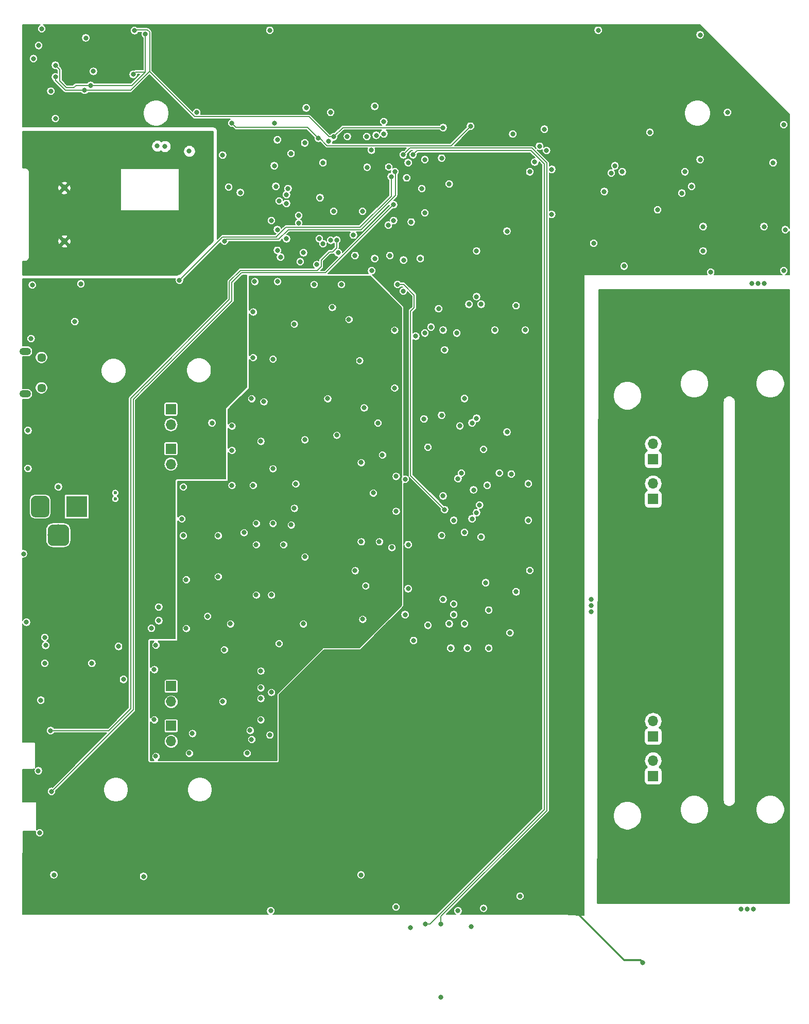
<source format=gbr>
G04 #@! TF.GenerationSoftware,KiCad,Pcbnew,(5.1.0)-1*
G04 #@! TF.CreationDate,2019-10-08T13:20:11+02:00*
G04 #@! TF.ProjectId,cosmicpi_1.7,636f736d-6963-4706-995f-312e372e6b69,rev?*
G04 #@! TF.SameCoordinates,Original*
G04 #@! TF.FileFunction,Copper,L3,Inr*
G04 #@! TF.FilePolarity,Positive*
%FSLAX46Y46*%
G04 Gerber Fmt 4.6, Leading zero omitted, Abs format (unit mm)*
G04 Created by KiCad (PCBNEW (5.1.0)-1) date 2019-10-08 13:20:11*
%MOMM*%
%LPD*%
G04 APERTURE LIST*
%ADD10O,1.700000X1.700000*%
%ADD11R,1.700000X1.700000*%
%ADD12C,0.970000*%
%ADD13C,0.100000*%
%ADD14C,3.500000*%
%ADD15C,3.000000*%
%ADD16R,3.500000X3.500000*%
%ADD17O,1.900000X1.200000*%
%ADD18C,1.450000*%
%ADD19C,0.600000*%
%ADD20C,0.800000*%
%ADD21C,0.300000*%
%ADD22C,0.200000*%
%ADD23C,0.254000*%
G04 APERTURE END LIST*
D10*
X121250000Y-94210000D03*
D11*
X121250000Y-96750000D03*
D10*
X121250000Y-139710000D03*
D11*
X121250000Y-142250000D03*
D10*
X121250000Y-133210000D03*
D11*
X121250000Y-135750000D03*
D10*
X121250000Y-87710000D03*
D11*
X121250000Y-90250000D03*
D10*
X42000000Y-84540000D03*
D11*
X42000000Y-82000000D03*
D10*
X42000000Y-91040000D03*
D11*
X42000000Y-88500000D03*
D10*
X42000000Y-136540000D03*
D11*
X42000000Y-134000000D03*
D10*
X42000000Y-130040000D03*
D11*
X42000000Y-127500000D03*
D12*
X24440000Y-54380000D03*
X24440000Y-45620000D03*
D13*
G36*
X24460765Y-100954213D02*
G01*
X24545704Y-100966813D01*
X24628999Y-100987677D01*
X24709848Y-101016605D01*
X24787472Y-101053319D01*
X24861124Y-101097464D01*
X24930094Y-101148616D01*
X24993718Y-101206282D01*
X25051384Y-101269906D01*
X25102536Y-101338876D01*
X25146681Y-101412528D01*
X25183395Y-101490152D01*
X25212323Y-101571001D01*
X25233187Y-101654296D01*
X25245787Y-101739235D01*
X25250000Y-101825000D01*
X25250000Y-103575000D01*
X25245787Y-103660765D01*
X25233187Y-103745704D01*
X25212323Y-103828999D01*
X25183395Y-103909848D01*
X25146681Y-103987472D01*
X25102536Y-104061124D01*
X25051384Y-104130094D01*
X24993718Y-104193718D01*
X24930094Y-104251384D01*
X24861124Y-104302536D01*
X24787472Y-104346681D01*
X24709848Y-104383395D01*
X24628999Y-104412323D01*
X24545704Y-104433187D01*
X24460765Y-104445787D01*
X24375000Y-104450000D01*
X22625000Y-104450000D01*
X22539235Y-104445787D01*
X22454296Y-104433187D01*
X22371001Y-104412323D01*
X22290152Y-104383395D01*
X22212528Y-104346681D01*
X22138876Y-104302536D01*
X22069906Y-104251384D01*
X22006282Y-104193718D01*
X21948616Y-104130094D01*
X21897464Y-104061124D01*
X21853319Y-103987472D01*
X21816605Y-103909848D01*
X21787677Y-103828999D01*
X21766813Y-103745704D01*
X21754213Y-103660765D01*
X21750000Y-103575000D01*
X21750000Y-101825000D01*
X21754213Y-101739235D01*
X21766813Y-101654296D01*
X21787677Y-101571001D01*
X21816605Y-101490152D01*
X21853319Y-101412528D01*
X21897464Y-101338876D01*
X21948616Y-101269906D01*
X22006282Y-101206282D01*
X22069906Y-101148616D01*
X22138876Y-101097464D01*
X22212528Y-101053319D01*
X22290152Y-101016605D01*
X22371001Y-100987677D01*
X22454296Y-100966813D01*
X22539235Y-100954213D01*
X22625000Y-100950000D01*
X24375000Y-100950000D01*
X24460765Y-100954213D01*
X24460765Y-100954213D01*
G37*
D14*
X23500000Y-102700000D03*
D13*
G36*
X21323513Y-96253611D02*
G01*
X21396318Y-96264411D01*
X21467714Y-96282295D01*
X21537013Y-96307090D01*
X21603548Y-96338559D01*
X21666678Y-96376398D01*
X21725795Y-96420242D01*
X21780330Y-96469670D01*
X21829758Y-96524205D01*
X21873602Y-96583322D01*
X21911441Y-96646452D01*
X21942910Y-96712987D01*
X21967705Y-96782286D01*
X21985589Y-96853682D01*
X21996389Y-96926487D01*
X22000000Y-97000000D01*
X22000000Y-99000000D01*
X21996389Y-99073513D01*
X21985589Y-99146318D01*
X21967705Y-99217714D01*
X21942910Y-99287013D01*
X21911441Y-99353548D01*
X21873602Y-99416678D01*
X21829758Y-99475795D01*
X21780330Y-99530330D01*
X21725795Y-99579758D01*
X21666678Y-99623602D01*
X21603548Y-99661441D01*
X21537013Y-99692910D01*
X21467714Y-99717705D01*
X21396318Y-99735589D01*
X21323513Y-99746389D01*
X21250000Y-99750000D01*
X19750000Y-99750000D01*
X19676487Y-99746389D01*
X19603682Y-99735589D01*
X19532286Y-99717705D01*
X19462987Y-99692910D01*
X19396452Y-99661441D01*
X19333322Y-99623602D01*
X19274205Y-99579758D01*
X19219670Y-99530330D01*
X19170242Y-99475795D01*
X19126398Y-99416678D01*
X19088559Y-99353548D01*
X19057090Y-99287013D01*
X19032295Y-99217714D01*
X19014411Y-99146318D01*
X19003611Y-99073513D01*
X19000000Y-99000000D01*
X19000000Y-97000000D01*
X19003611Y-96926487D01*
X19014411Y-96853682D01*
X19032295Y-96782286D01*
X19057090Y-96712987D01*
X19088559Y-96646452D01*
X19126398Y-96583322D01*
X19170242Y-96524205D01*
X19219670Y-96469670D01*
X19274205Y-96420242D01*
X19333322Y-96376398D01*
X19396452Y-96338559D01*
X19462987Y-96307090D01*
X19532286Y-96282295D01*
X19603682Y-96264411D01*
X19676487Y-96253611D01*
X19750000Y-96250000D01*
X21250000Y-96250000D01*
X21323513Y-96253611D01*
X21323513Y-96253611D01*
G37*
D15*
X20500000Y-98000000D03*
D16*
X26500000Y-98000000D03*
D17*
X18012500Y-79500000D03*
X18012500Y-72500000D03*
D18*
X20712500Y-78500000D03*
X20712500Y-73500000D03*
D19*
X32850000Y-96750000D03*
X32850000Y-95750000D03*
D20*
X111100000Y-115250000D03*
X111100000Y-114250000D03*
X111100000Y-113250000D03*
X139500000Y-61350000D03*
X138500000Y-61350000D03*
X137500000Y-61350000D03*
X137750000Y-164150000D03*
X136750000Y-164150000D03*
X135750000Y-164150000D03*
X137500000Y-42000000D03*
X134000000Y-49000000D03*
X110250000Y-57750000D03*
X110500000Y-52500000D03*
X63000000Y-33250000D03*
X66750000Y-33250000D03*
X19212500Y-34250000D03*
X92000000Y-50500000D03*
X83250000Y-47000000D03*
X51500000Y-44500000D03*
X25500000Y-34250000D03*
X80000000Y-36500000D03*
X86750000Y-33000000D03*
X113750000Y-50500000D03*
X23250000Y-115750000D03*
X78500000Y-52750000D03*
X58250000Y-53000000D03*
X87000000Y-42250000D03*
X84000000Y-38000000D03*
X73000000Y-59250000D03*
X95250000Y-59000000D03*
X65500000Y-55000000D03*
X31000000Y-24400000D03*
X35400000Y-25600000D03*
X24000000Y-31000000D03*
X23800000Y-23000000D03*
X24600000Y-86800000D03*
X119600000Y-172890000D03*
X108200000Y-164200000D03*
X60399996Y-55200000D03*
X68000000Y-57800000D03*
X68750000Y-37250000D03*
X86750000Y-35750000D03*
X27800000Y-29600000D03*
X23000000Y-27400000D03*
X36000000Y-19800000D03*
X77000000Y-34750000D03*
X111500000Y-54750000D03*
X91250000Y-35500000D03*
X66250000Y-37500000D03*
X23000000Y-25499999D03*
X28800000Y-28800000D03*
X37800000Y-20400000D03*
X52000000Y-35000000D03*
X35800000Y-27000000D03*
X116200000Y-43000000D03*
X129000000Y-41000000D03*
X83250000Y-45750000D03*
X83750000Y-49750000D03*
X74205018Y-37205018D03*
X116500000Y-58500000D03*
X130750000Y-59500000D03*
X142750000Y-59250000D03*
X143000000Y-52500000D03*
X142750000Y-35250000D03*
X129000000Y-20500000D03*
X133500000Y-33250000D03*
X112250000Y-19750000D03*
X58250000Y-19750000D03*
X20750000Y-19500000D03*
X18250000Y-117000000D03*
X22750000Y-158500000D03*
X37500000Y-158750000D03*
X58400000Y-164400000D03*
X73250000Y-158500000D03*
X93000000Y-64750000D03*
X122000000Y-49250000D03*
X66500000Y-47250000D03*
X67000000Y-41500000D03*
X74250000Y-42250000D03*
X73500000Y-49500000D03*
X92250000Y-63500000D03*
X87000000Y-72250000D03*
X92250000Y-83500000D03*
X51500000Y-45500000D03*
X46250000Y-33250000D03*
X29250000Y-26500000D03*
X28000000Y-21000000D03*
X22250000Y-29750000D03*
X23000000Y-34250000D03*
X20250000Y-22250000D03*
X92250000Y-56000000D03*
X97250000Y-52750000D03*
X81500000Y-51250000D03*
X104600000Y-50000000D03*
X129500000Y-56000000D03*
X129500000Y-52000000D03*
X139500000Y-52000000D03*
X141000000Y-41500000D03*
X126500000Y-43000000D03*
X120750000Y-36500000D03*
X21250000Y-123750000D03*
X29000000Y-123750000D03*
X21250000Y-119500000D03*
X20400000Y-151600000D03*
X20200000Y-141400000D03*
X40000000Y-114500000D03*
X40000000Y-116750000D03*
X68750000Y-49500000D03*
X58500000Y-51000000D03*
X78000000Y-56750000D03*
X66000000Y-58250000D03*
X91000000Y-64750000D03*
X95250000Y-69000000D03*
X98750000Y-65000000D03*
X64250000Y-32500000D03*
X75500000Y-32250000D03*
X68250000Y-33250000D03*
X59500000Y-37750000D03*
X59000000Y-35000000D03*
X64000000Y-38250000D03*
X81000000Y-41500000D03*
X83750000Y-41000000D03*
X77000000Y-36750000D03*
X80750000Y-44000000D03*
X93000000Y-103000000D03*
X86500000Y-102750000D03*
X93750000Y-110500000D03*
X94250000Y-115000000D03*
X98750000Y-112000000D03*
X97750000Y-118750000D03*
X84250000Y-117500000D03*
X87750000Y-117250000D03*
X88500000Y-114000000D03*
X90750000Y-121250000D03*
X94250000Y-121250000D03*
X101000000Y-108500000D03*
X100750000Y-100250000D03*
X100750000Y-94250000D03*
X94000000Y-94500000D03*
X91750000Y-95250000D03*
X96000000Y-92500000D03*
X72250000Y-56750000D03*
X89500000Y-84750000D03*
X84250000Y-88250000D03*
X86500000Y-83000000D03*
X80500000Y-115750000D03*
X81000000Y-111500000D03*
X81000000Y-104250000D03*
X80500000Y-93500000D03*
X80250000Y-57500000D03*
X83000000Y-57250000D03*
X97250000Y-85750000D03*
X100250000Y-69000000D03*
X18500000Y-91750000D03*
X18500000Y-85500000D03*
X17750000Y-105750000D03*
X75000000Y-59250000D03*
X87750000Y-45000000D03*
X86500000Y-40750000D03*
X82250000Y-70000000D03*
X83750000Y-69500000D03*
X92250000Y-99000000D03*
X23500000Y-94750000D03*
X113250000Y-46250000D03*
X50500000Y-40250000D03*
X61750000Y-40000000D03*
X99400000Y-162000000D03*
X79000000Y-163800000D03*
X89200000Y-164400000D03*
X81900010Y-120000000D03*
X60000000Y-57000000D03*
X63800000Y-56287500D03*
X61000000Y-54000000D03*
X53400000Y-46400000D03*
X59000000Y-42000000D03*
X103400000Y-36000000D03*
X98200000Y-36800000D03*
X102600000Y-38800000D03*
X101800000Y-41400000D03*
X104600000Y-42600000D03*
X19200000Y-61600000D03*
X19000000Y-70400000D03*
X27200000Y-61400000D03*
X26200000Y-67600000D03*
X19400000Y-24400000D03*
X114400000Y-43200000D03*
X83600000Y-83600000D03*
X59800000Y-47800000D03*
X71000000Y-37200000D03*
X127600000Y-45400000D03*
X89000000Y-69500000D03*
X91500000Y-84250000D03*
X55000000Y-134750000D03*
X89750000Y-92500000D03*
X56750000Y-127750000D03*
X88000000Y-121250000D03*
X90250000Y-102250000D03*
X90250000Y-117250000D03*
X77800000Y-42200000D03*
X34200000Y-126400000D03*
X74955025Y-39444976D03*
X33382850Y-120982850D03*
X20600000Y-129800000D03*
X86400000Y-178600000D03*
X21400000Y-120800000D03*
X59249999Y-45395815D03*
X68250000Y-54250000D03*
X48750000Y-84250000D03*
X78600000Y-51000000D03*
X89200000Y-93400000D03*
X67000000Y-54800000D03*
X80200000Y-62600000D03*
X59500000Y-52500000D03*
X59492889Y-55907120D03*
X61000000Y-48200000D03*
X86750000Y-69000000D03*
X90250000Y-80250000D03*
X88500000Y-100250000D03*
X91500000Y-100000000D03*
X86750000Y-113250000D03*
X88500000Y-115750000D03*
X92750000Y-97750000D03*
X66400000Y-54000000D03*
X93400000Y-88600000D03*
X62250000Y-98250000D03*
X57250000Y-80750000D03*
X76000000Y-84250000D03*
X101000000Y-43000000D03*
X76250000Y-103750000D03*
X103750000Y-39500000D03*
X72250000Y-108500000D03*
X56750000Y-129500000D03*
X56750000Y-133000000D03*
X55250000Y-136250000D03*
X45500000Y-135250000D03*
X60500000Y-104250000D03*
X64000000Y-106250000D03*
X49750000Y-102750000D03*
X54000000Y-102250000D03*
X49750000Y-109500000D03*
X44500000Y-110000000D03*
X44500000Y-118000000D03*
X50500000Y-130000000D03*
X50750000Y-121500000D03*
X45000000Y-138500000D03*
X54500000Y-138500000D03*
X58250000Y-135500000D03*
X58500000Y-128500000D03*
X59750000Y-120500000D03*
X73500000Y-116500000D03*
X79000000Y-93000000D03*
X76750000Y-89500000D03*
X73250000Y-90750000D03*
X69250000Y-86250000D03*
X79000000Y-98750000D03*
X78750000Y-78500000D03*
X78750000Y-69000000D03*
X70000000Y-61500000D03*
X65500000Y-61500000D03*
X59500000Y-61000000D03*
X55750000Y-61000000D03*
X55500000Y-66000000D03*
X55500000Y-73500000D03*
X58750000Y-73750000D03*
X55250000Y-80250000D03*
X52000000Y-84750000D03*
X52000000Y-88750000D03*
X52000000Y-94500000D03*
X44000000Y-94750000D03*
X43750000Y-100000000D03*
X44000000Y-102750000D03*
X39500000Y-120750000D03*
X39250000Y-124750000D03*
X39250000Y-133000000D03*
X39500000Y-139000000D03*
X63750000Y-117250000D03*
X64000000Y-87000000D03*
X62500000Y-94250000D03*
X58750000Y-91750000D03*
X56750000Y-87250000D03*
X68500000Y-65250000D03*
X62250000Y-68000000D03*
X56750000Y-125000000D03*
X51750000Y-117250000D03*
X48000000Y-116000000D03*
X73250000Y-103750000D03*
X61750000Y-101000000D03*
X55500000Y-94500000D03*
X75250000Y-95750000D03*
X73750000Y-81750000D03*
X67750000Y-80250000D03*
X71250000Y-67250000D03*
X73000000Y-74000000D03*
X78299990Y-104700010D03*
X74000000Y-111000000D03*
X56000000Y-112500000D03*
X58500000Y-112500000D03*
X56000000Y-100750000D03*
X58750000Y-100750000D03*
X56000000Y-104250000D03*
X75250000Y-64750000D03*
X69000000Y-106250000D03*
X70500000Y-88750000D03*
X70500000Y-69750000D03*
X51000000Y-109500000D03*
X115000000Y-42000000D03*
X126000000Y-46500000D03*
X38800000Y-118000000D03*
X91400000Y-167000000D03*
X97950001Y-92649999D03*
X61250000Y-45750000D03*
X75500000Y-57250000D03*
X84750000Y-68500000D03*
X63250000Y-57750000D03*
X61000000Y-46750000D03*
X87000000Y-98500000D03*
X79250000Y-61500000D03*
X69500000Y-56287490D03*
X81800000Y-40200000D03*
X83800000Y-166600000D03*
X80200000Y-40200000D03*
X86400000Y-166600000D03*
X72000000Y-53400000D03*
X93400000Y-164000000D03*
X77750000Y-51750000D03*
X86000000Y-65500000D03*
X86750000Y-96250000D03*
X63000000Y-51400000D03*
X45000000Y-39600000D03*
X78200000Y-43800000D03*
X43400000Y-60800000D03*
X78800000Y-43000000D03*
X50800000Y-54400001D03*
X75750000Y-37000000D03*
X39750000Y-38750000D03*
X63000000Y-50200000D03*
X41000000Y-38800000D03*
X67939859Y-37949584D03*
X81400000Y-167200000D03*
X21750000Y-43000000D03*
X18000000Y-37250000D03*
X25000000Y-37250000D03*
X32000000Y-37250000D03*
X47750000Y-37250000D03*
X47000000Y-42250000D03*
X48000000Y-50000000D03*
X45250000Y-55250000D03*
X40500000Y-58750000D03*
X32750000Y-59000000D03*
X20000000Y-58750000D03*
X32750000Y-54500000D03*
X28750000Y-46250000D03*
X41500000Y-54250000D03*
X45500000Y-48000000D03*
X69248620Y-54197442D03*
X22200000Y-134800000D03*
X78600000Y-48400000D03*
X22365698Y-144800000D03*
D21*
X119200001Y-172490001D02*
X116490001Y-172490001D01*
X119600000Y-172890000D02*
X119200001Y-172490001D01*
X116490001Y-172490001D02*
X108200000Y-164200000D01*
X108200000Y-164200000D02*
X108200000Y-164200000D01*
D22*
X70250000Y-35750000D02*
X68750000Y-37250000D01*
X86750000Y-35750000D02*
X70250000Y-35750000D01*
X24635356Y-29600000D02*
X23000000Y-27964644D01*
X27800000Y-29600000D02*
X24635356Y-29600000D01*
X23000000Y-27964644D02*
X23000000Y-27400000D01*
X38136001Y-19699999D02*
X36100001Y-19699999D01*
X38500001Y-20063999D02*
X38136001Y-19699999D01*
X38500001Y-26465698D02*
X38500001Y-20063999D01*
X27800000Y-29600000D02*
X35365699Y-29600000D01*
X35365699Y-29600000D02*
X38500001Y-26465698D01*
X36100001Y-19699999D02*
X36000000Y-19800000D01*
X38500001Y-26536003D02*
X38500001Y-26465698D01*
X45913999Y-33950001D02*
X38500001Y-26536003D01*
X64663999Y-33950001D02*
X45913999Y-33950001D01*
X67963998Y-37250000D02*
X64663999Y-33950001D01*
X68750000Y-37250000D02*
X67963998Y-37250000D01*
X66500000Y-37500000D02*
X66250000Y-37500000D01*
X67700001Y-38700001D02*
X66500000Y-37500000D01*
X91250000Y-35500000D02*
X88049999Y-38700001D01*
X88049999Y-38700001D02*
X67700001Y-38700001D01*
X23700001Y-26200000D02*
X23000000Y-25499999D01*
X23700001Y-28098947D02*
X23700001Y-26200000D01*
X24776044Y-29174990D02*
X23700001Y-28098947D01*
X28800000Y-28800000D02*
X26400000Y-28800000D01*
X26400000Y-28800000D02*
X26025010Y-29174990D01*
X26025010Y-29174990D02*
X24776044Y-29174990D01*
X28800000Y-28800000D02*
X35600000Y-28800000D01*
X35600000Y-28800000D02*
X37800000Y-26600000D01*
X37800000Y-26600000D02*
X37800000Y-20400000D01*
X37800000Y-26600000D02*
X36200000Y-26600000D01*
X52700001Y-35700001D02*
X52000000Y-35000000D01*
X66250000Y-37500000D02*
X64450001Y-35700001D01*
X64450001Y-35700001D02*
X52700001Y-35700001D01*
X36200000Y-26600000D02*
X35800000Y-27000000D01*
X81400000Y-92900000D02*
X87000000Y-98500000D01*
X81400000Y-65900000D02*
X81400000Y-92900000D01*
X82000000Y-65300000D02*
X81400000Y-65900000D01*
X82000000Y-63250000D02*
X82000000Y-65300000D01*
X79250000Y-61500000D02*
X80250000Y-61500000D01*
X80250000Y-61500000D02*
X82000000Y-63250000D01*
X81800000Y-40200000D02*
X82499979Y-39500021D01*
X82499979Y-39500021D02*
X85900021Y-39500021D01*
X85900021Y-39500021D02*
X101200000Y-39500021D01*
X101200000Y-39500021D02*
X103400000Y-41700021D01*
X103400000Y-41700021D02*
X103400000Y-88200000D01*
X103400000Y-147763998D02*
X84563998Y-166600000D01*
X103400000Y-88200000D02*
X103400000Y-147763998D01*
X84563998Y-166600000D02*
X83800000Y-166600000D01*
X80200000Y-40200000D02*
X81299989Y-39100011D01*
X101365689Y-39100011D02*
X103800000Y-41534322D01*
X81299989Y-39100011D02*
X101365689Y-39100011D01*
X103800000Y-41534322D02*
X103800000Y-45800000D01*
X103800000Y-45800000D02*
X103800000Y-49413998D01*
X103800000Y-49413998D02*
X103800010Y-49413988D01*
X103800000Y-49413998D02*
X103800000Y-147929696D01*
X86400000Y-165329696D02*
X86400000Y-166600000D01*
X103800000Y-147929696D02*
X86400000Y-165329696D01*
X56699999Y-53700001D02*
X59299999Y-53700001D01*
X59299999Y-53700001D02*
X59336001Y-53700001D01*
X56699999Y-53700001D02*
X50499999Y-53700001D01*
X50499999Y-53700001D02*
X43400000Y-60800000D01*
X78200000Y-47000000D02*
X78200000Y-43800000D01*
X73099999Y-52100001D02*
X78200000Y-47000000D01*
X59299999Y-53700001D02*
X60899999Y-52100001D01*
X60899999Y-52100001D02*
X73099999Y-52100001D01*
X78900001Y-43100001D02*
X78800000Y-43000000D01*
X51099990Y-54100011D02*
X59699989Y-54100011D01*
X50800000Y-54400001D02*
X51099990Y-54100011D01*
X59699989Y-54100011D02*
X61299989Y-52500011D01*
X61299989Y-52500011D02*
X73265688Y-52500011D01*
X73265688Y-52500011D02*
X78900001Y-46865697D01*
X78900001Y-46865697D02*
X78900001Y-43100001D01*
X35400000Y-80200000D02*
X35400000Y-131200000D01*
X51600000Y-61034301D02*
X51600000Y-64000000D01*
X53434311Y-59199990D02*
X51600000Y-61034301D01*
X66086012Y-59199990D02*
X53434311Y-59199990D01*
X35400000Y-131200000D02*
X31800000Y-134800000D01*
X69248620Y-55502868D02*
X68600000Y-56151488D01*
X69248620Y-54197442D02*
X69248620Y-55502868D01*
X51600000Y-64000000D02*
X35400000Y-80200000D01*
X68062510Y-56151488D02*
X66700001Y-57513997D01*
X31800000Y-134800000D02*
X22200000Y-134800000D01*
X68600000Y-56151488D02*
X68062510Y-56151488D01*
X66700001Y-57513997D02*
X66700001Y-58586001D01*
X66700001Y-58586001D02*
X66086012Y-59199990D01*
X78600000Y-48400000D02*
X68013989Y-58986011D01*
X68013989Y-58986011D02*
X67400000Y-59600000D01*
X67400000Y-59600000D02*
X53600000Y-59600000D01*
X53600000Y-59600000D02*
X52000000Y-61200000D01*
X52000000Y-61200000D02*
X52000000Y-62600000D01*
X52000008Y-62600008D02*
X52000008Y-64199992D01*
X52000000Y-62600000D02*
X52000008Y-62600008D01*
X38000000Y-78200000D02*
X37965698Y-78200000D01*
X52000008Y-64199992D02*
X38000000Y-78200000D01*
X37965698Y-78200000D02*
X35800000Y-80365698D01*
X35800000Y-131365698D02*
X22365698Y-144800000D01*
X35800000Y-80365698D02*
X35800000Y-131365698D01*
D23*
G36*
X79873000Y-65302606D02*
G01*
X79873000Y-93129806D01*
X79855741Y-93155636D01*
X79800938Y-93287942D01*
X79773000Y-93428397D01*
X79773000Y-93571603D01*
X79800938Y-93712058D01*
X79855741Y-93844364D01*
X79873000Y-93870194D01*
X79873000Y-114197394D01*
X72947394Y-121123000D01*
X67000000Y-121123000D01*
X66975224Y-121125440D01*
X66951399Y-121132667D01*
X66929443Y-121144403D01*
X66910197Y-121160197D01*
X59410197Y-128660197D01*
X59394403Y-128679443D01*
X59382667Y-128701399D01*
X59375440Y-128725224D01*
X59373000Y-128750000D01*
X59373000Y-139623000D01*
X39876180Y-139623000D01*
X39963436Y-139564698D01*
X40064698Y-139463436D01*
X40144259Y-139344364D01*
X40199062Y-139212058D01*
X40227000Y-139071603D01*
X40227000Y-138928397D01*
X40199062Y-138787942D01*
X40144259Y-138655636D01*
X40064698Y-138536564D01*
X39963436Y-138435302D01*
X39953102Y-138428397D01*
X44273000Y-138428397D01*
X44273000Y-138571603D01*
X44300938Y-138712058D01*
X44355741Y-138844364D01*
X44435302Y-138963436D01*
X44536564Y-139064698D01*
X44655636Y-139144259D01*
X44787942Y-139199062D01*
X44928397Y-139227000D01*
X45071603Y-139227000D01*
X45212058Y-139199062D01*
X45344364Y-139144259D01*
X45463436Y-139064698D01*
X45564698Y-138963436D01*
X45644259Y-138844364D01*
X45699062Y-138712058D01*
X45727000Y-138571603D01*
X45727000Y-138428397D01*
X53773000Y-138428397D01*
X53773000Y-138571603D01*
X53800938Y-138712058D01*
X53855741Y-138844364D01*
X53935302Y-138963436D01*
X54036564Y-139064698D01*
X54155636Y-139144259D01*
X54287942Y-139199062D01*
X54428397Y-139227000D01*
X54571603Y-139227000D01*
X54712058Y-139199062D01*
X54844364Y-139144259D01*
X54963436Y-139064698D01*
X55064698Y-138963436D01*
X55144259Y-138844364D01*
X55199062Y-138712058D01*
X55227000Y-138571603D01*
X55227000Y-138428397D01*
X55199062Y-138287942D01*
X55144259Y-138155636D01*
X55064698Y-138036564D01*
X54963436Y-137935302D01*
X54844364Y-137855741D01*
X54712058Y-137800938D01*
X54571603Y-137773000D01*
X54428397Y-137773000D01*
X54287942Y-137800938D01*
X54155636Y-137855741D01*
X54036564Y-137935302D01*
X53935302Y-138036564D01*
X53855741Y-138155636D01*
X53800938Y-138287942D01*
X53773000Y-138428397D01*
X45727000Y-138428397D01*
X45699062Y-138287942D01*
X45644259Y-138155636D01*
X45564698Y-138036564D01*
X45463436Y-137935302D01*
X45344364Y-137855741D01*
X45212058Y-137800938D01*
X45071603Y-137773000D01*
X44928397Y-137773000D01*
X44787942Y-137800938D01*
X44655636Y-137855741D01*
X44536564Y-137935302D01*
X44435302Y-138036564D01*
X44355741Y-138155636D01*
X44300938Y-138287942D01*
X44273000Y-138428397D01*
X39953102Y-138428397D01*
X39844364Y-138355741D01*
X39712058Y-138300938D01*
X39571603Y-138273000D01*
X39428397Y-138273000D01*
X39287942Y-138300938D01*
X39155636Y-138355741D01*
X39036564Y-138435302D01*
X38935302Y-138536564D01*
X38855741Y-138655636D01*
X38800938Y-138787942D01*
X38773000Y-138928397D01*
X38773000Y-139071603D01*
X38800938Y-139212058D01*
X38855741Y-139344364D01*
X38935302Y-139463436D01*
X39036564Y-139564698D01*
X39123820Y-139623000D01*
X38627000Y-139623000D01*
X38627000Y-136540000D01*
X40817306Y-136540000D01*
X40840031Y-136770732D01*
X40907333Y-136992597D01*
X41016626Y-137197070D01*
X41163709Y-137376291D01*
X41342930Y-137523374D01*
X41547403Y-137632667D01*
X41769268Y-137699969D01*
X41942188Y-137717000D01*
X42057812Y-137717000D01*
X42230732Y-137699969D01*
X42452597Y-137632667D01*
X42657070Y-137523374D01*
X42836291Y-137376291D01*
X42983374Y-137197070D01*
X43092667Y-136992597D01*
X43159969Y-136770732D01*
X43182694Y-136540000D01*
X43159969Y-136309268D01*
X43120270Y-136178397D01*
X54523000Y-136178397D01*
X54523000Y-136321603D01*
X54550938Y-136462058D01*
X54605741Y-136594364D01*
X54685302Y-136713436D01*
X54786564Y-136814698D01*
X54905636Y-136894259D01*
X55037942Y-136949062D01*
X55178397Y-136977000D01*
X55321603Y-136977000D01*
X55462058Y-136949062D01*
X55594364Y-136894259D01*
X55713436Y-136814698D01*
X55814698Y-136713436D01*
X55894259Y-136594364D01*
X55949062Y-136462058D01*
X55977000Y-136321603D01*
X55977000Y-136178397D01*
X55949062Y-136037942D01*
X55894259Y-135905636D01*
X55814698Y-135786564D01*
X55713436Y-135685302D01*
X55594364Y-135605741D01*
X55462058Y-135550938D01*
X55321603Y-135523000D01*
X55178397Y-135523000D01*
X55037942Y-135550938D01*
X54905636Y-135605741D01*
X54786564Y-135685302D01*
X54685302Y-135786564D01*
X54605741Y-135905636D01*
X54550938Y-136037942D01*
X54523000Y-136178397D01*
X43120270Y-136178397D01*
X43092667Y-136087403D01*
X42983374Y-135882930D01*
X42836291Y-135703709D01*
X42657070Y-135556626D01*
X42452597Y-135447333D01*
X42230732Y-135380031D01*
X42057812Y-135363000D01*
X41942188Y-135363000D01*
X41769268Y-135380031D01*
X41547403Y-135447333D01*
X41342930Y-135556626D01*
X41163709Y-135703709D01*
X41016626Y-135882930D01*
X40907333Y-136087403D01*
X40840031Y-136309268D01*
X40817306Y-136540000D01*
X38627000Y-136540000D01*
X38627000Y-133376180D01*
X38685302Y-133463436D01*
X38786564Y-133564698D01*
X38905636Y-133644259D01*
X39037942Y-133699062D01*
X39178397Y-133727000D01*
X39321603Y-133727000D01*
X39462058Y-133699062D01*
X39594364Y-133644259D01*
X39713436Y-133564698D01*
X39814698Y-133463436D01*
X39894259Y-133344364D01*
X39949062Y-133212058D01*
X39961405Y-133150000D01*
X40821418Y-133150000D01*
X40821418Y-134850000D01*
X40827732Y-134914103D01*
X40846430Y-134975743D01*
X40876794Y-135032550D01*
X40917657Y-135082343D01*
X40967450Y-135123206D01*
X41024257Y-135153570D01*
X41085897Y-135172268D01*
X41150000Y-135178582D01*
X42850000Y-135178582D01*
X42851878Y-135178397D01*
X44773000Y-135178397D01*
X44773000Y-135321603D01*
X44800938Y-135462058D01*
X44855741Y-135594364D01*
X44935302Y-135713436D01*
X45036564Y-135814698D01*
X45155636Y-135894259D01*
X45287942Y-135949062D01*
X45428397Y-135977000D01*
X45571603Y-135977000D01*
X45712058Y-135949062D01*
X45844364Y-135894259D01*
X45963436Y-135814698D01*
X46064698Y-135713436D01*
X46144259Y-135594364D01*
X46199062Y-135462058D01*
X46227000Y-135321603D01*
X46227000Y-135178397D01*
X46199062Y-135037942D01*
X46144259Y-134905636D01*
X46064698Y-134786564D01*
X45963436Y-134685302D01*
X45953102Y-134678397D01*
X54273000Y-134678397D01*
X54273000Y-134821603D01*
X54300938Y-134962058D01*
X54355741Y-135094364D01*
X54435302Y-135213436D01*
X54536564Y-135314698D01*
X54655636Y-135394259D01*
X54787942Y-135449062D01*
X54928397Y-135477000D01*
X55071603Y-135477000D01*
X55212058Y-135449062D01*
X55261947Y-135428397D01*
X57523000Y-135428397D01*
X57523000Y-135571603D01*
X57550938Y-135712058D01*
X57605741Y-135844364D01*
X57685302Y-135963436D01*
X57786564Y-136064698D01*
X57905636Y-136144259D01*
X58037942Y-136199062D01*
X58178397Y-136227000D01*
X58321603Y-136227000D01*
X58462058Y-136199062D01*
X58594364Y-136144259D01*
X58713436Y-136064698D01*
X58814698Y-135963436D01*
X58894259Y-135844364D01*
X58949062Y-135712058D01*
X58977000Y-135571603D01*
X58977000Y-135428397D01*
X58949062Y-135287942D01*
X58894259Y-135155636D01*
X58814698Y-135036564D01*
X58713436Y-134935302D01*
X58594364Y-134855741D01*
X58462058Y-134800938D01*
X58321603Y-134773000D01*
X58178397Y-134773000D01*
X58037942Y-134800938D01*
X57905636Y-134855741D01*
X57786564Y-134935302D01*
X57685302Y-135036564D01*
X57605741Y-135155636D01*
X57550938Y-135287942D01*
X57523000Y-135428397D01*
X55261947Y-135428397D01*
X55344364Y-135394259D01*
X55463436Y-135314698D01*
X55564698Y-135213436D01*
X55644259Y-135094364D01*
X55699062Y-134962058D01*
X55727000Y-134821603D01*
X55727000Y-134678397D01*
X55699062Y-134537942D01*
X55644259Y-134405636D01*
X55564698Y-134286564D01*
X55463436Y-134185302D01*
X55344364Y-134105741D01*
X55212058Y-134050938D01*
X55071603Y-134023000D01*
X54928397Y-134023000D01*
X54787942Y-134050938D01*
X54655636Y-134105741D01*
X54536564Y-134185302D01*
X54435302Y-134286564D01*
X54355741Y-134405636D01*
X54300938Y-134537942D01*
X54273000Y-134678397D01*
X45953102Y-134678397D01*
X45844364Y-134605741D01*
X45712058Y-134550938D01*
X45571603Y-134523000D01*
X45428397Y-134523000D01*
X45287942Y-134550938D01*
X45155636Y-134605741D01*
X45036564Y-134685302D01*
X44935302Y-134786564D01*
X44855741Y-134905636D01*
X44800938Y-135037942D01*
X44773000Y-135178397D01*
X42851878Y-135178397D01*
X42914103Y-135172268D01*
X42975743Y-135153570D01*
X43032550Y-135123206D01*
X43082343Y-135082343D01*
X43123206Y-135032550D01*
X43153570Y-134975743D01*
X43172268Y-134914103D01*
X43178582Y-134850000D01*
X43178582Y-133150000D01*
X43172268Y-133085897D01*
X43153570Y-133024257D01*
X43123206Y-132967450D01*
X43091157Y-132928397D01*
X56023000Y-132928397D01*
X56023000Y-133071603D01*
X56050938Y-133212058D01*
X56105741Y-133344364D01*
X56185302Y-133463436D01*
X56286564Y-133564698D01*
X56405636Y-133644259D01*
X56537942Y-133699062D01*
X56678397Y-133727000D01*
X56821603Y-133727000D01*
X56962058Y-133699062D01*
X57094364Y-133644259D01*
X57213436Y-133564698D01*
X57314698Y-133463436D01*
X57394259Y-133344364D01*
X57449062Y-133212058D01*
X57477000Y-133071603D01*
X57477000Y-132928397D01*
X57449062Y-132787942D01*
X57394259Y-132655636D01*
X57314698Y-132536564D01*
X57213436Y-132435302D01*
X57094364Y-132355741D01*
X56962058Y-132300938D01*
X56821603Y-132273000D01*
X56678397Y-132273000D01*
X56537942Y-132300938D01*
X56405636Y-132355741D01*
X56286564Y-132435302D01*
X56185302Y-132536564D01*
X56105741Y-132655636D01*
X56050938Y-132787942D01*
X56023000Y-132928397D01*
X43091157Y-132928397D01*
X43082343Y-132917657D01*
X43032550Y-132876794D01*
X42975743Y-132846430D01*
X42914103Y-132827732D01*
X42850000Y-132821418D01*
X41150000Y-132821418D01*
X41085897Y-132827732D01*
X41024257Y-132846430D01*
X40967450Y-132876794D01*
X40917657Y-132917657D01*
X40876794Y-132967450D01*
X40846430Y-133024257D01*
X40827732Y-133085897D01*
X40821418Y-133150000D01*
X39961405Y-133150000D01*
X39977000Y-133071603D01*
X39977000Y-132928397D01*
X39949062Y-132787942D01*
X39894259Y-132655636D01*
X39814698Y-132536564D01*
X39713436Y-132435302D01*
X39594364Y-132355741D01*
X39462058Y-132300938D01*
X39321603Y-132273000D01*
X39178397Y-132273000D01*
X39037942Y-132300938D01*
X38905636Y-132355741D01*
X38786564Y-132435302D01*
X38685302Y-132536564D01*
X38627000Y-132623820D01*
X38627000Y-130040000D01*
X40817306Y-130040000D01*
X40840031Y-130270732D01*
X40907333Y-130492597D01*
X41016626Y-130697070D01*
X41163709Y-130876291D01*
X41342930Y-131023374D01*
X41547403Y-131132667D01*
X41769268Y-131199969D01*
X41942188Y-131217000D01*
X42057812Y-131217000D01*
X42230732Y-131199969D01*
X42452597Y-131132667D01*
X42657070Y-131023374D01*
X42836291Y-130876291D01*
X42983374Y-130697070D01*
X43092667Y-130492597D01*
X43159969Y-130270732D01*
X43182694Y-130040000D01*
X43171703Y-129928397D01*
X49773000Y-129928397D01*
X49773000Y-130071603D01*
X49800938Y-130212058D01*
X49855741Y-130344364D01*
X49935302Y-130463436D01*
X50036564Y-130564698D01*
X50155636Y-130644259D01*
X50287942Y-130699062D01*
X50428397Y-130727000D01*
X50571603Y-130727000D01*
X50712058Y-130699062D01*
X50844364Y-130644259D01*
X50963436Y-130564698D01*
X51064698Y-130463436D01*
X51144259Y-130344364D01*
X51199062Y-130212058D01*
X51227000Y-130071603D01*
X51227000Y-129928397D01*
X51199062Y-129787942D01*
X51144259Y-129655636D01*
X51064698Y-129536564D01*
X50963436Y-129435302D01*
X50953102Y-129428397D01*
X56023000Y-129428397D01*
X56023000Y-129571603D01*
X56050938Y-129712058D01*
X56105741Y-129844364D01*
X56185302Y-129963436D01*
X56286564Y-130064698D01*
X56405636Y-130144259D01*
X56537942Y-130199062D01*
X56678397Y-130227000D01*
X56821603Y-130227000D01*
X56962058Y-130199062D01*
X57094364Y-130144259D01*
X57213436Y-130064698D01*
X57314698Y-129963436D01*
X57394259Y-129844364D01*
X57449062Y-129712058D01*
X57477000Y-129571603D01*
X57477000Y-129428397D01*
X57449062Y-129287942D01*
X57394259Y-129155636D01*
X57314698Y-129036564D01*
X57213436Y-128935302D01*
X57094364Y-128855741D01*
X56962058Y-128800938D01*
X56821603Y-128773000D01*
X56678397Y-128773000D01*
X56537942Y-128800938D01*
X56405636Y-128855741D01*
X56286564Y-128935302D01*
X56185302Y-129036564D01*
X56105741Y-129155636D01*
X56050938Y-129287942D01*
X56023000Y-129428397D01*
X50953102Y-129428397D01*
X50844364Y-129355741D01*
X50712058Y-129300938D01*
X50571603Y-129273000D01*
X50428397Y-129273000D01*
X50287942Y-129300938D01*
X50155636Y-129355741D01*
X50036564Y-129435302D01*
X49935302Y-129536564D01*
X49855741Y-129655636D01*
X49800938Y-129787942D01*
X49773000Y-129928397D01*
X43171703Y-129928397D01*
X43159969Y-129809268D01*
X43092667Y-129587403D01*
X42983374Y-129382930D01*
X42836291Y-129203709D01*
X42657070Y-129056626D01*
X42452597Y-128947333D01*
X42230732Y-128880031D01*
X42057812Y-128863000D01*
X41942188Y-128863000D01*
X41769268Y-128880031D01*
X41547403Y-128947333D01*
X41342930Y-129056626D01*
X41163709Y-129203709D01*
X41016626Y-129382930D01*
X40907333Y-129587403D01*
X40840031Y-129809268D01*
X40817306Y-130040000D01*
X38627000Y-130040000D01*
X38627000Y-126650000D01*
X40821418Y-126650000D01*
X40821418Y-128350000D01*
X40827732Y-128414103D01*
X40846430Y-128475743D01*
X40876794Y-128532550D01*
X40917657Y-128582343D01*
X40967450Y-128623206D01*
X41024257Y-128653570D01*
X41085897Y-128672268D01*
X41150000Y-128678582D01*
X42850000Y-128678582D01*
X42914103Y-128672268D01*
X42975743Y-128653570D01*
X43032550Y-128623206D01*
X43082343Y-128582343D01*
X43123206Y-128532550D01*
X43153570Y-128475743D01*
X43172268Y-128414103D01*
X43178582Y-128350000D01*
X43178582Y-127678397D01*
X56023000Y-127678397D01*
X56023000Y-127821603D01*
X56050938Y-127962058D01*
X56105741Y-128094364D01*
X56185302Y-128213436D01*
X56286564Y-128314698D01*
X56405636Y-128394259D01*
X56537942Y-128449062D01*
X56678397Y-128477000D01*
X56821603Y-128477000D01*
X56962058Y-128449062D01*
X57011947Y-128428397D01*
X57773000Y-128428397D01*
X57773000Y-128571603D01*
X57800938Y-128712058D01*
X57855741Y-128844364D01*
X57935302Y-128963436D01*
X58036564Y-129064698D01*
X58155636Y-129144259D01*
X58287942Y-129199062D01*
X58428397Y-129227000D01*
X58571603Y-129227000D01*
X58712058Y-129199062D01*
X58844364Y-129144259D01*
X58963436Y-129064698D01*
X59064698Y-128963436D01*
X59144259Y-128844364D01*
X59199062Y-128712058D01*
X59227000Y-128571603D01*
X59227000Y-128428397D01*
X59199062Y-128287942D01*
X59144259Y-128155636D01*
X59064698Y-128036564D01*
X58963436Y-127935302D01*
X58844364Y-127855741D01*
X58712058Y-127800938D01*
X58571603Y-127773000D01*
X58428397Y-127773000D01*
X58287942Y-127800938D01*
X58155636Y-127855741D01*
X58036564Y-127935302D01*
X57935302Y-128036564D01*
X57855741Y-128155636D01*
X57800938Y-128287942D01*
X57773000Y-128428397D01*
X57011947Y-128428397D01*
X57094364Y-128394259D01*
X57213436Y-128314698D01*
X57314698Y-128213436D01*
X57394259Y-128094364D01*
X57449062Y-127962058D01*
X57477000Y-127821603D01*
X57477000Y-127678397D01*
X57449062Y-127537942D01*
X57394259Y-127405636D01*
X57314698Y-127286564D01*
X57213436Y-127185302D01*
X57094364Y-127105741D01*
X56962058Y-127050938D01*
X56821603Y-127023000D01*
X56678397Y-127023000D01*
X56537942Y-127050938D01*
X56405636Y-127105741D01*
X56286564Y-127185302D01*
X56185302Y-127286564D01*
X56105741Y-127405636D01*
X56050938Y-127537942D01*
X56023000Y-127678397D01*
X43178582Y-127678397D01*
X43178582Y-126650000D01*
X43172268Y-126585897D01*
X43153570Y-126524257D01*
X43123206Y-126467450D01*
X43082343Y-126417657D01*
X43032550Y-126376794D01*
X42975743Y-126346430D01*
X42914103Y-126327732D01*
X42850000Y-126321418D01*
X41150000Y-126321418D01*
X41085897Y-126327732D01*
X41024257Y-126346430D01*
X40967450Y-126376794D01*
X40917657Y-126417657D01*
X40876794Y-126467450D01*
X40846430Y-126524257D01*
X40827732Y-126585897D01*
X40821418Y-126650000D01*
X38627000Y-126650000D01*
X38627000Y-125126180D01*
X38685302Y-125213436D01*
X38786564Y-125314698D01*
X38905636Y-125394259D01*
X39037942Y-125449062D01*
X39178397Y-125477000D01*
X39321603Y-125477000D01*
X39462058Y-125449062D01*
X39594364Y-125394259D01*
X39713436Y-125314698D01*
X39814698Y-125213436D01*
X39894259Y-125094364D01*
X39949062Y-124962058D01*
X39955757Y-124928397D01*
X56023000Y-124928397D01*
X56023000Y-125071603D01*
X56050938Y-125212058D01*
X56105741Y-125344364D01*
X56185302Y-125463436D01*
X56286564Y-125564698D01*
X56405636Y-125644259D01*
X56537942Y-125699062D01*
X56678397Y-125727000D01*
X56821603Y-125727000D01*
X56962058Y-125699062D01*
X57094364Y-125644259D01*
X57213436Y-125564698D01*
X57314698Y-125463436D01*
X57394259Y-125344364D01*
X57449062Y-125212058D01*
X57477000Y-125071603D01*
X57477000Y-124928397D01*
X57449062Y-124787942D01*
X57394259Y-124655636D01*
X57314698Y-124536564D01*
X57213436Y-124435302D01*
X57094364Y-124355741D01*
X56962058Y-124300938D01*
X56821603Y-124273000D01*
X56678397Y-124273000D01*
X56537942Y-124300938D01*
X56405636Y-124355741D01*
X56286564Y-124435302D01*
X56185302Y-124536564D01*
X56105741Y-124655636D01*
X56050938Y-124787942D01*
X56023000Y-124928397D01*
X39955757Y-124928397D01*
X39977000Y-124821603D01*
X39977000Y-124678397D01*
X39949062Y-124537942D01*
X39894259Y-124405636D01*
X39814698Y-124286564D01*
X39713436Y-124185302D01*
X39594364Y-124105741D01*
X39462058Y-124050938D01*
X39321603Y-124023000D01*
X39178397Y-124023000D01*
X39037942Y-124050938D01*
X38905636Y-124105741D01*
X38786564Y-124185302D01*
X38685302Y-124286564D01*
X38627000Y-124373820D01*
X38627000Y-120127000D01*
X39123820Y-120127000D01*
X39036564Y-120185302D01*
X38935302Y-120286564D01*
X38855741Y-120405636D01*
X38800938Y-120537942D01*
X38773000Y-120678397D01*
X38773000Y-120821603D01*
X38800938Y-120962058D01*
X38855741Y-121094364D01*
X38935302Y-121213436D01*
X39036564Y-121314698D01*
X39155636Y-121394259D01*
X39287942Y-121449062D01*
X39428397Y-121477000D01*
X39571603Y-121477000D01*
X39712058Y-121449062D01*
X39761947Y-121428397D01*
X50023000Y-121428397D01*
X50023000Y-121571603D01*
X50050938Y-121712058D01*
X50105741Y-121844364D01*
X50185302Y-121963436D01*
X50286564Y-122064698D01*
X50405636Y-122144259D01*
X50537942Y-122199062D01*
X50678397Y-122227000D01*
X50821603Y-122227000D01*
X50962058Y-122199062D01*
X51094364Y-122144259D01*
X51213436Y-122064698D01*
X51314698Y-121963436D01*
X51394259Y-121844364D01*
X51449062Y-121712058D01*
X51477000Y-121571603D01*
X51477000Y-121428397D01*
X51449062Y-121287942D01*
X51394259Y-121155636D01*
X51314698Y-121036564D01*
X51213436Y-120935302D01*
X51094364Y-120855741D01*
X50962058Y-120800938D01*
X50821603Y-120773000D01*
X50678397Y-120773000D01*
X50537942Y-120800938D01*
X50405636Y-120855741D01*
X50286564Y-120935302D01*
X50185302Y-121036564D01*
X50105741Y-121155636D01*
X50050938Y-121287942D01*
X50023000Y-121428397D01*
X39761947Y-121428397D01*
X39844364Y-121394259D01*
X39963436Y-121314698D01*
X40064698Y-121213436D01*
X40144259Y-121094364D01*
X40199062Y-120962058D01*
X40227000Y-120821603D01*
X40227000Y-120678397D01*
X40199062Y-120537942D01*
X40153687Y-120428397D01*
X59023000Y-120428397D01*
X59023000Y-120571603D01*
X59050938Y-120712058D01*
X59105741Y-120844364D01*
X59185302Y-120963436D01*
X59286564Y-121064698D01*
X59405636Y-121144259D01*
X59537942Y-121199062D01*
X59678397Y-121227000D01*
X59821603Y-121227000D01*
X59962058Y-121199062D01*
X60094364Y-121144259D01*
X60213436Y-121064698D01*
X60314698Y-120963436D01*
X60394259Y-120844364D01*
X60449062Y-120712058D01*
X60477000Y-120571603D01*
X60477000Y-120428397D01*
X60449062Y-120287942D01*
X60394259Y-120155636D01*
X60314698Y-120036564D01*
X60213436Y-119935302D01*
X60094364Y-119855741D01*
X59962058Y-119800938D01*
X59821603Y-119773000D01*
X59678397Y-119773000D01*
X59537942Y-119800938D01*
X59405636Y-119855741D01*
X59286564Y-119935302D01*
X59185302Y-120036564D01*
X59105741Y-120155636D01*
X59050938Y-120287942D01*
X59023000Y-120428397D01*
X40153687Y-120428397D01*
X40144259Y-120405636D01*
X40064698Y-120286564D01*
X39963436Y-120185302D01*
X39876180Y-120127000D01*
X43000000Y-120127000D01*
X43024776Y-120124560D01*
X43048601Y-120117333D01*
X43070557Y-120105597D01*
X43089803Y-120089803D01*
X43105597Y-120070557D01*
X43117333Y-120048601D01*
X43124560Y-120024776D01*
X43127000Y-120000000D01*
X43127000Y-117928397D01*
X43773000Y-117928397D01*
X43773000Y-118071603D01*
X43800938Y-118212058D01*
X43855741Y-118344364D01*
X43935302Y-118463436D01*
X44036564Y-118564698D01*
X44155636Y-118644259D01*
X44287942Y-118699062D01*
X44428397Y-118727000D01*
X44571603Y-118727000D01*
X44712058Y-118699062D01*
X44844364Y-118644259D01*
X44963436Y-118564698D01*
X45064698Y-118463436D01*
X45144259Y-118344364D01*
X45199062Y-118212058D01*
X45227000Y-118071603D01*
X45227000Y-117928397D01*
X45199062Y-117787942D01*
X45144259Y-117655636D01*
X45064698Y-117536564D01*
X44963436Y-117435302D01*
X44844364Y-117355741D01*
X44712058Y-117300938D01*
X44571603Y-117273000D01*
X44428397Y-117273000D01*
X44287942Y-117300938D01*
X44155636Y-117355741D01*
X44036564Y-117435302D01*
X43935302Y-117536564D01*
X43855741Y-117655636D01*
X43800938Y-117787942D01*
X43773000Y-117928397D01*
X43127000Y-117928397D01*
X43127000Y-117178397D01*
X51023000Y-117178397D01*
X51023000Y-117321603D01*
X51050938Y-117462058D01*
X51105741Y-117594364D01*
X51185302Y-117713436D01*
X51286564Y-117814698D01*
X51405636Y-117894259D01*
X51537942Y-117949062D01*
X51678397Y-117977000D01*
X51821603Y-117977000D01*
X51962058Y-117949062D01*
X52094364Y-117894259D01*
X52213436Y-117814698D01*
X52314698Y-117713436D01*
X52394259Y-117594364D01*
X52449062Y-117462058D01*
X52477000Y-117321603D01*
X52477000Y-117178397D01*
X63023000Y-117178397D01*
X63023000Y-117321603D01*
X63050938Y-117462058D01*
X63105741Y-117594364D01*
X63185302Y-117713436D01*
X63286564Y-117814698D01*
X63405636Y-117894259D01*
X63537942Y-117949062D01*
X63678397Y-117977000D01*
X63821603Y-117977000D01*
X63962058Y-117949062D01*
X64094364Y-117894259D01*
X64213436Y-117814698D01*
X64314698Y-117713436D01*
X64394259Y-117594364D01*
X64449062Y-117462058D01*
X64477000Y-117321603D01*
X64477000Y-117178397D01*
X64449062Y-117037942D01*
X64394259Y-116905636D01*
X64314698Y-116786564D01*
X64213436Y-116685302D01*
X64094364Y-116605741D01*
X63962058Y-116550938D01*
X63821603Y-116523000D01*
X63678397Y-116523000D01*
X63537942Y-116550938D01*
X63405636Y-116605741D01*
X63286564Y-116685302D01*
X63185302Y-116786564D01*
X63105741Y-116905636D01*
X63050938Y-117037942D01*
X63023000Y-117178397D01*
X52477000Y-117178397D01*
X52449062Y-117037942D01*
X52394259Y-116905636D01*
X52314698Y-116786564D01*
X52213436Y-116685302D01*
X52094364Y-116605741D01*
X51962058Y-116550938D01*
X51821603Y-116523000D01*
X51678397Y-116523000D01*
X51537942Y-116550938D01*
X51405636Y-116605741D01*
X51286564Y-116685302D01*
X51185302Y-116786564D01*
X51105741Y-116905636D01*
X51050938Y-117037942D01*
X51023000Y-117178397D01*
X43127000Y-117178397D01*
X43127000Y-115928397D01*
X47273000Y-115928397D01*
X47273000Y-116071603D01*
X47300938Y-116212058D01*
X47355741Y-116344364D01*
X47435302Y-116463436D01*
X47536564Y-116564698D01*
X47655636Y-116644259D01*
X47787942Y-116699062D01*
X47928397Y-116727000D01*
X48071603Y-116727000D01*
X48212058Y-116699062D01*
X48344364Y-116644259D01*
X48463436Y-116564698D01*
X48564698Y-116463436D01*
X48588110Y-116428397D01*
X72773000Y-116428397D01*
X72773000Y-116571603D01*
X72800938Y-116712058D01*
X72855741Y-116844364D01*
X72935302Y-116963436D01*
X73036564Y-117064698D01*
X73155636Y-117144259D01*
X73287942Y-117199062D01*
X73428397Y-117227000D01*
X73571603Y-117227000D01*
X73712058Y-117199062D01*
X73844364Y-117144259D01*
X73963436Y-117064698D01*
X74064698Y-116963436D01*
X74144259Y-116844364D01*
X74199062Y-116712058D01*
X74227000Y-116571603D01*
X74227000Y-116428397D01*
X74199062Y-116287942D01*
X74144259Y-116155636D01*
X74064698Y-116036564D01*
X73963436Y-115935302D01*
X73844364Y-115855741D01*
X73712058Y-115800938D01*
X73571603Y-115773000D01*
X73428397Y-115773000D01*
X73287942Y-115800938D01*
X73155636Y-115855741D01*
X73036564Y-115935302D01*
X72935302Y-116036564D01*
X72855741Y-116155636D01*
X72800938Y-116287942D01*
X72773000Y-116428397D01*
X48588110Y-116428397D01*
X48644259Y-116344364D01*
X48699062Y-116212058D01*
X48727000Y-116071603D01*
X48727000Y-115928397D01*
X48699062Y-115787942D01*
X48644259Y-115655636D01*
X48564698Y-115536564D01*
X48463436Y-115435302D01*
X48344364Y-115355741D01*
X48212058Y-115300938D01*
X48071603Y-115273000D01*
X47928397Y-115273000D01*
X47787942Y-115300938D01*
X47655636Y-115355741D01*
X47536564Y-115435302D01*
X47435302Y-115536564D01*
X47355741Y-115655636D01*
X47300938Y-115787942D01*
X47273000Y-115928397D01*
X43127000Y-115928397D01*
X43127000Y-112428397D01*
X55273000Y-112428397D01*
X55273000Y-112571603D01*
X55300938Y-112712058D01*
X55355741Y-112844364D01*
X55435302Y-112963436D01*
X55536564Y-113064698D01*
X55655636Y-113144259D01*
X55787942Y-113199062D01*
X55928397Y-113227000D01*
X56071603Y-113227000D01*
X56212058Y-113199062D01*
X56344364Y-113144259D01*
X56463436Y-113064698D01*
X56564698Y-112963436D01*
X56644259Y-112844364D01*
X56699062Y-112712058D01*
X56727000Y-112571603D01*
X56727000Y-112428397D01*
X57773000Y-112428397D01*
X57773000Y-112571603D01*
X57800938Y-112712058D01*
X57855741Y-112844364D01*
X57935302Y-112963436D01*
X58036564Y-113064698D01*
X58155636Y-113144259D01*
X58287942Y-113199062D01*
X58428397Y-113227000D01*
X58571603Y-113227000D01*
X58712058Y-113199062D01*
X58844364Y-113144259D01*
X58963436Y-113064698D01*
X59064698Y-112963436D01*
X59144259Y-112844364D01*
X59199062Y-112712058D01*
X59227000Y-112571603D01*
X59227000Y-112428397D01*
X59199062Y-112287942D01*
X59144259Y-112155636D01*
X59064698Y-112036564D01*
X58963436Y-111935302D01*
X58844364Y-111855741D01*
X58712058Y-111800938D01*
X58571603Y-111773000D01*
X58428397Y-111773000D01*
X58287942Y-111800938D01*
X58155636Y-111855741D01*
X58036564Y-111935302D01*
X57935302Y-112036564D01*
X57855741Y-112155636D01*
X57800938Y-112287942D01*
X57773000Y-112428397D01*
X56727000Y-112428397D01*
X56699062Y-112287942D01*
X56644259Y-112155636D01*
X56564698Y-112036564D01*
X56463436Y-111935302D01*
X56344364Y-111855741D01*
X56212058Y-111800938D01*
X56071603Y-111773000D01*
X55928397Y-111773000D01*
X55787942Y-111800938D01*
X55655636Y-111855741D01*
X55536564Y-111935302D01*
X55435302Y-112036564D01*
X55355741Y-112155636D01*
X55300938Y-112287942D01*
X55273000Y-112428397D01*
X43127000Y-112428397D01*
X43127000Y-110928397D01*
X73273000Y-110928397D01*
X73273000Y-111071603D01*
X73300938Y-111212058D01*
X73355741Y-111344364D01*
X73435302Y-111463436D01*
X73536564Y-111564698D01*
X73655636Y-111644259D01*
X73787942Y-111699062D01*
X73928397Y-111727000D01*
X74071603Y-111727000D01*
X74212058Y-111699062D01*
X74344364Y-111644259D01*
X74463436Y-111564698D01*
X74564698Y-111463436D01*
X74644259Y-111344364D01*
X74699062Y-111212058D01*
X74727000Y-111071603D01*
X74727000Y-110928397D01*
X74699062Y-110787942D01*
X74644259Y-110655636D01*
X74564698Y-110536564D01*
X74463436Y-110435302D01*
X74344364Y-110355741D01*
X74212058Y-110300938D01*
X74071603Y-110273000D01*
X73928397Y-110273000D01*
X73787942Y-110300938D01*
X73655636Y-110355741D01*
X73536564Y-110435302D01*
X73435302Y-110536564D01*
X73355741Y-110655636D01*
X73300938Y-110787942D01*
X73273000Y-110928397D01*
X43127000Y-110928397D01*
X43127000Y-109928397D01*
X43773000Y-109928397D01*
X43773000Y-110071603D01*
X43800938Y-110212058D01*
X43855741Y-110344364D01*
X43935302Y-110463436D01*
X44036564Y-110564698D01*
X44155636Y-110644259D01*
X44287942Y-110699062D01*
X44428397Y-110727000D01*
X44571603Y-110727000D01*
X44712058Y-110699062D01*
X44844364Y-110644259D01*
X44963436Y-110564698D01*
X45064698Y-110463436D01*
X45144259Y-110344364D01*
X45199062Y-110212058D01*
X45227000Y-110071603D01*
X45227000Y-109928397D01*
X45199062Y-109787942D01*
X45144259Y-109655636D01*
X45064698Y-109536564D01*
X44963436Y-109435302D01*
X44953102Y-109428397D01*
X49023000Y-109428397D01*
X49023000Y-109571603D01*
X49050938Y-109712058D01*
X49105741Y-109844364D01*
X49185302Y-109963436D01*
X49286564Y-110064698D01*
X49405636Y-110144259D01*
X49537942Y-110199062D01*
X49678397Y-110227000D01*
X49821603Y-110227000D01*
X49962058Y-110199062D01*
X50094364Y-110144259D01*
X50213436Y-110064698D01*
X50314698Y-109963436D01*
X50394259Y-109844364D01*
X50449062Y-109712058D01*
X50477000Y-109571603D01*
X50477000Y-109428397D01*
X50449062Y-109287942D01*
X50394259Y-109155636D01*
X50314698Y-109036564D01*
X50213436Y-108935302D01*
X50094364Y-108855741D01*
X49962058Y-108800938D01*
X49821603Y-108773000D01*
X49678397Y-108773000D01*
X49537942Y-108800938D01*
X49405636Y-108855741D01*
X49286564Y-108935302D01*
X49185302Y-109036564D01*
X49105741Y-109155636D01*
X49050938Y-109287942D01*
X49023000Y-109428397D01*
X44953102Y-109428397D01*
X44844364Y-109355741D01*
X44712058Y-109300938D01*
X44571603Y-109273000D01*
X44428397Y-109273000D01*
X44287942Y-109300938D01*
X44155636Y-109355741D01*
X44036564Y-109435302D01*
X43935302Y-109536564D01*
X43855741Y-109655636D01*
X43800938Y-109787942D01*
X43773000Y-109928397D01*
X43127000Y-109928397D01*
X43127000Y-108428397D01*
X71523000Y-108428397D01*
X71523000Y-108571603D01*
X71550938Y-108712058D01*
X71605741Y-108844364D01*
X71685302Y-108963436D01*
X71786564Y-109064698D01*
X71905636Y-109144259D01*
X72037942Y-109199062D01*
X72178397Y-109227000D01*
X72321603Y-109227000D01*
X72462058Y-109199062D01*
X72594364Y-109144259D01*
X72713436Y-109064698D01*
X72814698Y-108963436D01*
X72894259Y-108844364D01*
X72949062Y-108712058D01*
X72977000Y-108571603D01*
X72977000Y-108428397D01*
X72949062Y-108287942D01*
X72894259Y-108155636D01*
X72814698Y-108036564D01*
X72713436Y-107935302D01*
X72594364Y-107855741D01*
X72462058Y-107800938D01*
X72321603Y-107773000D01*
X72178397Y-107773000D01*
X72037942Y-107800938D01*
X71905636Y-107855741D01*
X71786564Y-107935302D01*
X71685302Y-108036564D01*
X71605741Y-108155636D01*
X71550938Y-108287942D01*
X71523000Y-108428397D01*
X43127000Y-108428397D01*
X43127000Y-106178397D01*
X63273000Y-106178397D01*
X63273000Y-106321603D01*
X63300938Y-106462058D01*
X63355741Y-106594364D01*
X63435302Y-106713436D01*
X63536564Y-106814698D01*
X63655636Y-106894259D01*
X63787942Y-106949062D01*
X63928397Y-106977000D01*
X64071603Y-106977000D01*
X64212058Y-106949062D01*
X64344364Y-106894259D01*
X64463436Y-106814698D01*
X64564698Y-106713436D01*
X64644259Y-106594364D01*
X64699062Y-106462058D01*
X64727000Y-106321603D01*
X64727000Y-106178397D01*
X64699062Y-106037942D01*
X64644259Y-105905636D01*
X64564698Y-105786564D01*
X64463436Y-105685302D01*
X64344364Y-105605741D01*
X64212058Y-105550938D01*
X64071603Y-105523000D01*
X63928397Y-105523000D01*
X63787942Y-105550938D01*
X63655636Y-105605741D01*
X63536564Y-105685302D01*
X63435302Y-105786564D01*
X63355741Y-105905636D01*
X63300938Y-106037942D01*
X63273000Y-106178397D01*
X43127000Y-106178397D01*
X43127000Y-104178397D01*
X55273000Y-104178397D01*
X55273000Y-104321603D01*
X55300938Y-104462058D01*
X55355741Y-104594364D01*
X55435302Y-104713436D01*
X55536564Y-104814698D01*
X55655636Y-104894259D01*
X55787942Y-104949062D01*
X55928397Y-104977000D01*
X56071603Y-104977000D01*
X56212058Y-104949062D01*
X56344364Y-104894259D01*
X56463436Y-104814698D01*
X56564698Y-104713436D01*
X56644259Y-104594364D01*
X56699062Y-104462058D01*
X56727000Y-104321603D01*
X56727000Y-104178397D01*
X59773000Y-104178397D01*
X59773000Y-104321603D01*
X59800938Y-104462058D01*
X59855741Y-104594364D01*
X59935302Y-104713436D01*
X60036564Y-104814698D01*
X60155636Y-104894259D01*
X60287942Y-104949062D01*
X60428397Y-104977000D01*
X60571603Y-104977000D01*
X60712058Y-104949062D01*
X60844364Y-104894259D01*
X60963436Y-104814698D01*
X61064698Y-104713436D01*
X61121512Y-104628407D01*
X77572990Y-104628407D01*
X77572990Y-104771613D01*
X77600928Y-104912068D01*
X77655731Y-105044374D01*
X77735292Y-105163446D01*
X77836554Y-105264708D01*
X77955626Y-105344269D01*
X78087932Y-105399072D01*
X78228387Y-105427010D01*
X78371593Y-105427010D01*
X78512048Y-105399072D01*
X78644354Y-105344269D01*
X78763426Y-105264708D01*
X78864688Y-105163446D01*
X78944249Y-105044374D01*
X78999052Y-104912068D01*
X79026990Y-104771613D01*
X79026990Y-104628407D01*
X78999052Y-104487952D01*
X78944249Y-104355646D01*
X78864688Y-104236574D01*
X78763426Y-104135312D01*
X78644354Y-104055751D01*
X78512048Y-104000948D01*
X78371593Y-103973010D01*
X78228387Y-103973010D01*
X78087932Y-104000948D01*
X77955626Y-104055751D01*
X77836554Y-104135312D01*
X77735292Y-104236574D01*
X77655731Y-104355646D01*
X77600928Y-104487952D01*
X77572990Y-104628407D01*
X61121512Y-104628407D01*
X61144259Y-104594364D01*
X61199062Y-104462058D01*
X61227000Y-104321603D01*
X61227000Y-104178397D01*
X61199062Y-104037942D01*
X61144259Y-103905636D01*
X61064698Y-103786564D01*
X60963436Y-103685302D01*
X60953102Y-103678397D01*
X72523000Y-103678397D01*
X72523000Y-103821603D01*
X72550938Y-103962058D01*
X72605741Y-104094364D01*
X72685302Y-104213436D01*
X72786564Y-104314698D01*
X72905636Y-104394259D01*
X73037942Y-104449062D01*
X73178397Y-104477000D01*
X73321603Y-104477000D01*
X73462058Y-104449062D01*
X73594364Y-104394259D01*
X73713436Y-104314698D01*
X73814698Y-104213436D01*
X73894259Y-104094364D01*
X73949062Y-103962058D01*
X73977000Y-103821603D01*
X73977000Y-103678397D01*
X75523000Y-103678397D01*
X75523000Y-103821603D01*
X75550938Y-103962058D01*
X75605741Y-104094364D01*
X75685302Y-104213436D01*
X75786564Y-104314698D01*
X75905636Y-104394259D01*
X76037942Y-104449062D01*
X76178397Y-104477000D01*
X76321603Y-104477000D01*
X76462058Y-104449062D01*
X76594364Y-104394259D01*
X76713436Y-104314698D01*
X76814698Y-104213436D01*
X76894259Y-104094364D01*
X76949062Y-103962058D01*
X76977000Y-103821603D01*
X76977000Y-103678397D01*
X76949062Y-103537942D01*
X76894259Y-103405636D01*
X76814698Y-103286564D01*
X76713436Y-103185302D01*
X76594364Y-103105741D01*
X76462058Y-103050938D01*
X76321603Y-103023000D01*
X76178397Y-103023000D01*
X76037942Y-103050938D01*
X75905636Y-103105741D01*
X75786564Y-103185302D01*
X75685302Y-103286564D01*
X75605741Y-103405636D01*
X75550938Y-103537942D01*
X75523000Y-103678397D01*
X73977000Y-103678397D01*
X73949062Y-103537942D01*
X73894259Y-103405636D01*
X73814698Y-103286564D01*
X73713436Y-103185302D01*
X73594364Y-103105741D01*
X73462058Y-103050938D01*
X73321603Y-103023000D01*
X73178397Y-103023000D01*
X73037942Y-103050938D01*
X72905636Y-103105741D01*
X72786564Y-103185302D01*
X72685302Y-103286564D01*
X72605741Y-103405636D01*
X72550938Y-103537942D01*
X72523000Y-103678397D01*
X60953102Y-103678397D01*
X60844364Y-103605741D01*
X60712058Y-103550938D01*
X60571603Y-103523000D01*
X60428397Y-103523000D01*
X60287942Y-103550938D01*
X60155636Y-103605741D01*
X60036564Y-103685302D01*
X59935302Y-103786564D01*
X59855741Y-103905636D01*
X59800938Y-104037942D01*
X59773000Y-104178397D01*
X56727000Y-104178397D01*
X56699062Y-104037942D01*
X56644259Y-103905636D01*
X56564698Y-103786564D01*
X56463436Y-103685302D01*
X56344364Y-103605741D01*
X56212058Y-103550938D01*
X56071603Y-103523000D01*
X55928397Y-103523000D01*
X55787942Y-103550938D01*
X55655636Y-103605741D01*
X55536564Y-103685302D01*
X55435302Y-103786564D01*
X55355741Y-103905636D01*
X55300938Y-104037942D01*
X55273000Y-104178397D01*
X43127000Y-104178397D01*
X43127000Y-102678397D01*
X43273000Y-102678397D01*
X43273000Y-102821603D01*
X43300938Y-102962058D01*
X43355741Y-103094364D01*
X43435302Y-103213436D01*
X43536564Y-103314698D01*
X43655636Y-103394259D01*
X43787942Y-103449062D01*
X43928397Y-103477000D01*
X44071603Y-103477000D01*
X44212058Y-103449062D01*
X44344364Y-103394259D01*
X44463436Y-103314698D01*
X44564698Y-103213436D01*
X44644259Y-103094364D01*
X44699062Y-102962058D01*
X44727000Y-102821603D01*
X44727000Y-102678397D01*
X49023000Y-102678397D01*
X49023000Y-102821603D01*
X49050938Y-102962058D01*
X49105741Y-103094364D01*
X49185302Y-103213436D01*
X49286564Y-103314698D01*
X49405636Y-103394259D01*
X49537942Y-103449062D01*
X49678397Y-103477000D01*
X49821603Y-103477000D01*
X49962058Y-103449062D01*
X50094364Y-103394259D01*
X50213436Y-103314698D01*
X50314698Y-103213436D01*
X50394259Y-103094364D01*
X50449062Y-102962058D01*
X50477000Y-102821603D01*
X50477000Y-102678397D01*
X50449062Y-102537942D01*
X50394259Y-102405636D01*
X50314698Y-102286564D01*
X50213436Y-102185302D01*
X50203102Y-102178397D01*
X53273000Y-102178397D01*
X53273000Y-102321603D01*
X53300938Y-102462058D01*
X53355741Y-102594364D01*
X53435302Y-102713436D01*
X53536564Y-102814698D01*
X53655636Y-102894259D01*
X53787942Y-102949062D01*
X53928397Y-102977000D01*
X54071603Y-102977000D01*
X54212058Y-102949062D01*
X54344364Y-102894259D01*
X54463436Y-102814698D01*
X54564698Y-102713436D01*
X54644259Y-102594364D01*
X54699062Y-102462058D01*
X54727000Y-102321603D01*
X54727000Y-102178397D01*
X54699062Y-102037942D01*
X54644259Y-101905636D01*
X54564698Y-101786564D01*
X54463436Y-101685302D01*
X54344364Y-101605741D01*
X54212058Y-101550938D01*
X54071603Y-101523000D01*
X53928397Y-101523000D01*
X53787942Y-101550938D01*
X53655636Y-101605741D01*
X53536564Y-101685302D01*
X53435302Y-101786564D01*
X53355741Y-101905636D01*
X53300938Y-102037942D01*
X53273000Y-102178397D01*
X50203102Y-102178397D01*
X50094364Y-102105741D01*
X49962058Y-102050938D01*
X49821603Y-102023000D01*
X49678397Y-102023000D01*
X49537942Y-102050938D01*
X49405636Y-102105741D01*
X49286564Y-102185302D01*
X49185302Y-102286564D01*
X49105741Y-102405636D01*
X49050938Y-102537942D01*
X49023000Y-102678397D01*
X44727000Y-102678397D01*
X44699062Y-102537942D01*
X44644259Y-102405636D01*
X44564698Y-102286564D01*
X44463436Y-102185302D01*
X44344364Y-102105741D01*
X44212058Y-102050938D01*
X44071603Y-102023000D01*
X43928397Y-102023000D01*
X43787942Y-102050938D01*
X43655636Y-102105741D01*
X43536564Y-102185302D01*
X43435302Y-102286564D01*
X43355741Y-102405636D01*
X43300938Y-102537942D01*
X43273000Y-102678397D01*
X43127000Y-102678397D01*
X43127000Y-100376180D01*
X43185302Y-100463436D01*
X43286564Y-100564698D01*
X43405636Y-100644259D01*
X43537942Y-100699062D01*
X43678397Y-100727000D01*
X43821603Y-100727000D01*
X43962058Y-100699062D01*
X44011947Y-100678397D01*
X55273000Y-100678397D01*
X55273000Y-100821603D01*
X55300938Y-100962058D01*
X55355741Y-101094364D01*
X55435302Y-101213436D01*
X55536564Y-101314698D01*
X55655636Y-101394259D01*
X55787942Y-101449062D01*
X55928397Y-101477000D01*
X56071603Y-101477000D01*
X56212058Y-101449062D01*
X56344364Y-101394259D01*
X56463436Y-101314698D01*
X56564698Y-101213436D01*
X56644259Y-101094364D01*
X56699062Y-100962058D01*
X56727000Y-100821603D01*
X56727000Y-100678397D01*
X58023000Y-100678397D01*
X58023000Y-100821603D01*
X58050938Y-100962058D01*
X58105741Y-101094364D01*
X58185302Y-101213436D01*
X58286564Y-101314698D01*
X58405636Y-101394259D01*
X58537942Y-101449062D01*
X58678397Y-101477000D01*
X58821603Y-101477000D01*
X58962058Y-101449062D01*
X59094364Y-101394259D01*
X59213436Y-101314698D01*
X59314698Y-101213436D01*
X59394259Y-101094364D01*
X59449062Y-100962058D01*
X59455757Y-100928397D01*
X61023000Y-100928397D01*
X61023000Y-101071603D01*
X61050938Y-101212058D01*
X61105741Y-101344364D01*
X61185302Y-101463436D01*
X61286564Y-101564698D01*
X61405636Y-101644259D01*
X61537942Y-101699062D01*
X61678397Y-101727000D01*
X61821603Y-101727000D01*
X61962058Y-101699062D01*
X62094364Y-101644259D01*
X62213436Y-101564698D01*
X62314698Y-101463436D01*
X62394259Y-101344364D01*
X62449062Y-101212058D01*
X62477000Y-101071603D01*
X62477000Y-100928397D01*
X62449062Y-100787942D01*
X62394259Y-100655636D01*
X62314698Y-100536564D01*
X62213436Y-100435302D01*
X62094364Y-100355741D01*
X61962058Y-100300938D01*
X61821603Y-100273000D01*
X61678397Y-100273000D01*
X61537942Y-100300938D01*
X61405636Y-100355741D01*
X61286564Y-100435302D01*
X61185302Y-100536564D01*
X61105741Y-100655636D01*
X61050938Y-100787942D01*
X61023000Y-100928397D01*
X59455757Y-100928397D01*
X59477000Y-100821603D01*
X59477000Y-100678397D01*
X59449062Y-100537942D01*
X59394259Y-100405636D01*
X59314698Y-100286564D01*
X59213436Y-100185302D01*
X59094364Y-100105741D01*
X58962058Y-100050938D01*
X58821603Y-100023000D01*
X58678397Y-100023000D01*
X58537942Y-100050938D01*
X58405636Y-100105741D01*
X58286564Y-100185302D01*
X58185302Y-100286564D01*
X58105741Y-100405636D01*
X58050938Y-100537942D01*
X58023000Y-100678397D01*
X56727000Y-100678397D01*
X56699062Y-100537942D01*
X56644259Y-100405636D01*
X56564698Y-100286564D01*
X56463436Y-100185302D01*
X56344364Y-100105741D01*
X56212058Y-100050938D01*
X56071603Y-100023000D01*
X55928397Y-100023000D01*
X55787942Y-100050938D01*
X55655636Y-100105741D01*
X55536564Y-100185302D01*
X55435302Y-100286564D01*
X55355741Y-100405636D01*
X55300938Y-100537942D01*
X55273000Y-100678397D01*
X44011947Y-100678397D01*
X44094364Y-100644259D01*
X44213436Y-100564698D01*
X44314698Y-100463436D01*
X44394259Y-100344364D01*
X44449062Y-100212058D01*
X44477000Y-100071603D01*
X44477000Y-99928397D01*
X44449062Y-99787942D01*
X44394259Y-99655636D01*
X44314698Y-99536564D01*
X44213436Y-99435302D01*
X44094364Y-99355741D01*
X43962058Y-99300938D01*
X43821603Y-99273000D01*
X43678397Y-99273000D01*
X43537942Y-99300938D01*
X43405636Y-99355741D01*
X43286564Y-99435302D01*
X43185302Y-99536564D01*
X43127000Y-99623820D01*
X43127000Y-98178397D01*
X61523000Y-98178397D01*
X61523000Y-98321603D01*
X61550938Y-98462058D01*
X61605741Y-98594364D01*
X61685302Y-98713436D01*
X61786564Y-98814698D01*
X61905636Y-98894259D01*
X62037942Y-98949062D01*
X62178397Y-98977000D01*
X62321603Y-98977000D01*
X62462058Y-98949062D01*
X62594364Y-98894259D01*
X62713436Y-98814698D01*
X62814698Y-98713436D01*
X62838110Y-98678397D01*
X78273000Y-98678397D01*
X78273000Y-98821603D01*
X78300938Y-98962058D01*
X78355741Y-99094364D01*
X78435302Y-99213436D01*
X78536564Y-99314698D01*
X78655636Y-99394259D01*
X78787942Y-99449062D01*
X78928397Y-99477000D01*
X79071603Y-99477000D01*
X79212058Y-99449062D01*
X79344364Y-99394259D01*
X79463436Y-99314698D01*
X79564698Y-99213436D01*
X79644259Y-99094364D01*
X79699062Y-98962058D01*
X79727000Y-98821603D01*
X79727000Y-98678397D01*
X79699062Y-98537942D01*
X79644259Y-98405636D01*
X79564698Y-98286564D01*
X79463436Y-98185302D01*
X79344364Y-98105741D01*
X79212058Y-98050938D01*
X79071603Y-98023000D01*
X78928397Y-98023000D01*
X78787942Y-98050938D01*
X78655636Y-98105741D01*
X78536564Y-98185302D01*
X78435302Y-98286564D01*
X78355741Y-98405636D01*
X78300938Y-98537942D01*
X78273000Y-98678397D01*
X62838110Y-98678397D01*
X62894259Y-98594364D01*
X62949062Y-98462058D01*
X62977000Y-98321603D01*
X62977000Y-98178397D01*
X62949062Y-98037942D01*
X62894259Y-97905636D01*
X62814698Y-97786564D01*
X62713436Y-97685302D01*
X62594364Y-97605741D01*
X62462058Y-97550938D01*
X62321603Y-97523000D01*
X62178397Y-97523000D01*
X62037942Y-97550938D01*
X61905636Y-97605741D01*
X61786564Y-97685302D01*
X61685302Y-97786564D01*
X61605741Y-97905636D01*
X61550938Y-98037942D01*
X61523000Y-98178397D01*
X43127000Y-98178397D01*
X43127000Y-95678397D01*
X74523000Y-95678397D01*
X74523000Y-95821603D01*
X74550938Y-95962058D01*
X74605741Y-96094364D01*
X74685302Y-96213436D01*
X74786564Y-96314698D01*
X74905636Y-96394259D01*
X75037942Y-96449062D01*
X75178397Y-96477000D01*
X75321603Y-96477000D01*
X75462058Y-96449062D01*
X75594364Y-96394259D01*
X75713436Y-96314698D01*
X75814698Y-96213436D01*
X75894259Y-96094364D01*
X75949062Y-95962058D01*
X75977000Y-95821603D01*
X75977000Y-95678397D01*
X75949062Y-95537942D01*
X75894259Y-95405636D01*
X75814698Y-95286564D01*
X75713436Y-95185302D01*
X75594364Y-95105741D01*
X75462058Y-95050938D01*
X75321603Y-95023000D01*
X75178397Y-95023000D01*
X75037942Y-95050938D01*
X74905636Y-95105741D01*
X74786564Y-95185302D01*
X74685302Y-95286564D01*
X74605741Y-95405636D01*
X74550938Y-95537942D01*
X74523000Y-95678397D01*
X43127000Y-95678397D01*
X43127000Y-94678397D01*
X43273000Y-94678397D01*
X43273000Y-94821603D01*
X43300938Y-94962058D01*
X43355741Y-95094364D01*
X43435302Y-95213436D01*
X43536564Y-95314698D01*
X43655636Y-95394259D01*
X43787942Y-95449062D01*
X43928397Y-95477000D01*
X44071603Y-95477000D01*
X44212058Y-95449062D01*
X44344364Y-95394259D01*
X44463436Y-95314698D01*
X44564698Y-95213436D01*
X44644259Y-95094364D01*
X44699062Y-94962058D01*
X44727000Y-94821603D01*
X44727000Y-94678397D01*
X44699062Y-94537942D01*
X44653687Y-94428397D01*
X51273000Y-94428397D01*
X51273000Y-94571603D01*
X51300938Y-94712058D01*
X51355741Y-94844364D01*
X51435302Y-94963436D01*
X51536564Y-95064698D01*
X51655636Y-95144259D01*
X51787942Y-95199062D01*
X51928397Y-95227000D01*
X52071603Y-95227000D01*
X52212058Y-95199062D01*
X52344364Y-95144259D01*
X52463436Y-95064698D01*
X52564698Y-94963436D01*
X52644259Y-94844364D01*
X52699062Y-94712058D01*
X52727000Y-94571603D01*
X52727000Y-94428397D01*
X54773000Y-94428397D01*
X54773000Y-94571603D01*
X54800938Y-94712058D01*
X54855741Y-94844364D01*
X54935302Y-94963436D01*
X55036564Y-95064698D01*
X55155636Y-95144259D01*
X55287942Y-95199062D01*
X55428397Y-95227000D01*
X55571603Y-95227000D01*
X55712058Y-95199062D01*
X55844364Y-95144259D01*
X55963436Y-95064698D01*
X56064698Y-94963436D01*
X56144259Y-94844364D01*
X56199062Y-94712058D01*
X56227000Y-94571603D01*
X56227000Y-94428397D01*
X56199062Y-94287942D01*
X56153687Y-94178397D01*
X61773000Y-94178397D01*
X61773000Y-94321603D01*
X61800938Y-94462058D01*
X61855741Y-94594364D01*
X61935302Y-94713436D01*
X62036564Y-94814698D01*
X62155636Y-94894259D01*
X62287942Y-94949062D01*
X62428397Y-94977000D01*
X62571603Y-94977000D01*
X62712058Y-94949062D01*
X62844364Y-94894259D01*
X62963436Y-94814698D01*
X63064698Y-94713436D01*
X63144259Y-94594364D01*
X63199062Y-94462058D01*
X63227000Y-94321603D01*
X63227000Y-94178397D01*
X63199062Y-94037942D01*
X63144259Y-93905636D01*
X63064698Y-93786564D01*
X62963436Y-93685302D01*
X62844364Y-93605741D01*
X62712058Y-93550938D01*
X62571603Y-93523000D01*
X62428397Y-93523000D01*
X62287942Y-93550938D01*
X62155636Y-93605741D01*
X62036564Y-93685302D01*
X61935302Y-93786564D01*
X61855741Y-93905636D01*
X61800938Y-94037942D01*
X61773000Y-94178397D01*
X56153687Y-94178397D01*
X56144259Y-94155636D01*
X56064698Y-94036564D01*
X55963436Y-93935302D01*
X55844364Y-93855741D01*
X55712058Y-93800938D01*
X55571603Y-93773000D01*
X55428397Y-93773000D01*
X55287942Y-93800938D01*
X55155636Y-93855741D01*
X55036564Y-93935302D01*
X54935302Y-94036564D01*
X54855741Y-94155636D01*
X54800938Y-94287942D01*
X54773000Y-94428397D01*
X52727000Y-94428397D01*
X52699062Y-94287942D01*
X52644259Y-94155636D01*
X52564698Y-94036564D01*
X52463436Y-93935302D01*
X52344364Y-93855741D01*
X52212058Y-93800938D01*
X52071603Y-93773000D01*
X51928397Y-93773000D01*
X51787942Y-93800938D01*
X51655636Y-93855741D01*
X51536564Y-93935302D01*
X51435302Y-94036564D01*
X51355741Y-94155636D01*
X51300938Y-94287942D01*
X51273000Y-94428397D01*
X44653687Y-94428397D01*
X44644259Y-94405636D01*
X44564698Y-94286564D01*
X44463436Y-94185302D01*
X44344364Y-94105741D01*
X44212058Y-94050938D01*
X44071603Y-94023000D01*
X43928397Y-94023000D01*
X43787942Y-94050938D01*
X43655636Y-94105741D01*
X43536564Y-94185302D01*
X43435302Y-94286564D01*
X43355741Y-94405636D01*
X43300938Y-94537942D01*
X43273000Y-94678397D01*
X43127000Y-94678397D01*
X43127000Y-93877000D01*
X51250000Y-93877000D01*
X51274776Y-93874560D01*
X51298601Y-93867333D01*
X51320557Y-93855597D01*
X51339803Y-93839803D01*
X51355597Y-93820557D01*
X51367333Y-93798601D01*
X51374560Y-93774776D01*
X51377000Y-93750000D01*
X51377000Y-92928397D01*
X78273000Y-92928397D01*
X78273000Y-93071603D01*
X78300938Y-93212058D01*
X78355741Y-93344364D01*
X78435302Y-93463436D01*
X78536564Y-93564698D01*
X78655636Y-93644259D01*
X78787942Y-93699062D01*
X78928397Y-93727000D01*
X79071603Y-93727000D01*
X79212058Y-93699062D01*
X79344364Y-93644259D01*
X79463436Y-93564698D01*
X79564698Y-93463436D01*
X79644259Y-93344364D01*
X79699062Y-93212058D01*
X79727000Y-93071603D01*
X79727000Y-92928397D01*
X79699062Y-92787942D01*
X79644259Y-92655636D01*
X79564698Y-92536564D01*
X79463436Y-92435302D01*
X79344364Y-92355741D01*
X79212058Y-92300938D01*
X79071603Y-92273000D01*
X78928397Y-92273000D01*
X78787942Y-92300938D01*
X78655636Y-92355741D01*
X78536564Y-92435302D01*
X78435302Y-92536564D01*
X78355741Y-92655636D01*
X78300938Y-92787942D01*
X78273000Y-92928397D01*
X51377000Y-92928397D01*
X51377000Y-91678397D01*
X58023000Y-91678397D01*
X58023000Y-91821603D01*
X58050938Y-91962058D01*
X58105741Y-92094364D01*
X58185302Y-92213436D01*
X58286564Y-92314698D01*
X58405636Y-92394259D01*
X58537942Y-92449062D01*
X58678397Y-92477000D01*
X58821603Y-92477000D01*
X58962058Y-92449062D01*
X59094364Y-92394259D01*
X59213436Y-92314698D01*
X59314698Y-92213436D01*
X59394259Y-92094364D01*
X59449062Y-91962058D01*
X59477000Y-91821603D01*
X59477000Y-91678397D01*
X59449062Y-91537942D01*
X59394259Y-91405636D01*
X59314698Y-91286564D01*
X59213436Y-91185302D01*
X59094364Y-91105741D01*
X58962058Y-91050938D01*
X58821603Y-91023000D01*
X58678397Y-91023000D01*
X58537942Y-91050938D01*
X58405636Y-91105741D01*
X58286564Y-91185302D01*
X58185302Y-91286564D01*
X58105741Y-91405636D01*
X58050938Y-91537942D01*
X58023000Y-91678397D01*
X51377000Y-91678397D01*
X51377000Y-90678397D01*
X72523000Y-90678397D01*
X72523000Y-90821603D01*
X72550938Y-90962058D01*
X72605741Y-91094364D01*
X72685302Y-91213436D01*
X72786564Y-91314698D01*
X72905636Y-91394259D01*
X73037942Y-91449062D01*
X73178397Y-91477000D01*
X73321603Y-91477000D01*
X73462058Y-91449062D01*
X73594364Y-91394259D01*
X73713436Y-91314698D01*
X73814698Y-91213436D01*
X73894259Y-91094364D01*
X73949062Y-90962058D01*
X73977000Y-90821603D01*
X73977000Y-90678397D01*
X73949062Y-90537942D01*
X73894259Y-90405636D01*
X73814698Y-90286564D01*
X73713436Y-90185302D01*
X73594364Y-90105741D01*
X73462058Y-90050938D01*
X73321603Y-90023000D01*
X73178397Y-90023000D01*
X73037942Y-90050938D01*
X72905636Y-90105741D01*
X72786564Y-90185302D01*
X72685302Y-90286564D01*
X72605741Y-90405636D01*
X72550938Y-90537942D01*
X72523000Y-90678397D01*
X51377000Y-90678397D01*
X51377000Y-89126180D01*
X51435302Y-89213436D01*
X51536564Y-89314698D01*
X51655636Y-89394259D01*
X51787942Y-89449062D01*
X51928397Y-89477000D01*
X52071603Y-89477000D01*
X52212058Y-89449062D01*
X52261947Y-89428397D01*
X76023000Y-89428397D01*
X76023000Y-89571603D01*
X76050938Y-89712058D01*
X76105741Y-89844364D01*
X76185302Y-89963436D01*
X76286564Y-90064698D01*
X76405636Y-90144259D01*
X76537942Y-90199062D01*
X76678397Y-90227000D01*
X76821603Y-90227000D01*
X76962058Y-90199062D01*
X77094364Y-90144259D01*
X77213436Y-90064698D01*
X77314698Y-89963436D01*
X77394259Y-89844364D01*
X77449062Y-89712058D01*
X77477000Y-89571603D01*
X77477000Y-89428397D01*
X77449062Y-89287942D01*
X77394259Y-89155636D01*
X77314698Y-89036564D01*
X77213436Y-88935302D01*
X77094364Y-88855741D01*
X76962058Y-88800938D01*
X76821603Y-88773000D01*
X76678397Y-88773000D01*
X76537942Y-88800938D01*
X76405636Y-88855741D01*
X76286564Y-88935302D01*
X76185302Y-89036564D01*
X76105741Y-89155636D01*
X76050938Y-89287942D01*
X76023000Y-89428397D01*
X52261947Y-89428397D01*
X52344364Y-89394259D01*
X52463436Y-89314698D01*
X52564698Y-89213436D01*
X52644259Y-89094364D01*
X52699062Y-88962058D01*
X52727000Y-88821603D01*
X52727000Y-88678397D01*
X52699062Y-88537942D01*
X52644259Y-88405636D01*
X52564698Y-88286564D01*
X52463436Y-88185302D01*
X52344364Y-88105741D01*
X52212058Y-88050938D01*
X52071603Y-88023000D01*
X51928397Y-88023000D01*
X51787942Y-88050938D01*
X51655636Y-88105741D01*
X51536564Y-88185302D01*
X51435302Y-88286564D01*
X51377000Y-88373820D01*
X51377000Y-87178397D01*
X56023000Y-87178397D01*
X56023000Y-87321603D01*
X56050938Y-87462058D01*
X56105741Y-87594364D01*
X56185302Y-87713436D01*
X56286564Y-87814698D01*
X56405636Y-87894259D01*
X56537942Y-87949062D01*
X56678397Y-87977000D01*
X56821603Y-87977000D01*
X56962058Y-87949062D01*
X57094364Y-87894259D01*
X57213436Y-87814698D01*
X57314698Y-87713436D01*
X57394259Y-87594364D01*
X57449062Y-87462058D01*
X57477000Y-87321603D01*
X57477000Y-87178397D01*
X57449062Y-87037942D01*
X57403687Y-86928397D01*
X63273000Y-86928397D01*
X63273000Y-87071603D01*
X63300938Y-87212058D01*
X63355741Y-87344364D01*
X63435302Y-87463436D01*
X63536564Y-87564698D01*
X63655636Y-87644259D01*
X63787942Y-87699062D01*
X63928397Y-87727000D01*
X64071603Y-87727000D01*
X64212058Y-87699062D01*
X64344364Y-87644259D01*
X64463436Y-87564698D01*
X64564698Y-87463436D01*
X64644259Y-87344364D01*
X64699062Y-87212058D01*
X64727000Y-87071603D01*
X64727000Y-86928397D01*
X64699062Y-86787942D01*
X64644259Y-86655636D01*
X64564698Y-86536564D01*
X64463436Y-86435302D01*
X64344364Y-86355741D01*
X64212058Y-86300938D01*
X64071603Y-86273000D01*
X63928397Y-86273000D01*
X63787942Y-86300938D01*
X63655636Y-86355741D01*
X63536564Y-86435302D01*
X63435302Y-86536564D01*
X63355741Y-86655636D01*
X63300938Y-86787942D01*
X63273000Y-86928397D01*
X57403687Y-86928397D01*
X57394259Y-86905636D01*
X57314698Y-86786564D01*
X57213436Y-86685302D01*
X57094364Y-86605741D01*
X56962058Y-86550938D01*
X56821603Y-86523000D01*
X56678397Y-86523000D01*
X56537942Y-86550938D01*
X56405636Y-86605741D01*
X56286564Y-86685302D01*
X56185302Y-86786564D01*
X56105741Y-86905636D01*
X56050938Y-87037942D01*
X56023000Y-87178397D01*
X51377000Y-87178397D01*
X51377000Y-86178397D01*
X68523000Y-86178397D01*
X68523000Y-86321603D01*
X68550938Y-86462058D01*
X68605741Y-86594364D01*
X68685302Y-86713436D01*
X68786564Y-86814698D01*
X68905636Y-86894259D01*
X69037942Y-86949062D01*
X69178397Y-86977000D01*
X69321603Y-86977000D01*
X69462058Y-86949062D01*
X69594364Y-86894259D01*
X69713436Y-86814698D01*
X69814698Y-86713436D01*
X69894259Y-86594364D01*
X69949062Y-86462058D01*
X69977000Y-86321603D01*
X69977000Y-86178397D01*
X69949062Y-86037942D01*
X69894259Y-85905636D01*
X69814698Y-85786564D01*
X69713436Y-85685302D01*
X69594364Y-85605741D01*
X69462058Y-85550938D01*
X69321603Y-85523000D01*
X69178397Y-85523000D01*
X69037942Y-85550938D01*
X68905636Y-85605741D01*
X68786564Y-85685302D01*
X68685302Y-85786564D01*
X68605741Y-85905636D01*
X68550938Y-86037942D01*
X68523000Y-86178397D01*
X51377000Y-86178397D01*
X51377000Y-85126180D01*
X51435302Y-85213436D01*
X51536564Y-85314698D01*
X51655636Y-85394259D01*
X51787942Y-85449062D01*
X51928397Y-85477000D01*
X52071603Y-85477000D01*
X52212058Y-85449062D01*
X52344364Y-85394259D01*
X52463436Y-85314698D01*
X52564698Y-85213436D01*
X52644259Y-85094364D01*
X52699062Y-84962058D01*
X52727000Y-84821603D01*
X52727000Y-84678397D01*
X52699062Y-84537942D01*
X52644259Y-84405636D01*
X52564698Y-84286564D01*
X52463436Y-84185302D01*
X52453102Y-84178397D01*
X75273000Y-84178397D01*
X75273000Y-84321603D01*
X75300938Y-84462058D01*
X75355741Y-84594364D01*
X75435302Y-84713436D01*
X75536564Y-84814698D01*
X75655636Y-84894259D01*
X75787942Y-84949062D01*
X75928397Y-84977000D01*
X76071603Y-84977000D01*
X76212058Y-84949062D01*
X76344364Y-84894259D01*
X76463436Y-84814698D01*
X76564698Y-84713436D01*
X76644259Y-84594364D01*
X76699062Y-84462058D01*
X76727000Y-84321603D01*
X76727000Y-84178397D01*
X76699062Y-84037942D01*
X76644259Y-83905636D01*
X76564698Y-83786564D01*
X76463436Y-83685302D01*
X76344364Y-83605741D01*
X76212058Y-83550938D01*
X76071603Y-83523000D01*
X75928397Y-83523000D01*
X75787942Y-83550938D01*
X75655636Y-83605741D01*
X75536564Y-83685302D01*
X75435302Y-83786564D01*
X75355741Y-83905636D01*
X75300938Y-84037942D01*
X75273000Y-84178397D01*
X52453102Y-84178397D01*
X52344364Y-84105741D01*
X52212058Y-84050938D01*
X52071603Y-84023000D01*
X51928397Y-84023000D01*
X51787942Y-84050938D01*
X51655636Y-84105741D01*
X51536564Y-84185302D01*
X51435302Y-84286564D01*
X51377000Y-84373820D01*
X51377000Y-82052606D01*
X51751209Y-81678397D01*
X73023000Y-81678397D01*
X73023000Y-81821603D01*
X73050938Y-81962058D01*
X73105741Y-82094364D01*
X73185302Y-82213436D01*
X73286564Y-82314698D01*
X73405636Y-82394259D01*
X73537942Y-82449062D01*
X73678397Y-82477000D01*
X73821603Y-82477000D01*
X73962058Y-82449062D01*
X74094364Y-82394259D01*
X74213436Y-82314698D01*
X74314698Y-82213436D01*
X74394259Y-82094364D01*
X74449062Y-81962058D01*
X74477000Y-81821603D01*
X74477000Y-81678397D01*
X74449062Y-81537942D01*
X74394259Y-81405636D01*
X74314698Y-81286564D01*
X74213436Y-81185302D01*
X74094364Y-81105741D01*
X73962058Y-81050938D01*
X73821603Y-81023000D01*
X73678397Y-81023000D01*
X73537942Y-81050938D01*
X73405636Y-81105741D01*
X73286564Y-81185302D01*
X73185302Y-81286564D01*
X73105741Y-81405636D01*
X73050938Y-81537942D01*
X73023000Y-81678397D01*
X51751209Y-81678397D01*
X53251209Y-80178397D01*
X54523000Y-80178397D01*
X54523000Y-80321603D01*
X54550938Y-80462058D01*
X54605741Y-80594364D01*
X54685302Y-80713436D01*
X54786564Y-80814698D01*
X54905636Y-80894259D01*
X55037942Y-80949062D01*
X55178397Y-80977000D01*
X55321603Y-80977000D01*
X55462058Y-80949062D01*
X55594364Y-80894259D01*
X55713436Y-80814698D01*
X55814698Y-80713436D01*
X55838110Y-80678397D01*
X56523000Y-80678397D01*
X56523000Y-80821603D01*
X56550938Y-80962058D01*
X56605741Y-81094364D01*
X56685302Y-81213436D01*
X56786564Y-81314698D01*
X56905636Y-81394259D01*
X57037942Y-81449062D01*
X57178397Y-81477000D01*
X57321603Y-81477000D01*
X57462058Y-81449062D01*
X57594364Y-81394259D01*
X57713436Y-81314698D01*
X57814698Y-81213436D01*
X57894259Y-81094364D01*
X57949062Y-80962058D01*
X57977000Y-80821603D01*
X57977000Y-80678397D01*
X57949062Y-80537942D01*
X57894259Y-80405636D01*
X57814698Y-80286564D01*
X57713436Y-80185302D01*
X57703102Y-80178397D01*
X67023000Y-80178397D01*
X67023000Y-80321603D01*
X67050938Y-80462058D01*
X67105741Y-80594364D01*
X67185302Y-80713436D01*
X67286564Y-80814698D01*
X67405636Y-80894259D01*
X67537942Y-80949062D01*
X67678397Y-80977000D01*
X67821603Y-80977000D01*
X67962058Y-80949062D01*
X68094364Y-80894259D01*
X68213436Y-80814698D01*
X68314698Y-80713436D01*
X68394259Y-80594364D01*
X68449062Y-80462058D01*
X68477000Y-80321603D01*
X68477000Y-80178397D01*
X68449062Y-80037942D01*
X68394259Y-79905636D01*
X68314698Y-79786564D01*
X68213436Y-79685302D01*
X68094364Y-79605741D01*
X67962058Y-79550938D01*
X67821603Y-79523000D01*
X67678397Y-79523000D01*
X67537942Y-79550938D01*
X67405636Y-79605741D01*
X67286564Y-79685302D01*
X67185302Y-79786564D01*
X67105741Y-79905636D01*
X67050938Y-80037942D01*
X67023000Y-80178397D01*
X57703102Y-80178397D01*
X57594364Y-80105741D01*
X57462058Y-80050938D01*
X57321603Y-80023000D01*
X57178397Y-80023000D01*
X57037942Y-80050938D01*
X56905636Y-80105741D01*
X56786564Y-80185302D01*
X56685302Y-80286564D01*
X56605741Y-80405636D01*
X56550938Y-80537942D01*
X56523000Y-80678397D01*
X55838110Y-80678397D01*
X55894259Y-80594364D01*
X55949062Y-80462058D01*
X55977000Y-80321603D01*
X55977000Y-80178397D01*
X55949062Y-80037942D01*
X55894259Y-79905636D01*
X55814698Y-79786564D01*
X55713436Y-79685302D01*
X55594364Y-79605741D01*
X55462058Y-79550938D01*
X55321603Y-79523000D01*
X55178397Y-79523000D01*
X55037942Y-79550938D01*
X54905636Y-79605741D01*
X54786564Y-79685302D01*
X54685302Y-79786564D01*
X54605741Y-79905636D01*
X54550938Y-80037942D01*
X54523000Y-80178397D01*
X53251209Y-80178397D01*
X54839803Y-78589803D01*
X54855597Y-78570557D01*
X54867333Y-78548601D01*
X54874560Y-78524776D01*
X54877000Y-78500000D01*
X54877000Y-78428397D01*
X78023000Y-78428397D01*
X78023000Y-78571603D01*
X78050938Y-78712058D01*
X78105741Y-78844364D01*
X78185302Y-78963436D01*
X78286564Y-79064698D01*
X78405636Y-79144259D01*
X78537942Y-79199062D01*
X78678397Y-79227000D01*
X78821603Y-79227000D01*
X78962058Y-79199062D01*
X79094364Y-79144259D01*
X79213436Y-79064698D01*
X79314698Y-78963436D01*
X79394259Y-78844364D01*
X79449062Y-78712058D01*
X79477000Y-78571603D01*
X79477000Y-78428397D01*
X79449062Y-78287942D01*
X79394259Y-78155636D01*
X79314698Y-78036564D01*
X79213436Y-77935302D01*
X79094364Y-77855741D01*
X78962058Y-77800938D01*
X78821603Y-77773000D01*
X78678397Y-77773000D01*
X78537942Y-77800938D01*
X78405636Y-77855741D01*
X78286564Y-77935302D01*
X78185302Y-78036564D01*
X78105741Y-78155636D01*
X78050938Y-78287942D01*
X78023000Y-78428397D01*
X54877000Y-78428397D01*
X54877000Y-73876180D01*
X54935302Y-73963436D01*
X55036564Y-74064698D01*
X55155636Y-74144259D01*
X55287942Y-74199062D01*
X55428397Y-74227000D01*
X55571603Y-74227000D01*
X55712058Y-74199062D01*
X55844364Y-74144259D01*
X55963436Y-74064698D01*
X56064698Y-73963436D01*
X56144259Y-73844364D01*
X56199062Y-73712058D01*
X56205757Y-73678397D01*
X58023000Y-73678397D01*
X58023000Y-73821603D01*
X58050938Y-73962058D01*
X58105741Y-74094364D01*
X58185302Y-74213436D01*
X58286564Y-74314698D01*
X58405636Y-74394259D01*
X58537942Y-74449062D01*
X58678397Y-74477000D01*
X58821603Y-74477000D01*
X58962058Y-74449062D01*
X59094364Y-74394259D01*
X59213436Y-74314698D01*
X59314698Y-74213436D01*
X59394259Y-74094364D01*
X59449062Y-73962058D01*
X59455757Y-73928397D01*
X72273000Y-73928397D01*
X72273000Y-74071603D01*
X72300938Y-74212058D01*
X72355741Y-74344364D01*
X72435302Y-74463436D01*
X72536564Y-74564698D01*
X72655636Y-74644259D01*
X72787942Y-74699062D01*
X72928397Y-74727000D01*
X73071603Y-74727000D01*
X73212058Y-74699062D01*
X73344364Y-74644259D01*
X73463436Y-74564698D01*
X73564698Y-74463436D01*
X73644259Y-74344364D01*
X73699062Y-74212058D01*
X73727000Y-74071603D01*
X73727000Y-73928397D01*
X73699062Y-73787942D01*
X73644259Y-73655636D01*
X73564698Y-73536564D01*
X73463436Y-73435302D01*
X73344364Y-73355741D01*
X73212058Y-73300938D01*
X73071603Y-73273000D01*
X72928397Y-73273000D01*
X72787942Y-73300938D01*
X72655636Y-73355741D01*
X72536564Y-73435302D01*
X72435302Y-73536564D01*
X72355741Y-73655636D01*
X72300938Y-73787942D01*
X72273000Y-73928397D01*
X59455757Y-73928397D01*
X59477000Y-73821603D01*
X59477000Y-73678397D01*
X59449062Y-73537942D01*
X59394259Y-73405636D01*
X59314698Y-73286564D01*
X59213436Y-73185302D01*
X59094364Y-73105741D01*
X58962058Y-73050938D01*
X58821603Y-73023000D01*
X58678397Y-73023000D01*
X58537942Y-73050938D01*
X58405636Y-73105741D01*
X58286564Y-73185302D01*
X58185302Y-73286564D01*
X58105741Y-73405636D01*
X58050938Y-73537942D01*
X58023000Y-73678397D01*
X56205757Y-73678397D01*
X56227000Y-73571603D01*
X56227000Y-73428397D01*
X56199062Y-73287942D01*
X56144259Y-73155636D01*
X56064698Y-73036564D01*
X55963436Y-72935302D01*
X55844364Y-72855741D01*
X55712058Y-72800938D01*
X55571603Y-72773000D01*
X55428397Y-72773000D01*
X55287942Y-72800938D01*
X55155636Y-72855741D01*
X55036564Y-72935302D01*
X54935302Y-73036564D01*
X54877000Y-73123820D01*
X54877000Y-68928397D01*
X78023000Y-68928397D01*
X78023000Y-69071603D01*
X78050938Y-69212058D01*
X78105741Y-69344364D01*
X78185302Y-69463436D01*
X78286564Y-69564698D01*
X78405636Y-69644259D01*
X78537942Y-69699062D01*
X78678397Y-69727000D01*
X78821603Y-69727000D01*
X78962058Y-69699062D01*
X79094364Y-69644259D01*
X79213436Y-69564698D01*
X79314698Y-69463436D01*
X79394259Y-69344364D01*
X79449062Y-69212058D01*
X79477000Y-69071603D01*
X79477000Y-68928397D01*
X79449062Y-68787942D01*
X79394259Y-68655636D01*
X79314698Y-68536564D01*
X79213436Y-68435302D01*
X79094364Y-68355741D01*
X78962058Y-68300938D01*
X78821603Y-68273000D01*
X78678397Y-68273000D01*
X78537942Y-68300938D01*
X78405636Y-68355741D01*
X78286564Y-68435302D01*
X78185302Y-68536564D01*
X78105741Y-68655636D01*
X78050938Y-68787942D01*
X78023000Y-68928397D01*
X54877000Y-68928397D01*
X54877000Y-67928397D01*
X61523000Y-67928397D01*
X61523000Y-68071603D01*
X61550938Y-68212058D01*
X61605741Y-68344364D01*
X61685302Y-68463436D01*
X61786564Y-68564698D01*
X61905636Y-68644259D01*
X62037942Y-68699062D01*
X62178397Y-68727000D01*
X62321603Y-68727000D01*
X62462058Y-68699062D01*
X62594364Y-68644259D01*
X62713436Y-68564698D01*
X62814698Y-68463436D01*
X62894259Y-68344364D01*
X62949062Y-68212058D01*
X62977000Y-68071603D01*
X62977000Y-67928397D01*
X62949062Y-67787942D01*
X62894259Y-67655636D01*
X62814698Y-67536564D01*
X62713436Y-67435302D01*
X62594364Y-67355741D01*
X62462058Y-67300938D01*
X62321603Y-67273000D01*
X62178397Y-67273000D01*
X62037942Y-67300938D01*
X61905636Y-67355741D01*
X61786564Y-67435302D01*
X61685302Y-67536564D01*
X61605741Y-67655636D01*
X61550938Y-67787942D01*
X61523000Y-67928397D01*
X54877000Y-67928397D01*
X54877000Y-67178397D01*
X70523000Y-67178397D01*
X70523000Y-67321603D01*
X70550938Y-67462058D01*
X70605741Y-67594364D01*
X70685302Y-67713436D01*
X70786564Y-67814698D01*
X70905636Y-67894259D01*
X71037942Y-67949062D01*
X71178397Y-67977000D01*
X71321603Y-67977000D01*
X71462058Y-67949062D01*
X71594364Y-67894259D01*
X71713436Y-67814698D01*
X71814698Y-67713436D01*
X71894259Y-67594364D01*
X71949062Y-67462058D01*
X71977000Y-67321603D01*
X71977000Y-67178397D01*
X71949062Y-67037942D01*
X71894259Y-66905636D01*
X71814698Y-66786564D01*
X71713436Y-66685302D01*
X71594364Y-66605741D01*
X71462058Y-66550938D01*
X71321603Y-66523000D01*
X71178397Y-66523000D01*
X71037942Y-66550938D01*
X70905636Y-66605741D01*
X70786564Y-66685302D01*
X70685302Y-66786564D01*
X70605741Y-66905636D01*
X70550938Y-67037942D01*
X70523000Y-67178397D01*
X54877000Y-67178397D01*
X54877000Y-66376180D01*
X54935302Y-66463436D01*
X55036564Y-66564698D01*
X55155636Y-66644259D01*
X55287942Y-66699062D01*
X55428397Y-66727000D01*
X55571603Y-66727000D01*
X55712058Y-66699062D01*
X55844364Y-66644259D01*
X55963436Y-66564698D01*
X56064698Y-66463436D01*
X56144259Y-66344364D01*
X56199062Y-66212058D01*
X56227000Y-66071603D01*
X56227000Y-65928397D01*
X56199062Y-65787942D01*
X56144259Y-65655636D01*
X56064698Y-65536564D01*
X55963436Y-65435302D01*
X55844364Y-65355741D01*
X55712058Y-65300938D01*
X55571603Y-65273000D01*
X55428397Y-65273000D01*
X55287942Y-65300938D01*
X55155636Y-65355741D01*
X55036564Y-65435302D01*
X54935302Y-65536564D01*
X54877000Y-65623820D01*
X54877000Y-65178397D01*
X67773000Y-65178397D01*
X67773000Y-65321603D01*
X67800938Y-65462058D01*
X67855741Y-65594364D01*
X67935302Y-65713436D01*
X68036564Y-65814698D01*
X68155636Y-65894259D01*
X68287942Y-65949062D01*
X68428397Y-65977000D01*
X68571603Y-65977000D01*
X68712058Y-65949062D01*
X68844364Y-65894259D01*
X68963436Y-65814698D01*
X69064698Y-65713436D01*
X69144259Y-65594364D01*
X69199062Y-65462058D01*
X69227000Y-65321603D01*
X69227000Y-65178397D01*
X69199062Y-65037942D01*
X69144259Y-64905636D01*
X69064698Y-64786564D01*
X68963436Y-64685302D01*
X68844364Y-64605741D01*
X68712058Y-64550938D01*
X68571603Y-64523000D01*
X68428397Y-64523000D01*
X68287942Y-64550938D01*
X68155636Y-64605741D01*
X68036564Y-64685302D01*
X67935302Y-64786564D01*
X67855741Y-64905636D01*
X67800938Y-65037942D01*
X67773000Y-65178397D01*
X54877000Y-65178397D01*
X54877000Y-60928397D01*
X55023000Y-60928397D01*
X55023000Y-61071603D01*
X55050938Y-61212058D01*
X55105741Y-61344364D01*
X55185302Y-61463436D01*
X55286564Y-61564698D01*
X55405636Y-61644259D01*
X55537942Y-61699062D01*
X55678397Y-61727000D01*
X55821603Y-61727000D01*
X55962058Y-61699062D01*
X56094364Y-61644259D01*
X56213436Y-61564698D01*
X56314698Y-61463436D01*
X56394259Y-61344364D01*
X56449062Y-61212058D01*
X56477000Y-61071603D01*
X56477000Y-60928397D01*
X58773000Y-60928397D01*
X58773000Y-61071603D01*
X58800938Y-61212058D01*
X58855741Y-61344364D01*
X58935302Y-61463436D01*
X59036564Y-61564698D01*
X59155636Y-61644259D01*
X59287942Y-61699062D01*
X59428397Y-61727000D01*
X59571603Y-61727000D01*
X59712058Y-61699062D01*
X59844364Y-61644259D01*
X59963436Y-61564698D01*
X60064698Y-61463436D01*
X60088110Y-61428397D01*
X64773000Y-61428397D01*
X64773000Y-61571603D01*
X64800938Y-61712058D01*
X64855741Y-61844364D01*
X64935302Y-61963436D01*
X65036564Y-62064698D01*
X65155636Y-62144259D01*
X65287942Y-62199062D01*
X65428397Y-62227000D01*
X65571603Y-62227000D01*
X65712058Y-62199062D01*
X65844364Y-62144259D01*
X65963436Y-62064698D01*
X66064698Y-61963436D01*
X66144259Y-61844364D01*
X66199062Y-61712058D01*
X66227000Y-61571603D01*
X66227000Y-61428397D01*
X69273000Y-61428397D01*
X69273000Y-61571603D01*
X69300938Y-61712058D01*
X69355741Y-61844364D01*
X69435302Y-61963436D01*
X69536564Y-62064698D01*
X69655636Y-62144259D01*
X69787942Y-62199062D01*
X69928397Y-62227000D01*
X70071603Y-62227000D01*
X70212058Y-62199062D01*
X70344364Y-62144259D01*
X70463436Y-62064698D01*
X70564698Y-61963436D01*
X70644259Y-61844364D01*
X70699062Y-61712058D01*
X70727000Y-61571603D01*
X70727000Y-61428397D01*
X70699062Y-61287942D01*
X70644259Y-61155636D01*
X70564698Y-61036564D01*
X70463436Y-60935302D01*
X70344364Y-60855741D01*
X70212058Y-60800938D01*
X70071603Y-60773000D01*
X69928397Y-60773000D01*
X69787942Y-60800938D01*
X69655636Y-60855741D01*
X69536564Y-60935302D01*
X69435302Y-61036564D01*
X69355741Y-61155636D01*
X69300938Y-61287942D01*
X69273000Y-61428397D01*
X66227000Y-61428397D01*
X66199062Y-61287942D01*
X66144259Y-61155636D01*
X66064698Y-61036564D01*
X65963436Y-60935302D01*
X65844364Y-60855741D01*
X65712058Y-60800938D01*
X65571603Y-60773000D01*
X65428397Y-60773000D01*
X65287942Y-60800938D01*
X65155636Y-60855741D01*
X65036564Y-60935302D01*
X64935302Y-61036564D01*
X64855741Y-61155636D01*
X64800938Y-61287942D01*
X64773000Y-61428397D01*
X60088110Y-61428397D01*
X60144259Y-61344364D01*
X60199062Y-61212058D01*
X60227000Y-61071603D01*
X60227000Y-60928397D01*
X60199062Y-60787942D01*
X60144259Y-60655636D01*
X60064698Y-60536564D01*
X59963436Y-60435302D01*
X59844364Y-60355741D01*
X59712058Y-60300938D01*
X59571603Y-60273000D01*
X59428397Y-60273000D01*
X59287942Y-60300938D01*
X59155636Y-60355741D01*
X59036564Y-60435302D01*
X58935302Y-60536564D01*
X58855741Y-60655636D01*
X58800938Y-60787942D01*
X58773000Y-60928397D01*
X56477000Y-60928397D01*
X56449062Y-60787942D01*
X56394259Y-60655636D01*
X56314698Y-60536564D01*
X56213436Y-60435302D01*
X56094364Y-60355741D01*
X55962058Y-60300938D01*
X55821603Y-60273000D01*
X55678397Y-60273000D01*
X55537942Y-60300938D01*
X55405636Y-60355741D01*
X55286564Y-60435302D01*
X55185302Y-60536564D01*
X55105741Y-60655636D01*
X55050938Y-60787942D01*
X55023000Y-60928397D01*
X54877000Y-60928397D01*
X54877000Y-60127000D01*
X74697394Y-60127000D01*
X79873000Y-65302606D01*
X79873000Y-65302606D01*
G37*
X79873000Y-65302606D02*
X79873000Y-93129806D01*
X79855741Y-93155636D01*
X79800938Y-93287942D01*
X79773000Y-93428397D01*
X79773000Y-93571603D01*
X79800938Y-93712058D01*
X79855741Y-93844364D01*
X79873000Y-93870194D01*
X79873000Y-114197394D01*
X72947394Y-121123000D01*
X67000000Y-121123000D01*
X66975224Y-121125440D01*
X66951399Y-121132667D01*
X66929443Y-121144403D01*
X66910197Y-121160197D01*
X59410197Y-128660197D01*
X59394403Y-128679443D01*
X59382667Y-128701399D01*
X59375440Y-128725224D01*
X59373000Y-128750000D01*
X59373000Y-139623000D01*
X39876180Y-139623000D01*
X39963436Y-139564698D01*
X40064698Y-139463436D01*
X40144259Y-139344364D01*
X40199062Y-139212058D01*
X40227000Y-139071603D01*
X40227000Y-138928397D01*
X40199062Y-138787942D01*
X40144259Y-138655636D01*
X40064698Y-138536564D01*
X39963436Y-138435302D01*
X39953102Y-138428397D01*
X44273000Y-138428397D01*
X44273000Y-138571603D01*
X44300938Y-138712058D01*
X44355741Y-138844364D01*
X44435302Y-138963436D01*
X44536564Y-139064698D01*
X44655636Y-139144259D01*
X44787942Y-139199062D01*
X44928397Y-139227000D01*
X45071603Y-139227000D01*
X45212058Y-139199062D01*
X45344364Y-139144259D01*
X45463436Y-139064698D01*
X45564698Y-138963436D01*
X45644259Y-138844364D01*
X45699062Y-138712058D01*
X45727000Y-138571603D01*
X45727000Y-138428397D01*
X53773000Y-138428397D01*
X53773000Y-138571603D01*
X53800938Y-138712058D01*
X53855741Y-138844364D01*
X53935302Y-138963436D01*
X54036564Y-139064698D01*
X54155636Y-139144259D01*
X54287942Y-139199062D01*
X54428397Y-139227000D01*
X54571603Y-139227000D01*
X54712058Y-139199062D01*
X54844364Y-139144259D01*
X54963436Y-139064698D01*
X55064698Y-138963436D01*
X55144259Y-138844364D01*
X55199062Y-138712058D01*
X55227000Y-138571603D01*
X55227000Y-138428397D01*
X55199062Y-138287942D01*
X55144259Y-138155636D01*
X55064698Y-138036564D01*
X54963436Y-137935302D01*
X54844364Y-137855741D01*
X54712058Y-137800938D01*
X54571603Y-137773000D01*
X54428397Y-137773000D01*
X54287942Y-137800938D01*
X54155636Y-137855741D01*
X54036564Y-137935302D01*
X53935302Y-138036564D01*
X53855741Y-138155636D01*
X53800938Y-138287942D01*
X53773000Y-138428397D01*
X45727000Y-138428397D01*
X45699062Y-138287942D01*
X45644259Y-138155636D01*
X45564698Y-138036564D01*
X45463436Y-137935302D01*
X45344364Y-137855741D01*
X45212058Y-137800938D01*
X45071603Y-137773000D01*
X44928397Y-137773000D01*
X44787942Y-137800938D01*
X44655636Y-137855741D01*
X44536564Y-137935302D01*
X44435302Y-138036564D01*
X44355741Y-138155636D01*
X44300938Y-138287942D01*
X44273000Y-138428397D01*
X39953102Y-138428397D01*
X39844364Y-138355741D01*
X39712058Y-138300938D01*
X39571603Y-138273000D01*
X39428397Y-138273000D01*
X39287942Y-138300938D01*
X39155636Y-138355741D01*
X39036564Y-138435302D01*
X38935302Y-138536564D01*
X38855741Y-138655636D01*
X38800938Y-138787942D01*
X38773000Y-138928397D01*
X38773000Y-139071603D01*
X38800938Y-139212058D01*
X38855741Y-139344364D01*
X38935302Y-139463436D01*
X39036564Y-139564698D01*
X39123820Y-139623000D01*
X38627000Y-139623000D01*
X38627000Y-136540000D01*
X40817306Y-136540000D01*
X40840031Y-136770732D01*
X40907333Y-136992597D01*
X41016626Y-137197070D01*
X41163709Y-137376291D01*
X41342930Y-137523374D01*
X41547403Y-137632667D01*
X41769268Y-137699969D01*
X41942188Y-137717000D01*
X42057812Y-137717000D01*
X42230732Y-137699969D01*
X42452597Y-137632667D01*
X42657070Y-137523374D01*
X42836291Y-137376291D01*
X42983374Y-137197070D01*
X43092667Y-136992597D01*
X43159969Y-136770732D01*
X43182694Y-136540000D01*
X43159969Y-136309268D01*
X43120270Y-136178397D01*
X54523000Y-136178397D01*
X54523000Y-136321603D01*
X54550938Y-136462058D01*
X54605741Y-136594364D01*
X54685302Y-136713436D01*
X54786564Y-136814698D01*
X54905636Y-136894259D01*
X55037942Y-136949062D01*
X55178397Y-136977000D01*
X55321603Y-136977000D01*
X55462058Y-136949062D01*
X55594364Y-136894259D01*
X55713436Y-136814698D01*
X55814698Y-136713436D01*
X55894259Y-136594364D01*
X55949062Y-136462058D01*
X55977000Y-136321603D01*
X55977000Y-136178397D01*
X55949062Y-136037942D01*
X55894259Y-135905636D01*
X55814698Y-135786564D01*
X55713436Y-135685302D01*
X55594364Y-135605741D01*
X55462058Y-135550938D01*
X55321603Y-135523000D01*
X55178397Y-135523000D01*
X55037942Y-135550938D01*
X54905636Y-135605741D01*
X54786564Y-135685302D01*
X54685302Y-135786564D01*
X54605741Y-135905636D01*
X54550938Y-136037942D01*
X54523000Y-136178397D01*
X43120270Y-136178397D01*
X43092667Y-136087403D01*
X42983374Y-135882930D01*
X42836291Y-135703709D01*
X42657070Y-135556626D01*
X42452597Y-135447333D01*
X42230732Y-135380031D01*
X42057812Y-135363000D01*
X41942188Y-135363000D01*
X41769268Y-135380031D01*
X41547403Y-135447333D01*
X41342930Y-135556626D01*
X41163709Y-135703709D01*
X41016626Y-135882930D01*
X40907333Y-136087403D01*
X40840031Y-136309268D01*
X40817306Y-136540000D01*
X38627000Y-136540000D01*
X38627000Y-133376180D01*
X38685302Y-133463436D01*
X38786564Y-133564698D01*
X38905636Y-133644259D01*
X39037942Y-133699062D01*
X39178397Y-133727000D01*
X39321603Y-133727000D01*
X39462058Y-133699062D01*
X39594364Y-133644259D01*
X39713436Y-133564698D01*
X39814698Y-133463436D01*
X39894259Y-133344364D01*
X39949062Y-133212058D01*
X39961405Y-133150000D01*
X40821418Y-133150000D01*
X40821418Y-134850000D01*
X40827732Y-134914103D01*
X40846430Y-134975743D01*
X40876794Y-135032550D01*
X40917657Y-135082343D01*
X40967450Y-135123206D01*
X41024257Y-135153570D01*
X41085897Y-135172268D01*
X41150000Y-135178582D01*
X42850000Y-135178582D01*
X42851878Y-135178397D01*
X44773000Y-135178397D01*
X44773000Y-135321603D01*
X44800938Y-135462058D01*
X44855741Y-135594364D01*
X44935302Y-135713436D01*
X45036564Y-135814698D01*
X45155636Y-135894259D01*
X45287942Y-135949062D01*
X45428397Y-135977000D01*
X45571603Y-135977000D01*
X45712058Y-135949062D01*
X45844364Y-135894259D01*
X45963436Y-135814698D01*
X46064698Y-135713436D01*
X46144259Y-135594364D01*
X46199062Y-135462058D01*
X46227000Y-135321603D01*
X46227000Y-135178397D01*
X46199062Y-135037942D01*
X46144259Y-134905636D01*
X46064698Y-134786564D01*
X45963436Y-134685302D01*
X45953102Y-134678397D01*
X54273000Y-134678397D01*
X54273000Y-134821603D01*
X54300938Y-134962058D01*
X54355741Y-135094364D01*
X54435302Y-135213436D01*
X54536564Y-135314698D01*
X54655636Y-135394259D01*
X54787942Y-135449062D01*
X54928397Y-135477000D01*
X55071603Y-135477000D01*
X55212058Y-135449062D01*
X55261947Y-135428397D01*
X57523000Y-135428397D01*
X57523000Y-135571603D01*
X57550938Y-135712058D01*
X57605741Y-135844364D01*
X57685302Y-135963436D01*
X57786564Y-136064698D01*
X57905636Y-136144259D01*
X58037942Y-136199062D01*
X58178397Y-136227000D01*
X58321603Y-136227000D01*
X58462058Y-136199062D01*
X58594364Y-136144259D01*
X58713436Y-136064698D01*
X58814698Y-135963436D01*
X58894259Y-135844364D01*
X58949062Y-135712058D01*
X58977000Y-135571603D01*
X58977000Y-135428397D01*
X58949062Y-135287942D01*
X58894259Y-135155636D01*
X58814698Y-135036564D01*
X58713436Y-134935302D01*
X58594364Y-134855741D01*
X58462058Y-134800938D01*
X58321603Y-134773000D01*
X58178397Y-134773000D01*
X58037942Y-134800938D01*
X57905636Y-134855741D01*
X57786564Y-134935302D01*
X57685302Y-135036564D01*
X57605741Y-135155636D01*
X57550938Y-135287942D01*
X57523000Y-135428397D01*
X55261947Y-135428397D01*
X55344364Y-135394259D01*
X55463436Y-135314698D01*
X55564698Y-135213436D01*
X55644259Y-135094364D01*
X55699062Y-134962058D01*
X55727000Y-134821603D01*
X55727000Y-134678397D01*
X55699062Y-134537942D01*
X55644259Y-134405636D01*
X55564698Y-134286564D01*
X55463436Y-134185302D01*
X55344364Y-134105741D01*
X55212058Y-134050938D01*
X55071603Y-134023000D01*
X54928397Y-134023000D01*
X54787942Y-134050938D01*
X54655636Y-134105741D01*
X54536564Y-134185302D01*
X54435302Y-134286564D01*
X54355741Y-134405636D01*
X54300938Y-134537942D01*
X54273000Y-134678397D01*
X45953102Y-134678397D01*
X45844364Y-134605741D01*
X45712058Y-134550938D01*
X45571603Y-134523000D01*
X45428397Y-134523000D01*
X45287942Y-134550938D01*
X45155636Y-134605741D01*
X45036564Y-134685302D01*
X44935302Y-134786564D01*
X44855741Y-134905636D01*
X44800938Y-135037942D01*
X44773000Y-135178397D01*
X42851878Y-135178397D01*
X42914103Y-135172268D01*
X42975743Y-135153570D01*
X43032550Y-135123206D01*
X43082343Y-135082343D01*
X43123206Y-135032550D01*
X43153570Y-134975743D01*
X43172268Y-134914103D01*
X43178582Y-134850000D01*
X43178582Y-133150000D01*
X43172268Y-133085897D01*
X43153570Y-133024257D01*
X43123206Y-132967450D01*
X43091157Y-132928397D01*
X56023000Y-132928397D01*
X56023000Y-133071603D01*
X56050938Y-133212058D01*
X56105741Y-133344364D01*
X56185302Y-133463436D01*
X56286564Y-133564698D01*
X56405636Y-133644259D01*
X56537942Y-133699062D01*
X56678397Y-133727000D01*
X56821603Y-133727000D01*
X56962058Y-133699062D01*
X57094364Y-133644259D01*
X57213436Y-133564698D01*
X57314698Y-133463436D01*
X57394259Y-133344364D01*
X57449062Y-133212058D01*
X57477000Y-133071603D01*
X57477000Y-132928397D01*
X57449062Y-132787942D01*
X57394259Y-132655636D01*
X57314698Y-132536564D01*
X57213436Y-132435302D01*
X57094364Y-132355741D01*
X56962058Y-132300938D01*
X56821603Y-132273000D01*
X56678397Y-132273000D01*
X56537942Y-132300938D01*
X56405636Y-132355741D01*
X56286564Y-132435302D01*
X56185302Y-132536564D01*
X56105741Y-132655636D01*
X56050938Y-132787942D01*
X56023000Y-132928397D01*
X43091157Y-132928397D01*
X43082343Y-132917657D01*
X43032550Y-132876794D01*
X42975743Y-132846430D01*
X42914103Y-132827732D01*
X42850000Y-132821418D01*
X41150000Y-132821418D01*
X41085897Y-132827732D01*
X41024257Y-132846430D01*
X40967450Y-132876794D01*
X40917657Y-132917657D01*
X40876794Y-132967450D01*
X40846430Y-133024257D01*
X40827732Y-133085897D01*
X40821418Y-133150000D01*
X39961405Y-133150000D01*
X39977000Y-133071603D01*
X39977000Y-132928397D01*
X39949062Y-132787942D01*
X39894259Y-132655636D01*
X39814698Y-132536564D01*
X39713436Y-132435302D01*
X39594364Y-132355741D01*
X39462058Y-132300938D01*
X39321603Y-132273000D01*
X39178397Y-132273000D01*
X39037942Y-132300938D01*
X38905636Y-132355741D01*
X38786564Y-132435302D01*
X38685302Y-132536564D01*
X38627000Y-132623820D01*
X38627000Y-130040000D01*
X40817306Y-130040000D01*
X40840031Y-130270732D01*
X40907333Y-130492597D01*
X41016626Y-130697070D01*
X41163709Y-130876291D01*
X41342930Y-131023374D01*
X41547403Y-131132667D01*
X41769268Y-131199969D01*
X41942188Y-131217000D01*
X42057812Y-131217000D01*
X42230732Y-131199969D01*
X42452597Y-131132667D01*
X42657070Y-131023374D01*
X42836291Y-130876291D01*
X42983374Y-130697070D01*
X43092667Y-130492597D01*
X43159969Y-130270732D01*
X43182694Y-130040000D01*
X43171703Y-129928397D01*
X49773000Y-129928397D01*
X49773000Y-130071603D01*
X49800938Y-130212058D01*
X49855741Y-130344364D01*
X49935302Y-130463436D01*
X50036564Y-130564698D01*
X50155636Y-130644259D01*
X50287942Y-130699062D01*
X50428397Y-130727000D01*
X50571603Y-130727000D01*
X50712058Y-130699062D01*
X50844364Y-130644259D01*
X50963436Y-130564698D01*
X51064698Y-130463436D01*
X51144259Y-130344364D01*
X51199062Y-130212058D01*
X51227000Y-130071603D01*
X51227000Y-129928397D01*
X51199062Y-129787942D01*
X51144259Y-129655636D01*
X51064698Y-129536564D01*
X50963436Y-129435302D01*
X50953102Y-129428397D01*
X56023000Y-129428397D01*
X56023000Y-129571603D01*
X56050938Y-129712058D01*
X56105741Y-129844364D01*
X56185302Y-129963436D01*
X56286564Y-130064698D01*
X56405636Y-130144259D01*
X56537942Y-130199062D01*
X56678397Y-130227000D01*
X56821603Y-130227000D01*
X56962058Y-130199062D01*
X57094364Y-130144259D01*
X57213436Y-130064698D01*
X57314698Y-129963436D01*
X57394259Y-129844364D01*
X57449062Y-129712058D01*
X57477000Y-129571603D01*
X57477000Y-129428397D01*
X57449062Y-129287942D01*
X57394259Y-129155636D01*
X57314698Y-129036564D01*
X57213436Y-128935302D01*
X57094364Y-128855741D01*
X56962058Y-128800938D01*
X56821603Y-128773000D01*
X56678397Y-128773000D01*
X56537942Y-128800938D01*
X56405636Y-128855741D01*
X56286564Y-128935302D01*
X56185302Y-129036564D01*
X56105741Y-129155636D01*
X56050938Y-129287942D01*
X56023000Y-129428397D01*
X50953102Y-129428397D01*
X50844364Y-129355741D01*
X50712058Y-129300938D01*
X50571603Y-129273000D01*
X50428397Y-129273000D01*
X50287942Y-129300938D01*
X50155636Y-129355741D01*
X50036564Y-129435302D01*
X49935302Y-129536564D01*
X49855741Y-129655636D01*
X49800938Y-129787942D01*
X49773000Y-129928397D01*
X43171703Y-129928397D01*
X43159969Y-129809268D01*
X43092667Y-129587403D01*
X42983374Y-129382930D01*
X42836291Y-129203709D01*
X42657070Y-129056626D01*
X42452597Y-128947333D01*
X42230732Y-128880031D01*
X42057812Y-128863000D01*
X41942188Y-128863000D01*
X41769268Y-128880031D01*
X41547403Y-128947333D01*
X41342930Y-129056626D01*
X41163709Y-129203709D01*
X41016626Y-129382930D01*
X40907333Y-129587403D01*
X40840031Y-129809268D01*
X40817306Y-130040000D01*
X38627000Y-130040000D01*
X38627000Y-126650000D01*
X40821418Y-126650000D01*
X40821418Y-128350000D01*
X40827732Y-128414103D01*
X40846430Y-128475743D01*
X40876794Y-128532550D01*
X40917657Y-128582343D01*
X40967450Y-128623206D01*
X41024257Y-128653570D01*
X41085897Y-128672268D01*
X41150000Y-128678582D01*
X42850000Y-128678582D01*
X42914103Y-128672268D01*
X42975743Y-128653570D01*
X43032550Y-128623206D01*
X43082343Y-128582343D01*
X43123206Y-128532550D01*
X43153570Y-128475743D01*
X43172268Y-128414103D01*
X43178582Y-128350000D01*
X43178582Y-127678397D01*
X56023000Y-127678397D01*
X56023000Y-127821603D01*
X56050938Y-127962058D01*
X56105741Y-128094364D01*
X56185302Y-128213436D01*
X56286564Y-128314698D01*
X56405636Y-128394259D01*
X56537942Y-128449062D01*
X56678397Y-128477000D01*
X56821603Y-128477000D01*
X56962058Y-128449062D01*
X57011947Y-128428397D01*
X57773000Y-128428397D01*
X57773000Y-128571603D01*
X57800938Y-128712058D01*
X57855741Y-128844364D01*
X57935302Y-128963436D01*
X58036564Y-129064698D01*
X58155636Y-129144259D01*
X58287942Y-129199062D01*
X58428397Y-129227000D01*
X58571603Y-129227000D01*
X58712058Y-129199062D01*
X58844364Y-129144259D01*
X58963436Y-129064698D01*
X59064698Y-128963436D01*
X59144259Y-128844364D01*
X59199062Y-128712058D01*
X59227000Y-128571603D01*
X59227000Y-128428397D01*
X59199062Y-128287942D01*
X59144259Y-128155636D01*
X59064698Y-128036564D01*
X58963436Y-127935302D01*
X58844364Y-127855741D01*
X58712058Y-127800938D01*
X58571603Y-127773000D01*
X58428397Y-127773000D01*
X58287942Y-127800938D01*
X58155636Y-127855741D01*
X58036564Y-127935302D01*
X57935302Y-128036564D01*
X57855741Y-128155636D01*
X57800938Y-128287942D01*
X57773000Y-128428397D01*
X57011947Y-128428397D01*
X57094364Y-128394259D01*
X57213436Y-128314698D01*
X57314698Y-128213436D01*
X57394259Y-128094364D01*
X57449062Y-127962058D01*
X57477000Y-127821603D01*
X57477000Y-127678397D01*
X57449062Y-127537942D01*
X57394259Y-127405636D01*
X57314698Y-127286564D01*
X57213436Y-127185302D01*
X57094364Y-127105741D01*
X56962058Y-127050938D01*
X56821603Y-127023000D01*
X56678397Y-127023000D01*
X56537942Y-127050938D01*
X56405636Y-127105741D01*
X56286564Y-127185302D01*
X56185302Y-127286564D01*
X56105741Y-127405636D01*
X56050938Y-127537942D01*
X56023000Y-127678397D01*
X43178582Y-127678397D01*
X43178582Y-126650000D01*
X43172268Y-126585897D01*
X43153570Y-126524257D01*
X43123206Y-126467450D01*
X43082343Y-126417657D01*
X43032550Y-126376794D01*
X42975743Y-126346430D01*
X42914103Y-126327732D01*
X42850000Y-126321418D01*
X41150000Y-126321418D01*
X41085897Y-126327732D01*
X41024257Y-126346430D01*
X40967450Y-126376794D01*
X40917657Y-126417657D01*
X40876794Y-126467450D01*
X40846430Y-126524257D01*
X40827732Y-126585897D01*
X40821418Y-126650000D01*
X38627000Y-126650000D01*
X38627000Y-125126180D01*
X38685302Y-125213436D01*
X38786564Y-125314698D01*
X38905636Y-125394259D01*
X39037942Y-125449062D01*
X39178397Y-125477000D01*
X39321603Y-125477000D01*
X39462058Y-125449062D01*
X39594364Y-125394259D01*
X39713436Y-125314698D01*
X39814698Y-125213436D01*
X39894259Y-125094364D01*
X39949062Y-124962058D01*
X39955757Y-124928397D01*
X56023000Y-124928397D01*
X56023000Y-125071603D01*
X56050938Y-125212058D01*
X56105741Y-125344364D01*
X56185302Y-125463436D01*
X56286564Y-125564698D01*
X56405636Y-125644259D01*
X56537942Y-125699062D01*
X56678397Y-125727000D01*
X56821603Y-125727000D01*
X56962058Y-125699062D01*
X57094364Y-125644259D01*
X57213436Y-125564698D01*
X57314698Y-125463436D01*
X57394259Y-125344364D01*
X57449062Y-125212058D01*
X57477000Y-125071603D01*
X57477000Y-124928397D01*
X57449062Y-124787942D01*
X57394259Y-124655636D01*
X57314698Y-124536564D01*
X57213436Y-124435302D01*
X57094364Y-124355741D01*
X56962058Y-124300938D01*
X56821603Y-124273000D01*
X56678397Y-124273000D01*
X56537942Y-124300938D01*
X56405636Y-124355741D01*
X56286564Y-124435302D01*
X56185302Y-124536564D01*
X56105741Y-124655636D01*
X56050938Y-124787942D01*
X56023000Y-124928397D01*
X39955757Y-124928397D01*
X39977000Y-124821603D01*
X39977000Y-124678397D01*
X39949062Y-124537942D01*
X39894259Y-124405636D01*
X39814698Y-124286564D01*
X39713436Y-124185302D01*
X39594364Y-124105741D01*
X39462058Y-124050938D01*
X39321603Y-124023000D01*
X39178397Y-124023000D01*
X39037942Y-124050938D01*
X38905636Y-124105741D01*
X38786564Y-124185302D01*
X38685302Y-124286564D01*
X38627000Y-124373820D01*
X38627000Y-120127000D01*
X39123820Y-120127000D01*
X39036564Y-120185302D01*
X38935302Y-120286564D01*
X38855741Y-120405636D01*
X38800938Y-120537942D01*
X38773000Y-120678397D01*
X38773000Y-120821603D01*
X38800938Y-120962058D01*
X38855741Y-121094364D01*
X38935302Y-121213436D01*
X39036564Y-121314698D01*
X39155636Y-121394259D01*
X39287942Y-121449062D01*
X39428397Y-121477000D01*
X39571603Y-121477000D01*
X39712058Y-121449062D01*
X39761947Y-121428397D01*
X50023000Y-121428397D01*
X50023000Y-121571603D01*
X50050938Y-121712058D01*
X50105741Y-121844364D01*
X50185302Y-121963436D01*
X50286564Y-122064698D01*
X50405636Y-122144259D01*
X50537942Y-122199062D01*
X50678397Y-122227000D01*
X50821603Y-122227000D01*
X50962058Y-122199062D01*
X51094364Y-122144259D01*
X51213436Y-122064698D01*
X51314698Y-121963436D01*
X51394259Y-121844364D01*
X51449062Y-121712058D01*
X51477000Y-121571603D01*
X51477000Y-121428397D01*
X51449062Y-121287942D01*
X51394259Y-121155636D01*
X51314698Y-121036564D01*
X51213436Y-120935302D01*
X51094364Y-120855741D01*
X50962058Y-120800938D01*
X50821603Y-120773000D01*
X50678397Y-120773000D01*
X50537942Y-120800938D01*
X50405636Y-120855741D01*
X50286564Y-120935302D01*
X50185302Y-121036564D01*
X50105741Y-121155636D01*
X50050938Y-121287942D01*
X50023000Y-121428397D01*
X39761947Y-121428397D01*
X39844364Y-121394259D01*
X39963436Y-121314698D01*
X40064698Y-121213436D01*
X40144259Y-121094364D01*
X40199062Y-120962058D01*
X40227000Y-120821603D01*
X40227000Y-120678397D01*
X40199062Y-120537942D01*
X40153687Y-120428397D01*
X59023000Y-120428397D01*
X59023000Y-120571603D01*
X59050938Y-120712058D01*
X59105741Y-120844364D01*
X59185302Y-120963436D01*
X59286564Y-121064698D01*
X59405636Y-121144259D01*
X59537942Y-121199062D01*
X59678397Y-121227000D01*
X59821603Y-121227000D01*
X59962058Y-121199062D01*
X60094364Y-121144259D01*
X60213436Y-121064698D01*
X60314698Y-120963436D01*
X60394259Y-120844364D01*
X60449062Y-120712058D01*
X60477000Y-120571603D01*
X60477000Y-120428397D01*
X60449062Y-120287942D01*
X60394259Y-120155636D01*
X60314698Y-120036564D01*
X60213436Y-119935302D01*
X60094364Y-119855741D01*
X59962058Y-119800938D01*
X59821603Y-119773000D01*
X59678397Y-119773000D01*
X59537942Y-119800938D01*
X59405636Y-119855741D01*
X59286564Y-119935302D01*
X59185302Y-120036564D01*
X59105741Y-120155636D01*
X59050938Y-120287942D01*
X59023000Y-120428397D01*
X40153687Y-120428397D01*
X40144259Y-120405636D01*
X40064698Y-120286564D01*
X39963436Y-120185302D01*
X39876180Y-120127000D01*
X43000000Y-120127000D01*
X43024776Y-120124560D01*
X43048601Y-120117333D01*
X43070557Y-120105597D01*
X43089803Y-120089803D01*
X43105597Y-120070557D01*
X43117333Y-120048601D01*
X43124560Y-120024776D01*
X43127000Y-120000000D01*
X43127000Y-117928397D01*
X43773000Y-117928397D01*
X43773000Y-118071603D01*
X43800938Y-118212058D01*
X43855741Y-118344364D01*
X43935302Y-118463436D01*
X44036564Y-118564698D01*
X44155636Y-118644259D01*
X44287942Y-118699062D01*
X44428397Y-118727000D01*
X44571603Y-118727000D01*
X44712058Y-118699062D01*
X44844364Y-118644259D01*
X44963436Y-118564698D01*
X45064698Y-118463436D01*
X45144259Y-118344364D01*
X45199062Y-118212058D01*
X45227000Y-118071603D01*
X45227000Y-117928397D01*
X45199062Y-117787942D01*
X45144259Y-117655636D01*
X45064698Y-117536564D01*
X44963436Y-117435302D01*
X44844364Y-117355741D01*
X44712058Y-117300938D01*
X44571603Y-117273000D01*
X44428397Y-117273000D01*
X44287942Y-117300938D01*
X44155636Y-117355741D01*
X44036564Y-117435302D01*
X43935302Y-117536564D01*
X43855741Y-117655636D01*
X43800938Y-117787942D01*
X43773000Y-117928397D01*
X43127000Y-117928397D01*
X43127000Y-117178397D01*
X51023000Y-117178397D01*
X51023000Y-117321603D01*
X51050938Y-117462058D01*
X51105741Y-117594364D01*
X51185302Y-117713436D01*
X51286564Y-117814698D01*
X51405636Y-117894259D01*
X51537942Y-117949062D01*
X51678397Y-117977000D01*
X51821603Y-117977000D01*
X51962058Y-117949062D01*
X52094364Y-117894259D01*
X52213436Y-117814698D01*
X52314698Y-117713436D01*
X52394259Y-117594364D01*
X52449062Y-117462058D01*
X52477000Y-117321603D01*
X52477000Y-117178397D01*
X63023000Y-117178397D01*
X63023000Y-117321603D01*
X63050938Y-117462058D01*
X63105741Y-117594364D01*
X63185302Y-117713436D01*
X63286564Y-117814698D01*
X63405636Y-117894259D01*
X63537942Y-117949062D01*
X63678397Y-117977000D01*
X63821603Y-117977000D01*
X63962058Y-117949062D01*
X64094364Y-117894259D01*
X64213436Y-117814698D01*
X64314698Y-117713436D01*
X64394259Y-117594364D01*
X64449062Y-117462058D01*
X64477000Y-117321603D01*
X64477000Y-117178397D01*
X64449062Y-117037942D01*
X64394259Y-116905636D01*
X64314698Y-116786564D01*
X64213436Y-116685302D01*
X64094364Y-116605741D01*
X63962058Y-116550938D01*
X63821603Y-116523000D01*
X63678397Y-116523000D01*
X63537942Y-116550938D01*
X63405636Y-116605741D01*
X63286564Y-116685302D01*
X63185302Y-116786564D01*
X63105741Y-116905636D01*
X63050938Y-117037942D01*
X63023000Y-117178397D01*
X52477000Y-117178397D01*
X52449062Y-117037942D01*
X52394259Y-116905636D01*
X52314698Y-116786564D01*
X52213436Y-116685302D01*
X52094364Y-116605741D01*
X51962058Y-116550938D01*
X51821603Y-116523000D01*
X51678397Y-116523000D01*
X51537942Y-116550938D01*
X51405636Y-116605741D01*
X51286564Y-116685302D01*
X51185302Y-116786564D01*
X51105741Y-116905636D01*
X51050938Y-117037942D01*
X51023000Y-117178397D01*
X43127000Y-117178397D01*
X43127000Y-115928397D01*
X47273000Y-115928397D01*
X47273000Y-116071603D01*
X47300938Y-116212058D01*
X47355741Y-116344364D01*
X47435302Y-116463436D01*
X47536564Y-116564698D01*
X47655636Y-116644259D01*
X47787942Y-116699062D01*
X47928397Y-116727000D01*
X48071603Y-116727000D01*
X48212058Y-116699062D01*
X48344364Y-116644259D01*
X48463436Y-116564698D01*
X48564698Y-116463436D01*
X48588110Y-116428397D01*
X72773000Y-116428397D01*
X72773000Y-116571603D01*
X72800938Y-116712058D01*
X72855741Y-116844364D01*
X72935302Y-116963436D01*
X73036564Y-117064698D01*
X73155636Y-117144259D01*
X73287942Y-117199062D01*
X73428397Y-117227000D01*
X73571603Y-117227000D01*
X73712058Y-117199062D01*
X73844364Y-117144259D01*
X73963436Y-117064698D01*
X74064698Y-116963436D01*
X74144259Y-116844364D01*
X74199062Y-116712058D01*
X74227000Y-116571603D01*
X74227000Y-116428397D01*
X74199062Y-116287942D01*
X74144259Y-116155636D01*
X74064698Y-116036564D01*
X73963436Y-115935302D01*
X73844364Y-115855741D01*
X73712058Y-115800938D01*
X73571603Y-115773000D01*
X73428397Y-115773000D01*
X73287942Y-115800938D01*
X73155636Y-115855741D01*
X73036564Y-115935302D01*
X72935302Y-116036564D01*
X72855741Y-116155636D01*
X72800938Y-116287942D01*
X72773000Y-116428397D01*
X48588110Y-116428397D01*
X48644259Y-116344364D01*
X48699062Y-116212058D01*
X48727000Y-116071603D01*
X48727000Y-115928397D01*
X48699062Y-115787942D01*
X48644259Y-115655636D01*
X48564698Y-115536564D01*
X48463436Y-115435302D01*
X48344364Y-115355741D01*
X48212058Y-115300938D01*
X48071603Y-115273000D01*
X47928397Y-115273000D01*
X47787942Y-115300938D01*
X47655636Y-115355741D01*
X47536564Y-115435302D01*
X47435302Y-115536564D01*
X47355741Y-115655636D01*
X47300938Y-115787942D01*
X47273000Y-115928397D01*
X43127000Y-115928397D01*
X43127000Y-112428397D01*
X55273000Y-112428397D01*
X55273000Y-112571603D01*
X55300938Y-112712058D01*
X55355741Y-112844364D01*
X55435302Y-112963436D01*
X55536564Y-113064698D01*
X55655636Y-113144259D01*
X55787942Y-113199062D01*
X55928397Y-113227000D01*
X56071603Y-113227000D01*
X56212058Y-113199062D01*
X56344364Y-113144259D01*
X56463436Y-113064698D01*
X56564698Y-112963436D01*
X56644259Y-112844364D01*
X56699062Y-112712058D01*
X56727000Y-112571603D01*
X56727000Y-112428397D01*
X57773000Y-112428397D01*
X57773000Y-112571603D01*
X57800938Y-112712058D01*
X57855741Y-112844364D01*
X57935302Y-112963436D01*
X58036564Y-113064698D01*
X58155636Y-113144259D01*
X58287942Y-113199062D01*
X58428397Y-113227000D01*
X58571603Y-113227000D01*
X58712058Y-113199062D01*
X58844364Y-113144259D01*
X58963436Y-113064698D01*
X59064698Y-112963436D01*
X59144259Y-112844364D01*
X59199062Y-112712058D01*
X59227000Y-112571603D01*
X59227000Y-112428397D01*
X59199062Y-112287942D01*
X59144259Y-112155636D01*
X59064698Y-112036564D01*
X58963436Y-111935302D01*
X58844364Y-111855741D01*
X58712058Y-111800938D01*
X58571603Y-111773000D01*
X58428397Y-111773000D01*
X58287942Y-111800938D01*
X58155636Y-111855741D01*
X58036564Y-111935302D01*
X57935302Y-112036564D01*
X57855741Y-112155636D01*
X57800938Y-112287942D01*
X57773000Y-112428397D01*
X56727000Y-112428397D01*
X56699062Y-112287942D01*
X56644259Y-112155636D01*
X56564698Y-112036564D01*
X56463436Y-111935302D01*
X56344364Y-111855741D01*
X56212058Y-111800938D01*
X56071603Y-111773000D01*
X55928397Y-111773000D01*
X55787942Y-111800938D01*
X55655636Y-111855741D01*
X55536564Y-111935302D01*
X55435302Y-112036564D01*
X55355741Y-112155636D01*
X55300938Y-112287942D01*
X55273000Y-112428397D01*
X43127000Y-112428397D01*
X43127000Y-110928397D01*
X73273000Y-110928397D01*
X73273000Y-111071603D01*
X73300938Y-111212058D01*
X73355741Y-111344364D01*
X73435302Y-111463436D01*
X73536564Y-111564698D01*
X73655636Y-111644259D01*
X73787942Y-111699062D01*
X73928397Y-111727000D01*
X74071603Y-111727000D01*
X74212058Y-111699062D01*
X74344364Y-111644259D01*
X74463436Y-111564698D01*
X74564698Y-111463436D01*
X74644259Y-111344364D01*
X74699062Y-111212058D01*
X74727000Y-111071603D01*
X74727000Y-110928397D01*
X74699062Y-110787942D01*
X74644259Y-110655636D01*
X74564698Y-110536564D01*
X74463436Y-110435302D01*
X74344364Y-110355741D01*
X74212058Y-110300938D01*
X74071603Y-110273000D01*
X73928397Y-110273000D01*
X73787942Y-110300938D01*
X73655636Y-110355741D01*
X73536564Y-110435302D01*
X73435302Y-110536564D01*
X73355741Y-110655636D01*
X73300938Y-110787942D01*
X73273000Y-110928397D01*
X43127000Y-110928397D01*
X43127000Y-109928397D01*
X43773000Y-109928397D01*
X43773000Y-110071603D01*
X43800938Y-110212058D01*
X43855741Y-110344364D01*
X43935302Y-110463436D01*
X44036564Y-110564698D01*
X44155636Y-110644259D01*
X44287942Y-110699062D01*
X44428397Y-110727000D01*
X44571603Y-110727000D01*
X44712058Y-110699062D01*
X44844364Y-110644259D01*
X44963436Y-110564698D01*
X45064698Y-110463436D01*
X45144259Y-110344364D01*
X45199062Y-110212058D01*
X45227000Y-110071603D01*
X45227000Y-109928397D01*
X45199062Y-109787942D01*
X45144259Y-109655636D01*
X45064698Y-109536564D01*
X44963436Y-109435302D01*
X44953102Y-109428397D01*
X49023000Y-109428397D01*
X49023000Y-109571603D01*
X49050938Y-109712058D01*
X49105741Y-109844364D01*
X49185302Y-109963436D01*
X49286564Y-110064698D01*
X49405636Y-110144259D01*
X49537942Y-110199062D01*
X49678397Y-110227000D01*
X49821603Y-110227000D01*
X49962058Y-110199062D01*
X50094364Y-110144259D01*
X50213436Y-110064698D01*
X50314698Y-109963436D01*
X50394259Y-109844364D01*
X50449062Y-109712058D01*
X50477000Y-109571603D01*
X50477000Y-109428397D01*
X50449062Y-109287942D01*
X50394259Y-109155636D01*
X50314698Y-109036564D01*
X50213436Y-108935302D01*
X50094364Y-108855741D01*
X49962058Y-108800938D01*
X49821603Y-108773000D01*
X49678397Y-108773000D01*
X49537942Y-108800938D01*
X49405636Y-108855741D01*
X49286564Y-108935302D01*
X49185302Y-109036564D01*
X49105741Y-109155636D01*
X49050938Y-109287942D01*
X49023000Y-109428397D01*
X44953102Y-109428397D01*
X44844364Y-109355741D01*
X44712058Y-109300938D01*
X44571603Y-109273000D01*
X44428397Y-109273000D01*
X44287942Y-109300938D01*
X44155636Y-109355741D01*
X44036564Y-109435302D01*
X43935302Y-109536564D01*
X43855741Y-109655636D01*
X43800938Y-109787942D01*
X43773000Y-109928397D01*
X43127000Y-109928397D01*
X43127000Y-108428397D01*
X71523000Y-108428397D01*
X71523000Y-108571603D01*
X71550938Y-108712058D01*
X71605741Y-108844364D01*
X71685302Y-108963436D01*
X71786564Y-109064698D01*
X71905636Y-109144259D01*
X72037942Y-109199062D01*
X72178397Y-109227000D01*
X72321603Y-109227000D01*
X72462058Y-109199062D01*
X72594364Y-109144259D01*
X72713436Y-109064698D01*
X72814698Y-108963436D01*
X72894259Y-108844364D01*
X72949062Y-108712058D01*
X72977000Y-108571603D01*
X72977000Y-108428397D01*
X72949062Y-108287942D01*
X72894259Y-108155636D01*
X72814698Y-108036564D01*
X72713436Y-107935302D01*
X72594364Y-107855741D01*
X72462058Y-107800938D01*
X72321603Y-107773000D01*
X72178397Y-107773000D01*
X72037942Y-107800938D01*
X71905636Y-107855741D01*
X71786564Y-107935302D01*
X71685302Y-108036564D01*
X71605741Y-108155636D01*
X71550938Y-108287942D01*
X71523000Y-108428397D01*
X43127000Y-108428397D01*
X43127000Y-106178397D01*
X63273000Y-106178397D01*
X63273000Y-106321603D01*
X63300938Y-106462058D01*
X63355741Y-106594364D01*
X63435302Y-106713436D01*
X63536564Y-106814698D01*
X63655636Y-106894259D01*
X63787942Y-106949062D01*
X63928397Y-106977000D01*
X64071603Y-106977000D01*
X64212058Y-106949062D01*
X64344364Y-106894259D01*
X64463436Y-106814698D01*
X64564698Y-106713436D01*
X64644259Y-106594364D01*
X64699062Y-106462058D01*
X64727000Y-106321603D01*
X64727000Y-106178397D01*
X64699062Y-106037942D01*
X64644259Y-105905636D01*
X64564698Y-105786564D01*
X64463436Y-105685302D01*
X64344364Y-105605741D01*
X64212058Y-105550938D01*
X64071603Y-105523000D01*
X63928397Y-105523000D01*
X63787942Y-105550938D01*
X63655636Y-105605741D01*
X63536564Y-105685302D01*
X63435302Y-105786564D01*
X63355741Y-105905636D01*
X63300938Y-106037942D01*
X63273000Y-106178397D01*
X43127000Y-106178397D01*
X43127000Y-104178397D01*
X55273000Y-104178397D01*
X55273000Y-104321603D01*
X55300938Y-104462058D01*
X55355741Y-104594364D01*
X55435302Y-104713436D01*
X55536564Y-104814698D01*
X55655636Y-104894259D01*
X55787942Y-104949062D01*
X55928397Y-104977000D01*
X56071603Y-104977000D01*
X56212058Y-104949062D01*
X56344364Y-104894259D01*
X56463436Y-104814698D01*
X56564698Y-104713436D01*
X56644259Y-104594364D01*
X56699062Y-104462058D01*
X56727000Y-104321603D01*
X56727000Y-104178397D01*
X59773000Y-104178397D01*
X59773000Y-104321603D01*
X59800938Y-104462058D01*
X59855741Y-104594364D01*
X59935302Y-104713436D01*
X60036564Y-104814698D01*
X60155636Y-104894259D01*
X60287942Y-104949062D01*
X60428397Y-104977000D01*
X60571603Y-104977000D01*
X60712058Y-104949062D01*
X60844364Y-104894259D01*
X60963436Y-104814698D01*
X61064698Y-104713436D01*
X61121512Y-104628407D01*
X77572990Y-104628407D01*
X77572990Y-104771613D01*
X77600928Y-104912068D01*
X77655731Y-105044374D01*
X77735292Y-105163446D01*
X77836554Y-105264708D01*
X77955626Y-105344269D01*
X78087932Y-105399072D01*
X78228387Y-105427010D01*
X78371593Y-105427010D01*
X78512048Y-105399072D01*
X78644354Y-105344269D01*
X78763426Y-105264708D01*
X78864688Y-105163446D01*
X78944249Y-105044374D01*
X78999052Y-104912068D01*
X79026990Y-104771613D01*
X79026990Y-104628407D01*
X78999052Y-104487952D01*
X78944249Y-104355646D01*
X78864688Y-104236574D01*
X78763426Y-104135312D01*
X78644354Y-104055751D01*
X78512048Y-104000948D01*
X78371593Y-103973010D01*
X78228387Y-103973010D01*
X78087932Y-104000948D01*
X77955626Y-104055751D01*
X77836554Y-104135312D01*
X77735292Y-104236574D01*
X77655731Y-104355646D01*
X77600928Y-104487952D01*
X77572990Y-104628407D01*
X61121512Y-104628407D01*
X61144259Y-104594364D01*
X61199062Y-104462058D01*
X61227000Y-104321603D01*
X61227000Y-104178397D01*
X61199062Y-104037942D01*
X61144259Y-103905636D01*
X61064698Y-103786564D01*
X60963436Y-103685302D01*
X60953102Y-103678397D01*
X72523000Y-103678397D01*
X72523000Y-103821603D01*
X72550938Y-103962058D01*
X72605741Y-104094364D01*
X72685302Y-104213436D01*
X72786564Y-104314698D01*
X72905636Y-104394259D01*
X73037942Y-104449062D01*
X73178397Y-104477000D01*
X73321603Y-104477000D01*
X73462058Y-104449062D01*
X73594364Y-104394259D01*
X73713436Y-104314698D01*
X73814698Y-104213436D01*
X73894259Y-104094364D01*
X73949062Y-103962058D01*
X73977000Y-103821603D01*
X73977000Y-103678397D01*
X75523000Y-103678397D01*
X75523000Y-103821603D01*
X75550938Y-103962058D01*
X75605741Y-104094364D01*
X75685302Y-104213436D01*
X75786564Y-104314698D01*
X75905636Y-104394259D01*
X76037942Y-104449062D01*
X76178397Y-104477000D01*
X76321603Y-104477000D01*
X76462058Y-104449062D01*
X76594364Y-104394259D01*
X76713436Y-104314698D01*
X76814698Y-104213436D01*
X76894259Y-104094364D01*
X76949062Y-103962058D01*
X76977000Y-103821603D01*
X76977000Y-103678397D01*
X76949062Y-103537942D01*
X76894259Y-103405636D01*
X76814698Y-103286564D01*
X76713436Y-103185302D01*
X76594364Y-103105741D01*
X76462058Y-103050938D01*
X76321603Y-103023000D01*
X76178397Y-103023000D01*
X76037942Y-103050938D01*
X75905636Y-103105741D01*
X75786564Y-103185302D01*
X75685302Y-103286564D01*
X75605741Y-103405636D01*
X75550938Y-103537942D01*
X75523000Y-103678397D01*
X73977000Y-103678397D01*
X73949062Y-103537942D01*
X73894259Y-103405636D01*
X73814698Y-103286564D01*
X73713436Y-103185302D01*
X73594364Y-103105741D01*
X73462058Y-103050938D01*
X73321603Y-103023000D01*
X73178397Y-103023000D01*
X73037942Y-103050938D01*
X72905636Y-103105741D01*
X72786564Y-103185302D01*
X72685302Y-103286564D01*
X72605741Y-103405636D01*
X72550938Y-103537942D01*
X72523000Y-103678397D01*
X60953102Y-103678397D01*
X60844364Y-103605741D01*
X60712058Y-103550938D01*
X60571603Y-103523000D01*
X60428397Y-103523000D01*
X60287942Y-103550938D01*
X60155636Y-103605741D01*
X60036564Y-103685302D01*
X59935302Y-103786564D01*
X59855741Y-103905636D01*
X59800938Y-104037942D01*
X59773000Y-104178397D01*
X56727000Y-104178397D01*
X56699062Y-104037942D01*
X56644259Y-103905636D01*
X56564698Y-103786564D01*
X56463436Y-103685302D01*
X56344364Y-103605741D01*
X56212058Y-103550938D01*
X56071603Y-103523000D01*
X55928397Y-103523000D01*
X55787942Y-103550938D01*
X55655636Y-103605741D01*
X55536564Y-103685302D01*
X55435302Y-103786564D01*
X55355741Y-103905636D01*
X55300938Y-104037942D01*
X55273000Y-104178397D01*
X43127000Y-104178397D01*
X43127000Y-102678397D01*
X43273000Y-102678397D01*
X43273000Y-102821603D01*
X43300938Y-102962058D01*
X43355741Y-103094364D01*
X43435302Y-103213436D01*
X43536564Y-103314698D01*
X43655636Y-103394259D01*
X43787942Y-103449062D01*
X43928397Y-103477000D01*
X44071603Y-103477000D01*
X44212058Y-103449062D01*
X44344364Y-103394259D01*
X44463436Y-103314698D01*
X44564698Y-103213436D01*
X44644259Y-103094364D01*
X44699062Y-102962058D01*
X44727000Y-102821603D01*
X44727000Y-102678397D01*
X49023000Y-102678397D01*
X49023000Y-102821603D01*
X49050938Y-102962058D01*
X49105741Y-103094364D01*
X49185302Y-103213436D01*
X49286564Y-103314698D01*
X49405636Y-103394259D01*
X49537942Y-103449062D01*
X49678397Y-103477000D01*
X49821603Y-103477000D01*
X49962058Y-103449062D01*
X50094364Y-103394259D01*
X50213436Y-103314698D01*
X50314698Y-103213436D01*
X50394259Y-103094364D01*
X50449062Y-102962058D01*
X50477000Y-102821603D01*
X50477000Y-102678397D01*
X50449062Y-102537942D01*
X50394259Y-102405636D01*
X50314698Y-102286564D01*
X50213436Y-102185302D01*
X50203102Y-102178397D01*
X53273000Y-102178397D01*
X53273000Y-102321603D01*
X53300938Y-102462058D01*
X53355741Y-102594364D01*
X53435302Y-102713436D01*
X53536564Y-102814698D01*
X53655636Y-102894259D01*
X53787942Y-102949062D01*
X53928397Y-102977000D01*
X54071603Y-102977000D01*
X54212058Y-102949062D01*
X54344364Y-102894259D01*
X54463436Y-102814698D01*
X54564698Y-102713436D01*
X54644259Y-102594364D01*
X54699062Y-102462058D01*
X54727000Y-102321603D01*
X54727000Y-102178397D01*
X54699062Y-102037942D01*
X54644259Y-101905636D01*
X54564698Y-101786564D01*
X54463436Y-101685302D01*
X54344364Y-101605741D01*
X54212058Y-101550938D01*
X54071603Y-101523000D01*
X53928397Y-101523000D01*
X53787942Y-101550938D01*
X53655636Y-101605741D01*
X53536564Y-101685302D01*
X53435302Y-101786564D01*
X53355741Y-101905636D01*
X53300938Y-102037942D01*
X53273000Y-102178397D01*
X50203102Y-102178397D01*
X50094364Y-102105741D01*
X49962058Y-102050938D01*
X49821603Y-102023000D01*
X49678397Y-102023000D01*
X49537942Y-102050938D01*
X49405636Y-102105741D01*
X49286564Y-102185302D01*
X49185302Y-102286564D01*
X49105741Y-102405636D01*
X49050938Y-102537942D01*
X49023000Y-102678397D01*
X44727000Y-102678397D01*
X44699062Y-102537942D01*
X44644259Y-102405636D01*
X44564698Y-102286564D01*
X44463436Y-102185302D01*
X44344364Y-102105741D01*
X44212058Y-102050938D01*
X44071603Y-102023000D01*
X43928397Y-102023000D01*
X43787942Y-102050938D01*
X43655636Y-102105741D01*
X43536564Y-102185302D01*
X43435302Y-102286564D01*
X43355741Y-102405636D01*
X43300938Y-102537942D01*
X43273000Y-102678397D01*
X43127000Y-102678397D01*
X43127000Y-100376180D01*
X43185302Y-100463436D01*
X43286564Y-100564698D01*
X43405636Y-100644259D01*
X43537942Y-100699062D01*
X43678397Y-100727000D01*
X43821603Y-100727000D01*
X43962058Y-100699062D01*
X44011947Y-100678397D01*
X55273000Y-100678397D01*
X55273000Y-100821603D01*
X55300938Y-100962058D01*
X55355741Y-101094364D01*
X55435302Y-101213436D01*
X55536564Y-101314698D01*
X55655636Y-101394259D01*
X55787942Y-101449062D01*
X55928397Y-101477000D01*
X56071603Y-101477000D01*
X56212058Y-101449062D01*
X56344364Y-101394259D01*
X56463436Y-101314698D01*
X56564698Y-101213436D01*
X56644259Y-101094364D01*
X56699062Y-100962058D01*
X56727000Y-100821603D01*
X56727000Y-100678397D01*
X58023000Y-100678397D01*
X58023000Y-100821603D01*
X58050938Y-100962058D01*
X58105741Y-101094364D01*
X58185302Y-101213436D01*
X58286564Y-101314698D01*
X58405636Y-101394259D01*
X58537942Y-101449062D01*
X58678397Y-101477000D01*
X58821603Y-101477000D01*
X58962058Y-101449062D01*
X59094364Y-101394259D01*
X59213436Y-101314698D01*
X59314698Y-101213436D01*
X59394259Y-101094364D01*
X59449062Y-100962058D01*
X59455757Y-100928397D01*
X61023000Y-100928397D01*
X61023000Y-101071603D01*
X61050938Y-101212058D01*
X61105741Y-101344364D01*
X61185302Y-101463436D01*
X61286564Y-101564698D01*
X61405636Y-101644259D01*
X61537942Y-101699062D01*
X61678397Y-101727000D01*
X61821603Y-101727000D01*
X61962058Y-101699062D01*
X62094364Y-101644259D01*
X62213436Y-101564698D01*
X62314698Y-101463436D01*
X62394259Y-101344364D01*
X62449062Y-101212058D01*
X62477000Y-101071603D01*
X62477000Y-100928397D01*
X62449062Y-100787942D01*
X62394259Y-100655636D01*
X62314698Y-100536564D01*
X62213436Y-100435302D01*
X62094364Y-100355741D01*
X61962058Y-100300938D01*
X61821603Y-100273000D01*
X61678397Y-100273000D01*
X61537942Y-100300938D01*
X61405636Y-100355741D01*
X61286564Y-100435302D01*
X61185302Y-100536564D01*
X61105741Y-100655636D01*
X61050938Y-100787942D01*
X61023000Y-100928397D01*
X59455757Y-100928397D01*
X59477000Y-100821603D01*
X59477000Y-100678397D01*
X59449062Y-100537942D01*
X59394259Y-100405636D01*
X59314698Y-100286564D01*
X59213436Y-100185302D01*
X59094364Y-100105741D01*
X58962058Y-100050938D01*
X58821603Y-100023000D01*
X58678397Y-100023000D01*
X58537942Y-100050938D01*
X58405636Y-100105741D01*
X58286564Y-100185302D01*
X58185302Y-100286564D01*
X58105741Y-100405636D01*
X58050938Y-100537942D01*
X58023000Y-100678397D01*
X56727000Y-100678397D01*
X56699062Y-100537942D01*
X56644259Y-100405636D01*
X56564698Y-100286564D01*
X56463436Y-100185302D01*
X56344364Y-100105741D01*
X56212058Y-100050938D01*
X56071603Y-100023000D01*
X55928397Y-100023000D01*
X55787942Y-100050938D01*
X55655636Y-100105741D01*
X55536564Y-100185302D01*
X55435302Y-100286564D01*
X55355741Y-100405636D01*
X55300938Y-100537942D01*
X55273000Y-100678397D01*
X44011947Y-100678397D01*
X44094364Y-100644259D01*
X44213436Y-100564698D01*
X44314698Y-100463436D01*
X44394259Y-100344364D01*
X44449062Y-100212058D01*
X44477000Y-100071603D01*
X44477000Y-99928397D01*
X44449062Y-99787942D01*
X44394259Y-99655636D01*
X44314698Y-99536564D01*
X44213436Y-99435302D01*
X44094364Y-99355741D01*
X43962058Y-99300938D01*
X43821603Y-99273000D01*
X43678397Y-99273000D01*
X43537942Y-99300938D01*
X43405636Y-99355741D01*
X43286564Y-99435302D01*
X43185302Y-99536564D01*
X43127000Y-99623820D01*
X43127000Y-98178397D01*
X61523000Y-98178397D01*
X61523000Y-98321603D01*
X61550938Y-98462058D01*
X61605741Y-98594364D01*
X61685302Y-98713436D01*
X61786564Y-98814698D01*
X61905636Y-98894259D01*
X62037942Y-98949062D01*
X62178397Y-98977000D01*
X62321603Y-98977000D01*
X62462058Y-98949062D01*
X62594364Y-98894259D01*
X62713436Y-98814698D01*
X62814698Y-98713436D01*
X62838110Y-98678397D01*
X78273000Y-98678397D01*
X78273000Y-98821603D01*
X78300938Y-98962058D01*
X78355741Y-99094364D01*
X78435302Y-99213436D01*
X78536564Y-99314698D01*
X78655636Y-99394259D01*
X78787942Y-99449062D01*
X78928397Y-99477000D01*
X79071603Y-99477000D01*
X79212058Y-99449062D01*
X79344364Y-99394259D01*
X79463436Y-99314698D01*
X79564698Y-99213436D01*
X79644259Y-99094364D01*
X79699062Y-98962058D01*
X79727000Y-98821603D01*
X79727000Y-98678397D01*
X79699062Y-98537942D01*
X79644259Y-98405636D01*
X79564698Y-98286564D01*
X79463436Y-98185302D01*
X79344364Y-98105741D01*
X79212058Y-98050938D01*
X79071603Y-98023000D01*
X78928397Y-98023000D01*
X78787942Y-98050938D01*
X78655636Y-98105741D01*
X78536564Y-98185302D01*
X78435302Y-98286564D01*
X78355741Y-98405636D01*
X78300938Y-98537942D01*
X78273000Y-98678397D01*
X62838110Y-98678397D01*
X62894259Y-98594364D01*
X62949062Y-98462058D01*
X62977000Y-98321603D01*
X62977000Y-98178397D01*
X62949062Y-98037942D01*
X62894259Y-97905636D01*
X62814698Y-97786564D01*
X62713436Y-97685302D01*
X62594364Y-97605741D01*
X62462058Y-97550938D01*
X62321603Y-97523000D01*
X62178397Y-97523000D01*
X62037942Y-97550938D01*
X61905636Y-97605741D01*
X61786564Y-97685302D01*
X61685302Y-97786564D01*
X61605741Y-97905636D01*
X61550938Y-98037942D01*
X61523000Y-98178397D01*
X43127000Y-98178397D01*
X43127000Y-95678397D01*
X74523000Y-95678397D01*
X74523000Y-95821603D01*
X74550938Y-95962058D01*
X74605741Y-96094364D01*
X74685302Y-96213436D01*
X74786564Y-96314698D01*
X74905636Y-96394259D01*
X75037942Y-96449062D01*
X75178397Y-96477000D01*
X75321603Y-96477000D01*
X75462058Y-96449062D01*
X75594364Y-96394259D01*
X75713436Y-96314698D01*
X75814698Y-96213436D01*
X75894259Y-96094364D01*
X75949062Y-95962058D01*
X75977000Y-95821603D01*
X75977000Y-95678397D01*
X75949062Y-95537942D01*
X75894259Y-95405636D01*
X75814698Y-95286564D01*
X75713436Y-95185302D01*
X75594364Y-95105741D01*
X75462058Y-95050938D01*
X75321603Y-95023000D01*
X75178397Y-95023000D01*
X75037942Y-95050938D01*
X74905636Y-95105741D01*
X74786564Y-95185302D01*
X74685302Y-95286564D01*
X74605741Y-95405636D01*
X74550938Y-95537942D01*
X74523000Y-95678397D01*
X43127000Y-95678397D01*
X43127000Y-94678397D01*
X43273000Y-94678397D01*
X43273000Y-94821603D01*
X43300938Y-94962058D01*
X43355741Y-95094364D01*
X43435302Y-95213436D01*
X43536564Y-95314698D01*
X43655636Y-95394259D01*
X43787942Y-95449062D01*
X43928397Y-95477000D01*
X44071603Y-95477000D01*
X44212058Y-95449062D01*
X44344364Y-95394259D01*
X44463436Y-95314698D01*
X44564698Y-95213436D01*
X44644259Y-95094364D01*
X44699062Y-94962058D01*
X44727000Y-94821603D01*
X44727000Y-94678397D01*
X44699062Y-94537942D01*
X44653687Y-94428397D01*
X51273000Y-94428397D01*
X51273000Y-94571603D01*
X51300938Y-94712058D01*
X51355741Y-94844364D01*
X51435302Y-94963436D01*
X51536564Y-95064698D01*
X51655636Y-95144259D01*
X51787942Y-95199062D01*
X51928397Y-95227000D01*
X52071603Y-95227000D01*
X52212058Y-95199062D01*
X52344364Y-95144259D01*
X52463436Y-95064698D01*
X52564698Y-94963436D01*
X52644259Y-94844364D01*
X52699062Y-94712058D01*
X52727000Y-94571603D01*
X52727000Y-94428397D01*
X54773000Y-94428397D01*
X54773000Y-94571603D01*
X54800938Y-94712058D01*
X54855741Y-94844364D01*
X54935302Y-94963436D01*
X55036564Y-95064698D01*
X55155636Y-95144259D01*
X55287942Y-95199062D01*
X55428397Y-95227000D01*
X55571603Y-95227000D01*
X55712058Y-95199062D01*
X55844364Y-95144259D01*
X55963436Y-95064698D01*
X56064698Y-94963436D01*
X56144259Y-94844364D01*
X56199062Y-94712058D01*
X56227000Y-94571603D01*
X56227000Y-94428397D01*
X56199062Y-94287942D01*
X56153687Y-94178397D01*
X61773000Y-94178397D01*
X61773000Y-94321603D01*
X61800938Y-94462058D01*
X61855741Y-94594364D01*
X61935302Y-94713436D01*
X62036564Y-94814698D01*
X62155636Y-94894259D01*
X62287942Y-94949062D01*
X62428397Y-94977000D01*
X62571603Y-94977000D01*
X62712058Y-94949062D01*
X62844364Y-94894259D01*
X62963436Y-94814698D01*
X63064698Y-94713436D01*
X63144259Y-94594364D01*
X63199062Y-94462058D01*
X63227000Y-94321603D01*
X63227000Y-94178397D01*
X63199062Y-94037942D01*
X63144259Y-93905636D01*
X63064698Y-93786564D01*
X62963436Y-93685302D01*
X62844364Y-93605741D01*
X62712058Y-93550938D01*
X62571603Y-93523000D01*
X62428397Y-93523000D01*
X62287942Y-93550938D01*
X62155636Y-93605741D01*
X62036564Y-93685302D01*
X61935302Y-93786564D01*
X61855741Y-93905636D01*
X61800938Y-94037942D01*
X61773000Y-94178397D01*
X56153687Y-94178397D01*
X56144259Y-94155636D01*
X56064698Y-94036564D01*
X55963436Y-93935302D01*
X55844364Y-93855741D01*
X55712058Y-93800938D01*
X55571603Y-93773000D01*
X55428397Y-93773000D01*
X55287942Y-93800938D01*
X55155636Y-93855741D01*
X55036564Y-93935302D01*
X54935302Y-94036564D01*
X54855741Y-94155636D01*
X54800938Y-94287942D01*
X54773000Y-94428397D01*
X52727000Y-94428397D01*
X52699062Y-94287942D01*
X52644259Y-94155636D01*
X52564698Y-94036564D01*
X52463436Y-93935302D01*
X52344364Y-93855741D01*
X52212058Y-93800938D01*
X52071603Y-93773000D01*
X51928397Y-93773000D01*
X51787942Y-93800938D01*
X51655636Y-93855741D01*
X51536564Y-93935302D01*
X51435302Y-94036564D01*
X51355741Y-94155636D01*
X51300938Y-94287942D01*
X51273000Y-94428397D01*
X44653687Y-94428397D01*
X44644259Y-94405636D01*
X44564698Y-94286564D01*
X44463436Y-94185302D01*
X44344364Y-94105741D01*
X44212058Y-94050938D01*
X44071603Y-94023000D01*
X43928397Y-94023000D01*
X43787942Y-94050938D01*
X43655636Y-94105741D01*
X43536564Y-94185302D01*
X43435302Y-94286564D01*
X43355741Y-94405636D01*
X43300938Y-94537942D01*
X43273000Y-94678397D01*
X43127000Y-94678397D01*
X43127000Y-93877000D01*
X51250000Y-93877000D01*
X51274776Y-93874560D01*
X51298601Y-93867333D01*
X51320557Y-93855597D01*
X51339803Y-93839803D01*
X51355597Y-93820557D01*
X51367333Y-93798601D01*
X51374560Y-93774776D01*
X51377000Y-93750000D01*
X51377000Y-92928397D01*
X78273000Y-92928397D01*
X78273000Y-93071603D01*
X78300938Y-93212058D01*
X78355741Y-93344364D01*
X78435302Y-93463436D01*
X78536564Y-93564698D01*
X78655636Y-93644259D01*
X78787942Y-93699062D01*
X78928397Y-93727000D01*
X79071603Y-93727000D01*
X79212058Y-93699062D01*
X79344364Y-93644259D01*
X79463436Y-93564698D01*
X79564698Y-93463436D01*
X79644259Y-93344364D01*
X79699062Y-93212058D01*
X79727000Y-93071603D01*
X79727000Y-92928397D01*
X79699062Y-92787942D01*
X79644259Y-92655636D01*
X79564698Y-92536564D01*
X79463436Y-92435302D01*
X79344364Y-92355741D01*
X79212058Y-92300938D01*
X79071603Y-92273000D01*
X78928397Y-92273000D01*
X78787942Y-92300938D01*
X78655636Y-92355741D01*
X78536564Y-92435302D01*
X78435302Y-92536564D01*
X78355741Y-92655636D01*
X78300938Y-92787942D01*
X78273000Y-92928397D01*
X51377000Y-92928397D01*
X51377000Y-91678397D01*
X58023000Y-91678397D01*
X58023000Y-91821603D01*
X58050938Y-91962058D01*
X58105741Y-92094364D01*
X58185302Y-92213436D01*
X58286564Y-92314698D01*
X58405636Y-92394259D01*
X58537942Y-92449062D01*
X58678397Y-92477000D01*
X58821603Y-92477000D01*
X58962058Y-92449062D01*
X59094364Y-92394259D01*
X59213436Y-92314698D01*
X59314698Y-92213436D01*
X59394259Y-92094364D01*
X59449062Y-91962058D01*
X59477000Y-91821603D01*
X59477000Y-91678397D01*
X59449062Y-91537942D01*
X59394259Y-91405636D01*
X59314698Y-91286564D01*
X59213436Y-91185302D01*
X59094364Y-91105741D01*
X58962058Y-91050938D01*
X58821603Y-91023000D01*
X58678397Y-91023000D01*
X58537942Y-91050938D01*
X58405636Y-91105741D01*
X58286564Y-91185302D01*
X58185302Y-91286564D01*
X58105741Y-91405636D01*
X58050938Y-91537942D01*
X58023000Y-91678397D01*
X51377000Y-91678397D01*
X51377000Y-90678397D01*
X72523000Y-90678397D01*
X72523000Y-90821603D01*
X72550938Y-90962058D01*
X72605741Y-91094364D01*
X72685302Y-91213436D01*
X72786564Y-91314698D01*
X72905636Y-91394259D01*
X73037942Y-91449062D01*
X73178397Y-91477000D01*
X73321603Y-91477000D01*
X73462058Y-91449062D01*
X73594364Y-91394259D01*
X73713436Y-91314698D01*
X73814698Y-91213436D01*
X73894259Y-91094364D01*
X73949062Y-90962058D01*
X73977000Y-90821603D01*
X73977000Y-90678397D01*
X73949062Y-90537942D01*
X73894259Y-90405636D01*
X73814698Y-90286564D01*
X73713436Y-90185302D01*
X73594364Y-90105741D01*
X73462058Y-90050938D01*
X73321603Y-90023000D01*
X73178397Y-90023000D01*
X73037942Y-90050938D01*
X72905636Y-90105741D01*
X72786564Y-90185302D01*
X72685302Y-90286564D01*
X72605741Y-90405636D01*
X72550938Y-90537942D01*
X72523000Y-90678397D01*
X51377000Y-90678397D01*
X51377000Y-89126180D01*
X51435302Y-89213436D01*
X51536564Y-89314698D01*
X51655636Y-89394259D01*
X51787942Y-89449062D01*
X51928397Y-89477000D01*
X52071603Y-89477000D01*
X52212058Y-89449062D01*
X52261947Y-89428397D01*
X76023000Y-89428397D01*
X76023000Y-89571603D01*
X76050938Y-89712058D01*
X76105741Y-89844364D01*
X76185302Y-89963436D01*
X76286564Y-90064698D01*
X76405636Y-90144259D01*
X76537942Y-90199062D01*
X76678397Y-90227000D01*
X76821603Y-90227000D01*
X76962058Y-90199062D01*
X77094364Y-90144259D01*
X77213436Y-90064698D01*
X77314698Y-89963436D01*
X77394259Y-89844364D01*
X77449062Y-89712058D01*
X77477000Y-89571603D01*
X77477000Y-89428397D01*
X77449062Y-89287942D01*
X77394259Y-89155636D01*
X77314698Y-89036564D01*
X77213436Y-88935302D01*
X77094364Y-88855741D01*
X76962058Y-88800938D01*
X76821603Y-88773000D01*
X76678397Y-88773000D01*
X76537942Y-88800938D01*
X76405636Y-88855741D01*
X76286564Y-88935302D01*
X76185302Y-89036564D01*
X76105741Y-89155636D01*
X76050938Y-89287942D01*
X76023000Y-89428397D01*
X52261947Y-89428397D01*
X52344364Y-89394259D01*
X52463436Y-89314698D01*
X52564698Y-89213436D01*
X52644259Y-89094364D01*
X52699062Y-88962058D01*
X52727000Y-88821603D01*
X52727000Y-88678397D01*
X52699062Y-88537942D01*
X52644259Y-88405636D01*
X52564698Y-88286564D01*
X52463436Y-88185302D01*
X52344364Y-88105741D01*
X52212058Y-88050938D01*
X52071603Y-88023000D01*
X51928397Y-88023000D01*
X51787942Y-88050938D01*
X51655636Y-88105741D01*
X51536564Y-88185302D01*
X51435302Y-88286564D01*
X51377000Y-88373820D01*
X51377000Y-87178397D01*
X56023000Y-87178397D01*
X56023000Y-87321603D01*
X56050938Y-87462058D01*
X56105741Y-87594364D01*
X56185302Y-87713436D01*
X56286564Y-87814698D01*
X56405636Y-87894259D01*
X56537942Y-87949062D01*
X56678397Y-87977000D01*
X56821603Y-87977000D01*
X56962058Y-87949062D01*
X57094364Y-87894259D01*
X57213436Y-87814698D01*
X57314698Y-87713436D01*
X57394259Y-87594364D01*
X57449062Y-87462058D01*
X57477000Y-87321603D01*
X57477000Y-87178397D01*
X57449062Y-87037942D01*
X57403687Y-86928397D01*
X63273000Y-86928397D01*
X63273000Y-87071603D01*
X63300938Y-87212058D01*
X63355741Y-87344364D01*
X63435302Y-87463436D01*
X63536564Y-87564698D01*
X63655636Y-87644259D01*
X63787942Y-87699062D01*
X63928397Y-87727000D01*
X64071603Y-87727000D01*
X64212058Y-87699062D01*
X64344364Y-87644259D01*
X64463436Y-87564698D01*
X64564698Y-87463436D01*
X64644259Y-87344364D01*
X64699062Y-87212058D01*
X64727000Y-87071603D01*
X64727000Y-86928397D01*
X64699062Y-86787942D01*
X64644259Y-86655636D01*
X64564698Y-86536564D01*
X64463436Y-86435302D01*
X64344364Y-86355741D01*
X64212058Y-86300938D01*
X64071603Y-86273000D01*
X63928397Y-86273000D01*
X63787942Y-86300938D01*
X63655636Y-86355741D01*
X63536564Y-86435302D01*
X63435302Y-86536564D01*
X63355741Y-86655636D01*
X63300938Y-86787942D01*
X63273000Y-86928397D01*
X57403687Y-86928397D01*
X57394259Y-86905636D01*
X57314698Y-86786564D01*
X57213436Y-86685302D01*
X57094364Y-86605741D01*
X56962058Y-86550938D01*
X56821603Y-86523000D01*
X56678397Y-86523000D01*
X56537942Y-86550938D01*
X56405636Y-86605741D01*
X56286564Y-86685302D01*
X56185302Y-86786564D01*
X56105741Y-86905636D01*
X56050938Y-87037942D01*
X56023000Y-87178397D01*
X51377000Y-87178397D01*
X51377000Y-86178397D01*
X68523000Y-86178397D01*
X68523000Y-86321603D01*
X68550938Y-86462058D01*
X68605741Y-86594364D01*
X68685302Y-86713436D01*
X68786564Y-86814698D01*
X68905636Y-86894259D01*
X69037942Y-86949062D01*
X69178397Y-86977000D01*
X69321603Y-86977000D01*
X69462058Y-86949062D01*
X69594364Y-86894259D01*
X69713436Y-86814698D01*
X69814698Y-86713436D01*
X69894259Y-86594364D01*
X69949062Y-86462058D01*
X69977000Y-86321603D01*
X69977000Y-86178397D01*
X69949062Y-86037942D01*
X69894259Y-85905636D01*
X69814698Y-85786564D01*
X69713436Y-85685302D01*
X69594364Y-85605741D01*
X69462058Y-85550938D01*
X69321603Y-85523000D01*
X69178397Y-85523000D01*
X69037942Y-85550938D01*
X68905636Y-85605741D01*
X68786564Y-85685302D01*
X68685302Y-85786564D01*
X68605741Y-85905636D01*
X68550938Y-86037942D01*
X68523000Y-86178397D01*
X51377000Y-86178397D01*
X51377000Y-85126180D01*
X51435302Y-85213436D01*
X51536564Y-85314698D01*
X51655636Y-85394259D01*
X51787942Y-85449062D01*
X51928397Y-85477000D01*
X52071603Y-85477000D01*
X52212058Y-85449062D01*
X52344364Y-85394259D01*
X52463436Y-85314698D01*
X52564698Y-85213436D01*
X52644259Y-85094364D01*
X52699062Y-84962058D01*
X52727000Y-84821603D01*
X52727000Y-84678397D01*
X52699062Y-84537942D01*
X52644259Y-84405636D01*
X52564698Y-84286564D01*
X52463436Y-84185302D01*
X52453102Y-84178397D01*
X75273000Y-84178397D01*
X75273000Y-84321603D01*
X75300938Y-84462058D01*
X75355741Y-84594364D01*
X75435302Y-84713436D01*
X75536564Y-84814698D01*
X75655636Y-84894259D01*
X75787942Y-84949062D01*
X75928397Y-84977000D01*
X76071603Y-84977000D01*
X76212058Y-84949062D01*
X76344364Y-84894259D01*
X76463436Y-84814698D01*
X76564698Y-84713436D01*
X76644259Y-84594364D01*
X76699062Y-84462058D01*
X76727000Y-84321603D01*
X76727000Y-84178397D01*
X76699062Y-84037942D01*
X76644259Y-83905636D01*
X76564698Y-83786564D01*
X76463436Y-83685302D01*
X76344364Y-83605741D01*
X76212058Y-83550938D01*
X76071603Y-83523000D01*
X75928397Y-83523000D01*
X75787942Y-83550938D01*
X75655636Y-83605741D01*
X75536564Y-83685302D01*
X75435302Y-83786564D01*
X75355741Y-83905636D01*
X75300938Y-84037942D01*
X75273000Y-84178397D01*
X52453102Y-84178397D01*
X52344364Y-84105741D01*
X52212058Y-84050938D01*
X52071603Y-84023000D01*
X51928397Y-84023000D01*
X51787942Y-84050938D01*
X51655636Y-84105741D01*
X51536564Y-84185302D01*
X51435302Y-84286564D01*
X51377000Y-84373820D01*
X51377000Y-82052606D01*
X51751209Y-81678397D01*
X73023000Y-81678397D01*
X73023000Y-81821603D01*
X73050938Y-81962058D01*
X73105741Y-82094364D01*
X73185302Y-82213436D01*
X73286564Y-82314698D01*
X73405636Y-82394259D01*
X73537942Y-82449062D01*
X73678397Y-82477000D01*
X73821603Y-82477000D01*
X73962058Y-82449062D01*
X74094364Y-82394259D01*
X74213436Y-82314698D01*
X74314698Y-82213436D01*
X74394259Y-82094364D01*
X74449062Y-81962058D01*
X74477000Y-81821603D01*
X74477000Y-81678397D01*
X74449062Y-81537942D01*
X74394259Y-81405636D01*
X74314698Y-81286564D01*
X74213436Y-81185302D01*
X74094364Y-81105741D01*
X73962058Y-81050938D01*
X73821603Y-81023000D01*
X73678397Y-81023000D01*
X73537942Y-81050938D01*
X73405636Y-81105741D01*
X73286564Y-81185302D01*
X73185302Y-81286564D01*
X73105741Y-81405636D01*
X73050938Y-81537942D01*
X73023000Y-81678397D01*
X51751209Y-81678397D01*
X53251209Y-80178397D01*
X54523000Y-80178397D01*
X54523000Y-80321603D01*
X54550938Y-80462058D01*
X54605741Y-80594364D01*
X54685302Y-80713436D01*
X54786564Y-80814698D01*
X54905636Y-80894259D01*
X55037942Y-80949062D01*
X55178397Y-80977000D01*
X55321603Y-80977000D01*
X55462058Y-80949062D01*
X55594364Y-80894259D01*
X55713436Y-80814698D01*
X55814698Y-80713436D01*
X55838110Y-80678397D01*
X56523000Y-80678397D01*
X56523000Y-80821603D01*
X56550938Y-80962058D01*
X56605741Y-81094364D01*
X56685302Y-81213436D01*
X56786564Y-81314698D01*
X56905636Y-81394259D01*
X57037942Y-81449062D01*
X57178397Y-81477000D01*
X57321603Y-81477000D01*
X57462058Y-81449062D01*
X57594364Y-81394259D01*
X57713436Y-81314698D01*
X57814698Y-81213436D01*
X57894259Y-81094364D01*
X57949062Y-80962058D01*
X57977000Y-80821603D01*
X57977000Y-80678397D01*
X57949062Y-80537942D01*
X57894259Y-80405636D01*
X57814698Y-80286564D01*
X57713436Y-80185302D01*
X57703102Y-80178397D01*
X67023000Y-80178397D01*
X67023000Y-80321603D01*
X67050938Y-80462058D01*
X67105741Y-80594364D01*
X67185302Y-80713436D01*
X67286564Y-80814698D01*
X67405636Y-80894259D01*
X67537942Y-80949062D01*
X67678397Y-80977000D01*
X67821603Y-80977000D01*
X67962058Y-80949062D01*
X68094364Y-80894259D01*
X68213436Y-80814698D01*
X68314698Y-80713436D01*
X68394259Y-80594364D01*
X68449062Y-80462058D01*
X68477000Y-80321603D01*
X68477000Y-80178397D01*
X68449062Y-80037942D01*
X68394259Y-79905636D01*
X68314698Y-79786564D01*
X68213436Y-79685302D01*
X68094364Y-79605741D01*
X67962058Y-79550938D01*
X67821603Y-79523000D01*
X67678397Y-79523000D01*
X67537942Y-79550938D01*
X67405636Y-79605741D01*
X67286564Y-79685302D01*
X67185302Y-79786564D01*
X67105741Y-79905636D01*
X67050938Y-80037942D01*
X67023000Y-80178397D01*
X57703102Y-80178397D01*
X57594364Y-80105741D01*
X57462058Y-80050938D01*
X57321603Y-80023000D01*
X57178397Y-80023000D01*
X57037942Y-80050938D01*
X56905636Y-80105741D01*
X56786564Y-80185302D01*
X56685302Y-80286564D01*
X56605741Y-80405636D01*
X56550938Y-80537942D01*
X56523000Y-80678397D01*
X55838110Y-80678397D01*
X55894259Y-80594364D01*
X55949062Y-80462058D01*
X55977000Y-80321603D01*
X55977000Y-80178397D01*
X55949062Y-80037942D01*
X55894259Y-79905636D01*
X55814698Y-79786564D01*
X55713436Y-79685302D01*
X55594364Y-79605741D01*
X55462058Y-79550938D01*
X55321603Y-79523000D01*
X55178397Y-79523000D01*
X55037942Y-79550938D01*
X54905636Y-79605741D01*
X54786564Y-79685302D01*
X54685302Y-79786564D01*
X54605741Y-79905636D01*
X54550938Y-80037942D01*
X54523000Y-80178397D01*
X53251209Y-80178397D01*
X54839803Y-78589803D01*
X54855597Y-78570557D01*
X54867333Y-78548601D01*
X54874560Y-78524776D01*
X54877000Y-78500000D01*
X54877000Y-78428397D01*
X78023000Y-78428397D01*
X78023000Y-78571603D01*
X78050938Y-78712058D01*
X78105741Y-78844364D01*
X78185302Y-78963436D01*
X78286564Y-79064698D01*
X78405636Y-79144259D01*
X78537942Y-79199062D01*
X78678397Y-79227000D01*
X78821603Y-79227000D01*
X78962058Y-79199062D01*
X79094364Y-79144259D01*
X79213436Y-79064698D01*
X79314698Y-78963436D01*
X79394259Y-78844364D01*
X79449062Y-78712058D01*
X79477000Y-78571603D01*
X79477000Y-78428397D01*
X79449062Y-78287942D01*
X79394259Y-78155636D01*
X79314698Y-78036564D01*
X79213436Y-77935302D01*
X79094364Y-77855741D01*
X78962058Y-77800938D01*
X78821603Y-77773000D01*
X78678397Y-77773000D01*
X78537942Y-77800938D01*
X78405636Y-77855741D01*
X78286564Y-77935302D01*
X78185302Y-78036564D01*
X78105741Y-78155636D01*
X78050938Y-78287942D01*
X78023000Y-78428397D01*
X54877000Y-78428397D01*
X54877000Y-73876180D01*
X54935302Y-73963436D01*
X55036564Y-74064698D01*
X55155636Y-74144259D01*
X55287942Y-74199062D01*
X55428397Y-74227000D01*
X55571603Y-74227000D01*
X55712058Y-74199062D01*
X55844364Y-74144259D01*
X55963436Y-74064698D01*
X56064698Y-73963436D01*
X56144259Y-73844364D01*
X56199062Y-73712058D01*
X56205757Y-73678397D01*
X58023000Y-73678397D01*
X58023000Y-73821603D01*
X58050938Y-73962058D01*
X58105741Y-74094364D01*
X58185302Y-74213436D01*
X58286564Y-74314698D01*
X58405636Y-74394259D01*
X58537942Y-74449062D01*
X58678397Y-74477000D01*
X58821603Y-74477000D01*
X58962058Y-74449062D01*
X59094364Y-74394259D01*
X59213436Y-74314698D01*
X59314698Y-74213436D01*
X59394259Y-74094364D01*
X59449062Y-73962058D01*
X59455757Y-73928397D01*
X72273000Y-73928397D01*
X72273000Y-74071603D01*
X72300938Y-74212058D01*
X72355741Y-74344364D01*
X72435302Y-74463436D01*
X72536564Y-74564698D01*
X72655636Y-74644259D01*
X72787942Y-74699062D01*
X72928397Y-74727000D01*
X73071603Y-74727000D01*
X73212058Y-74699062D01*
X73344364Y-74644259D01*
X73463436Y-74564698D01*
X73564698Y-74463436D01*
X73644259Y-74344364D01*
X73699062Y-74212058D01*
X73727000Y-74071603D01*
X73727000Y-73928397D01*
X73699062Y-73787942D01*
X73644259Y-73655636D01*
X73564698Y-73536564D01*
X73463436Y-73435302D01*
X73344364Y-73355741D01*
X73212058Y-73300938D01*
X73071603Y-73273000D01*
X72928397Y-73273000D01*
X72787942Y-73300938D01*
X72655636Y-73355741D01*
X72536564Y-73435302D01*
X72435302Y-73536564D01*
X72355741Y-73655636D01*
X72300938Y-73787942D01*
X72273000Y-73928397D01*
X59455757Y-73928397D01*
X59477000Y-73821603D01*
X59477000Y-73678397D01*
X59449062Y-73537942D01*
X59394259Y-73405636D01*
X59314698Y-73286564D01*
X59213436Y-73185302D01*
X59094364Y-73105741D01*
X58962058Y-73050938D01*
X58821603Y-73023000D01*
X58678397Y-73023000D01*
X58537942Y-73050938D01*
X58405636Y-73105741D01*
X58286564Y-73185302D01*
X58185302Y-73286564D01*
X58105741Y-73405636D01*
X58050938Y-73537942D01*
X58023000Y-73678397D01*
X56205757Y-73678397D01*
X56227000Y-73571603D01*
X56227000Y-73428397D01*
X56199062Y-73287942D01*
X56144259Y-73155636D01*
X56064698Y-73036564D01*
X55963436Y-72935302D01*
X55844364Y-72855741D01*
X55712058Y-72800938D01*
X55571603Y-72773000D01*
X55428397Y-72773000D01*
X55287942Y-72800938D01*
X55155636Y-72855741D01*
X55036564Y-72935302D01*
X54935302Y-73036564D01*
X54877000Y-73123820D01*
X54877000Y-68928397D01*
X78023000Y-68928397D01*
X78023000Y-69071603D01*
X78050938Y-69212058D01*
X78105741Y-69344364D01*
X78185302Y-69463436D01*
X78286564Y-69564698D01*
X78405636Y-69644259D01*
X78537942Y-69699062D01*
X78678397Y-69727000D01*
X78821603Y-69727000D01*
X78962058Y-69699062D01*
X79094364Y-69644259D01*
X79213436Y-69564698D01*
X79314698Y-69463436D01*
X79394259Y-69344364D01*
X79449062Y-69212058D01*
X79477000Y-69071603D01*
X79477000Y-68928397D01*
X79449062Y-68787942D01*
X79394259Y-68655636D01*
X79314698Y-68536564D01*
X79213436Y-68435302D01*
X79094364Y-68355741D01*
X78962058Y-68300938D01*
X78821603Y-68273000D01*
X78678397Y-68273000D01*
X78537942Y-68300938D01*
X78405636Y-68355741D01*
X78286564Y-68435302D01*
X78185302Y-68536564D01*
X78105741Y-68655636D01*
X78050938Y-68787942D01*
X78023000Y-68928397D01*
X54877000Y-68928397D01*
X54877000Y-67928397D01*
X61523000Y-67928397D01*
X61523000Y-68071603D01*
X61550938Y-68212058D01*
X61605741Y-68344364D01*
X61685302Y-68463436D01*
X61786564Y-68564698D01*
X61905636Y-68644259D01*
X62037942Y-68699062D01*
X62178397Y-68727000D01*
X62321603Y-68727000D01*
X62462058Y-68699062D01*
X62594364Y-68644259D01*
X62713436Y-68564698D01*
X62814698Y-68463436D01*
X62894259Y-68344364D01*
X62949062Y-68212058D01*
X62977000Y-68071603D01*
X62977000Y-67928397D01*
X62949062Y-67787942D01*
X62894259Y-67655636D01*
X62814698Y-67536564D01*
X62713436Y-67435302D01*
X62594364Y-67355741D01*
X62462058Y-67300938D01*
X62321603Y-67273000D01*
X62178397Y-67273000D01*
X62037942Y-67300938D01*
X61905636Y-67355741D01*
X61786564Y-67435302D01*
X61685302Y-67536564D01*
X61605741Y-67655636D01*
X61550938Y-67787942D01*
X61523000Y-67928397D01*
X54877000Y-67928397D01*
X54877000Y-67178397D01*
X70523000Y-67178397D01*
X70523000Y-67321603D01*
X70550938Y-67462058D01*
X70605741Y-67594364D01*
X70685302Y-67713436D01*
X70786564Y-67814698D01*
X70905636Y-67894259D01*
X71037942Y-67949062D01*
X71178397Y-67977000D01*
X71321603Y-67977000D01*
X71462058Y-67949062D01*
X71594364Y-67894259D01*
X71713436Y-67814698D01*
X71814698Y-67713436D01*
X71894259Y-67594364D01*
X71949062Y-67462058D01*
X71977000Y-67321603D01*
X71977000Y-67178397D01*
X71949062Y-67037942D01*
X71894259Y-66905636D01*
X71814698Y-66786564D01*
X71713436Y-66685302D01*
X71594364Y-66605741D01*
X71462058Y-66550938D01*
X71321603Y-66523000D01*
X71178397Y-66523000D01*
X71037942Y-66550938D01*
X70905636Y-66605741D01*
X70786564Y-66685302D01*
X70685302Y-66786564D01*
X70605741Y-66905636D01*
X70550938Y-67037942D01*
X70523000Y-67178397D01*
X54877000Y-67178397D01*
X54877000Y-66376180D01*
X54935302Y-66463436D01*
X55036564Y-66564698D01*
X55155636Y-66644259D01*
X55287942Y-66699062D01*
X55428397Y-66727000D01*
X55571603Y-66727000D01*
X55712058Y-66699062D01*
X55844364Y-66644259D01*
X55963436Y-66564698D01*
X56064698Y-66463436D01*
X56144259Y-66344364D01*
X56199062Y-66212058D01*
X56227000Y-66071603D01*
X56227000Y-65928397D01*
X56199062Y-65787942D01*
X56144259Y-65655636D01*
X56064698Y-65536564D01*
X55963436Y-65435302D01*
X55844364Y-65355741D01*
X55712058Y-65300938D01*
X55571603Y-65273000D01*
X55428397Y-65273000D01*
X55287942Y-65300938D01*
X55155636Y-65355741D01*
X55036564Y-65435302D01*
X54935302Y-65536564D01*
X54877000Y-65623820D01*
X54877000Y-65178397D01*
X67773000Y-65178397D01*
X67773000Y-65321603D01*
X67800938Y-65462058D01*
X67855741Y-65594364D01*
X67935302Y-65713436D01*
X68036564Y-65814698D01*
X68155636Y-65894259D01*
X68287942Y-65949062D01*
X68428397Y-65977000D01*
X68571603Y-65977000D01*
X68712058Y-65949062D01*
X68844364Y-65894259D01*
X68963436Y-65814698D01*
X69064698Y-65713436D01*
X69144259Y-65594364D01*
X69199062Y-65462058D01*
X69227000Y-65321603D01*
X69227000Y-65178397D01*
X69199062Y-65037942D01*
X69144259Y-64905636D01*
X69064698Y-64786564D01*
X68963436Y-64685302D01*
X68844364Y-64605741D01*
X68712058Y-64550938D01*
X68571603Y-64523000D01*
X68428397Y-64523000D01*
X68287942Y-64550938D01*
X68155636Y-64605741D01*
X68036564Y-64685302D01*
X67935302Y-64786564D01*
X67855741Y-64905636D01*
X67800938Y-65037942D01*
X67773000Y-65178397D01*
X54877000Y-65178397D01*
X54877000Y-60928397D01*
X55023000Y-60928397D01*
X55023000Y-61071603D01*
X55050938Y-61212058D01*
X55105741Y-61344364D01*
X55185302Y-61463436D01*
X55286564Y-61564698D01*
X55405636Y-61644259D01*
X55537942Y-61699062D01*
X55678397Y-61727000D01*
X55821603Y-61727000D01*
X55962058Y-61699062D01*
X56094364Y-61644259D01*
X56213436Y-61564698D01*
X56314698Y-61463436D01*
X56394259Y-61344364D01*
X56449062Y-61212058D01*
X56477000Y-61071603D01*
X56477000Y-60928397D01*
X58773000Y-60928397D01*
X58773000Y-61071603D01*
X58800938Y-61212058D01*
X58855741Y-61344364D01*
X58935302Y-61463436D01*
X59036564Y-61564698D01*
X59155636Y-61644259D01*
X59287942Y-61699062D01*
X59428397Y-61727000D01*
X59571603Y-61727000D01*
X59712058Y-61699062D01*
X59844364Y-61644259D01*
X59963436Y-61564698D01*
X60064698Y-61463436D01*
X60088110Y-61428397D01*
X64773000Y-61428397D01*
X64773000Y-61571603D01*
X64800938Y-61712058D01*
X64855741Y-61844364D01*
X64935302Y-61963436D01*
X65036564Y-62064698D01*
X65155636Y-62144259D01*
X65287942Y-62199062D01*
X65428397Y-62227000D01*
X65571603Y-62227000D01*
X65712058Y-62199062D01*
X65844364Y-62144259D01*
X65963436Y-62064698D01*
X66064698Y-61963436D01*
X66144259Y-61844364D01*
X66199062Y-61712058D01*
X66227000Y-61571603D01*
X66227000Y-61428397D01*
X69273000Y-61428397D01*
X69273000Y-61571603D01*
X69300938Y-61712058D01*
X69355741Y-61844364D01*
X69435302Y-61963436D01*
X69536564Y-62064698D01*
X69655636Y-62144259D01*
X69787942Y-62199062D01*
X69928397Y-62227000D01*
X70071603Y-62227000D01*
X70212058Y-62199062D01*
X70344364Y-62144259D01*
X70463436Y-62064698D01*
X70564698Y-61963436D01*
X70644259Y-61844364D01*
X70699062Y-61712058D01*
X70727000Y-61571603D01*
X70727000Y-61428397D01*
X70699062Y-61287942D01*
X70644259Y-61155636D01*
X70564698Y-61036564D01*
X70463436Y-60935302D01*
X70344364Y-60855741D01*
X70212058Y-60800938D01*
X70071603Y-60773000D01*
X69928397Y-60773000D01*
X69787942Y-60800938D01*
X69655636Y-60855741D01*
X69536564Y-60935302D01*
X69435302Y-61036564D01*
X69355741Y-61155636D01*
X69300938Y-61287942D01*
X69273000Y-61428397D01*
X66227000Y-61428397D01*
X66199062Y-61287942D01*
X66144259Y-61155636D01*
X66064698Y-61036564D01*
X65963436Y-60935302D01*
X65844364Y-60855741D01*
X65712058Y-60800938D01*
X65571603Y-60773000D01*
X65428397Y-60773000D01*
X65287942Y-60800938D01*
X65155636Y-60855741D01*
X65036564Y-60935302D01*
X64935302Y-61036564D01*
X64855741Y-61155636D01*
X64800938Y-61287942D01*
X64773000Y-61428397D01*
X60088110Y-61428397D01*
X60144259Y-61344364D01*
X60199062Y-61212058D01*
X60227000Y-61071603D01*
X60227000Y-60928397D01*
X60199062Y-60787942D01*
X60144259Y-60655636D01*
X60064698Y-60536564D01*
X59963436Y-60435302D01*
X59844364Y-60355741D01*
X59712058Y-60300938D01*
X59571603Y-60273000D01*
X59428397Y-60273000D01*
X59287942Y-60300938D01*
X59155636Y-60355741D01*
X59036564Y-60435302D01*
X58935302Y-60536564D01*
X58855741Y-60655636D01*
X58800938Y-60787942D01*
X58773000Y-60928397D01*
X56477000Y-60928397D01*
X56449062Y-60787942D01*
X56394259Y-60655636D01*
X56314698Y-60536564D01*
X56213436Y-60435302D01*
X56094364Y-60355741D01*
X55962058Y-60300938D01*
X55821603Y-60273000D01*
X55678397Y-60273000D01*
X55537942Y-60300938D01*
X55405636Y-60355741D01*
X55286564Y-60435302D01*
X55185302Y-60536564D01*
X55105741Y-60655636D01*
X55050938Y-60787942D01*
X55023000Y-60928397D01*
X54877000Y-60928397D01*
X54877000Y-60127000D01*
X74697394Y-60127000D01*
X79873000Y-65302606D01*
G36*
X48873000Y-54287553D02*
G01*
X43395554Y-59765000D01*
X43298061Y-59765000D01*
X43098102Y-59804774D01*
X42933391Y-59873000D01*
X17627000Y-59873000D01*
X17627000Y-57710000D01*
X17965123Y-57710000D01*
X18000000Y-57713435D01*
X18034877Y-57710000D01*
X18139184Y-57699727D01*
X18273020Y-57659128D01*
X18396363Y-57593200D01*
X18504475Y-57504475D01*
X18593200Y-57396363D01*
X18659128Y-57273020D01*
X18699727Y-57139184D01*
X18713435Y-57000000D01*
X18710000Y-56965123D01*
X18710000Y-55147416D01*
X23852189Y-55147416D01*
X23885466Y-55359316D01*
X24087176Y-55448683D01*
X24302445Y-55496981D01*
X24523001Y-55502355D01*
X24740367Y-55464596D01*
X24946189Y-55385158D01*
X24994534Y-55359316D01*
X25027811Y-55147416D01*
X24440000Y-54559605D01*
X23852189Y-55147416D01*
X18710000Y-55147416D01*
X18710000Y-54463001D01*
X23317645Y-54463001D01*
X23355404Y-54680367D01*
X23434842Y-54886189D01*
X23460684Y-54934534D01*
X23672584Y-54967811D01*
X24260395Y-54380000D01*
X24619605Y-54380000D01*
X25207416Y-54967811D01*
X25419316Y-54934534D01*
X25508683Y-54732824D01*
X25556981Y-54517555D01*
X25562355Y-54296999D01*
X25524596Y-54079633D01*
X25445158Y-53873811D01*
X25419316Y-53825466D01*
X25207416Y-53792189D01*
X24619605Y-54380000D01*
X24260395Y-54380000D01*
X23672584Y-53792189D01*
X23460684Y-53825466D01*
X23371317Y-54027176D01*
X23323019Y-54242445D01*
X23317645Y-54463001D01*
X18710000Y-54463001D01*
X18710000Y-53612584D01*
X23852189Y-53612584D01*
X24440000Y-54200395D01*
X25027811Y-53612584D01*
X24994534Y-53400684D01*
X24792824Y-53311317D01*
X24577555Y-53263019D01*
X24356999Y-53257645D01*
X24139633Y-53295404D01*
X23933811Y-53374842D01*
X23885466Y-53400684D01*
X23852189Y-53612584D01*
X18710000Y-53612584D01*
X18710000Y-46387416D01*
X23852189Y-46387416D01*
X23885466Y-46599316D01*
X24087176Y-46688683D01*
X24302445Y-46736981D01*
X24523001Y-46742355D01*
X24740367Y-46704596D01*
X24946189Y-46625158D01*
X24994534Y-46599316D01*
X25027811Y-46387416D01*
X24440000Y-45799605D01*
X23852189Y-46387416D01*
X18710000Y-46387416D01*
X18710000Y-45703001D01*
X23317645Y-45703001D01*
X23355404Y-45920367D01*
X23434842Y-46126189D01*
X23460684Y-46174534D01*
X23672584Y-46207811D01*
X24260395Y-45620000D01*
X24619605Y-45620000D01*
X25207416Y-46207811D01*
X25419316Y-46174534D01*
X25508683Y-45972824D01*
X25556981Y-45757555D01*
X25562355Y-45536999D01*
X25524596Y-45319633D01*
X25445158Y-45113811D01*
X25419316Y-45065466D01*
X25207416Y-45032189D01*
X24619605Y-45620000D01*
X24260395Y-45620000D01*
X23672584Y-45032189D01*
X23460684Y-45065466D01*
X23371317Y-45267176D01*
X23323019Y-45482445D01*
X23317645Y-45703001D01*
X18710000Y-45703001D01*
X18710000Y-44852584D01*
X23852189Y-44852584D01*
X24440000Y-45440395D01*
X25027811Y-44852584D01*
X24994534Y-44640684D01*
X24792824Y-44551317D01*
X24577555Y-44503019D01*
X24356999Y-44497645D01*
X24139633Y-44535404D01*
X23933811Y-44614842D01*
X23885466Y-44640684D01*
X23852189Y-44852584D01*
X18710000Y-44852584D01*
X18710000Y-43034877D01*
X18713435Y-43000000D01*
X18699727Y-42860816D01*
X18659128Y-42726980D01*
X18593200Y-42603637D01*
X18508148Y-42500000D01*
X33623000Y-42500000D01*
X33623000Y-49250000D01*
X33625440Y-49274776D01*
X33632667Y-49298601D01*
X33644403Y-49320557D01*
X33660197Y-49339803D01*
X33679443Y-49355597D01*
X33701399Y-49367333D01*
X33725224Y-49374560D01*
X33750000Y-49377000D01*
X43250000Y-49377000D01*
X43274776Y-49374560D01*
X43298601Y-49367333D01*
X43320557Y-49355597D01*
X43339803Y-49339803D01*
X43355597Y-49320557D01*
X43367333Y-49298601D01*
X43374560Y-49274776D01*
X43377000Y-49250000D01*
X43377000Y-42500000D01*
X43374560Y-42475224D01*
X43367333Y-42451399D01*
X43355597Y-42429443D01*
X43339803Y-42410197D01*
X43320557Y-42394403D01*
X43298601Y-42382667D01*
X43274776Y-42375440D01*
X43250000Y-42373000D01*
X33750000Y-42373000D01*
X33725224Y-42375440D01*
X33701399Y-42382667D01*
X33679443Y-42394403D01*
X33660197Y-42410197D01*
X33644403Y-42429443D01*
X33632667Y-42451399D01*
X33625440Y-42475224D01*
X33623000Y-42500000D01*
X18508148Y-42500000D01*
X18504475Y-42495525D01*
X18396363Y-42406800D01*
X18273020Y-42340872D01*
X18139184Y-42300273D01*
X18034877Y-42290000D01*
X18000000Y-42286565D01*
X17965123Y-42290000D01*
X17627000Y-42290000D01*
X17627000Y-38648061D01*
X38715000Y-38648061D01*
X38715000Y-38851939D01*
X38754774Y-39051898D01*
X38832795Y-39240256D01*
X38946063Y-39409774D01*
X39090226Y-39553937D01*
X39259744Y-39667205D01*
X39448102Y-39745226D01*
X39648061Y-39785000D01*
X39851939Y-39785000D01*
X40051898Y-39745226D01*
X40240256Y-39667205D01*
X40338110Y-39601821D01*
X40340226Y-39603937D01*
X40509744Y-39717205D01*
X40698102Y-39795226D01*
X40898061Y-39835000D01*
X41101939Y-39835000D01*
X41301898Y-39795226D01*
X41490256Y-39717205D01*
X41659774Y-39603937D01*
X41765650Y-39498061D01*
X43965000Y-39498061D01*
X43965000Y-39701939D01*
X44004774Y-39901898D01*
X44082795Y-40090256D01*
X44196063Y-40259774D01*
X44340226Y-40403937D01*
X44509744Y-40517205D01*
X44698102Y-40595226D01*
X44898061Y-40635000D01*
X45101939Y-40635000D01*
X45301898Y-40595226D01*
X45490256Y-40517205D01*
X45659774Y-40403937D01*
X45803937Y-40259774D01*
X45917205Y-40090256D01*
X45995226Y-39901898D01*
X46035000Y-39701939D01*
X46035000Y-39498061D01*
X45995226Y-39298102D01*
X45917205Y-39109744D01*
X45803937Y-38940226D01*
X45659774Y-38796063D01*
X45490256Y-38682795D01*
X45301898Y-38604774D01*
X45101939Y-38565000D01*
X44898061Y-38565000D01*
X44698102Y-38604774D01*
X44509744Y-38682795D01*
X44340226Y-38796063D01*
X44196063Y-38940226D01*
X44082795Y-39109744D01*
X44004774Y-39298102D01*
X43965000Y-39498061D01*
X41765650Y-39498061D01*
X41803937Y-39459774D01*
X41917205Y-39290256D01*
X41995226Y-39101898D01*
X42035000Y-38901939D01*
X42035000Y-38698061D01*
X41995226Y-38498102D01*
X41917205Y-38309744D01*
X41803937Y-38140226D01*
X41659774Y-37996063D01*
X41490256Y-37882795D01*
X41301898Y-37804774D01*
X41101939Y-37765000D01*
X40898061Y-37765000D01*
X40698102Y-37804774D01*
X40509744Y-37882795D01*
X40411890Y-37948179D01*
X40409774Y-37946063D01*
X40240256Y-37832795D01*
X40051898Y-37754774D01*
X39851939Y-37715000D01*
X39648061Y-37715000D01*
X39448102Y-37754774D01*
X39259744Y-37832795D01*
X39090226Y-37946063D01*
X38946063Y-38090226D01*
X38832795Y-38259744D01*
X38754774Y-38448102D01*
X38715000Y-38648061D01*
X17627000Y-38648061D01*
X17627000Y-36377000D01*
X48873000Y-36377000D01*
X48873000Y-54287553D01*
X48873000Y-54287553D01*
G37*
X48873000Y-54287553D02*
X43395554Y-59765000D01*
X43298061Y-59765000D01*
X43098102Y-59804774D01*
X42933391Y-59873000D01*
X17627000Y-59873000D01*
X17627000Y-57710000D01*
X17965123Y-57710000D01*
X18000000Y-57713435D01*
X18034877Y-57710000D01*
X18139184Y-57699727D01*
X18273020Y-57659128D01*
X18396363Y-57593200D01*
X18504475Y-57504475D01*
X18593200Y-57396363D01*
X18659128Y-57273020D01*
X18699727Y-57139184D01*
X18713435Y-57000000D01*
X18710000Y-56965123D01*
X18710000Y-55147416D01*
X23852189Y-55147416D01*
X23885466Y-55359316D01*
X24087176Y-55448683D01*
X24302445Y-55496981D01*
X24523001Y-55502355D01*
X24740367Y-55464596D01*
X24946189Y-55385158D01*
X24994534Y-55359316D01*
X25027811Y-55147416D01*
X24440000Y-54559605D01*
X23852189Y-55147416D01*
X18710000Y-55147416D01*
X18710000Y-54463001D01*
X23317645Y-54463001D01*
X23355404Y-54680367D01*
X23434842Y-54886189D01*
X23460684Y-54934534D01*
X23672584Y-54967811D01*
X24260395Y-54380000D01*
X24619605Y-54380000D01*
X25207416Y-54967811D01*
X25419316Y-54934534D01*
X25508683Y-54732824D01*
X25556981Y-54517555D01*
X25562355Y-54296999D01*
X25524596Y-54079633D01*
X25445158Y-53873811D01*
X25419316Y-53825466D01*
X25207416Y-53792189D01*
X24619605Y-54380000D01*
X24260395Y-54380000D01*
X23672584Y-53792189D01*
X23460684Y-53825466D01*
X23371317Y-54027176D01*
X23323019Y-54242445D01*
X23317645Y-54463001D01*
X18710000Y-54463001D01*
X18710000Y-53612584D01*
X23852189Y-53612584D01*
X24440000Y-54200395D01*
X25027811Y-53612584D01*
X24994534Y-53400684D01*
X24792824Y-53311317D01*
X24577555Y-53263019D01*
X24356999Y-53257645D01*
X24139633Y-53295404D01*
X23933811Y-53374842D01*
X23885466Y-53400684D01*
X23852189Y-53612584D01*
X18710000Y-53612584D01*
X18710000Y-46387416D01*
X23852189Y-46387416D01*
X23885466Y-46599316D01*
X24087176Y-46688683D01*
X24302445Y-46736981D01*
X24523001Y-46742355D01*
X24740367Y-46704596D01*
X24946189Y-46625158D01*
X24994534Y-46599316D01*
X25027811Y-46387416D01*
X24440000Y-45799605D01*
X23852189Y-46387416D01*
X18710000Y-46387416D01*
X18710000Y-45703001D01*
X23317645Y-45703001D01*
X23355404Y-45920367D01*
X23434842Y-46126189D01*
X23460684Y-46174534D01*
X23672584Y-46207811D01*
X24260395Y-45620000D01*
X24619605Y-45620000D01*
X25207416Y-46207811D01*
X25419316Y-46174534D01*
X25508683Y-45972824D01*
X25556981Y-45757555D01*
X25562355Y-45536999D01*
X25524596Y-45319633D01*
X25445158Y-45113811D01*
X25419316Y-45065466D01*
X25207416Y-45032189D01*
X24619605Y-45620000D01*
X24260395Y-45620000D01*
X23672584Y-45032189D01*
X23460684Y-45065466D01*
X23371317Y-45267176D01*
X23323019Y-45482445D01*
X23317645Y-45703001D01*
X18710000Y-45703001D01*
X18710000Y-44852584D01*
X23852189Y-44852584D01*
X24440000Y-45440395D01*
X25027811Y-44852584D01*
X24994534Y-44640684D01*
X24792824Y-44551317D01*
X24577555Y-44503019D01*
X24356999Y-44497645D01*
X24139633Y-44535404D01*
X23933811Y-44614842D01*
X23885466Y-44640684D01*
X23852189Y-44852584D01*
X18710000Y-44852584D01*
X18710000Y-43034877D01*
X18713435Y-43000000D01*
X18699727Y-42860816D01*
X18659128Y-42726980D01*
X18593200Y-42603637D01*
X18508148Y-42500000D01*
X33623000Y-42500000D01*
X33623000Y-49250000D01*
X33625440Y-49274776D01*
X33632667Y-49298601D01*
X33644403Y-49320557D01*
X33660197Y-49339803D01*
X33679443Y-49355597D01*
X33701399Y-49367333D01*
X33725224Y-49374560D01*
X33750000Y-49377000D01*
X43250000Y-49377000D01*
X43274776Y-49374560D01*
X43298601Y-49367333D01*
X43320557Y-49355597D01*
X43339803Y-49339803D01*
X43355597Y-49320557D01*
X43367333Y-49298601D01*
X43374560Y-49274776D01*
X43377000Y-49250000D01*
X43377000Y-42500000D01*
X43374560Y-42475224D01*
X43367333Y-42451399D01*
X43355597Y-42429443D01*
X43339803Y-42410197D01*
X43320557Y-42394403D01*
X43298601Y-42382667D01*
X43274776Y-42375440D01*
X43250000Y-42373000D01*
X33750000Y-42373000D01*
X33725224Y-42375440D01*
X33701399Y-42382667D01*
X33679443Y-42394403D01*
X33660197Y-42410197D01*
X33644403Y-42429443D01*
X33632667Y-42451399D01*
X33625440Y-42475224D01*
X33623000Y-42500000D01*
X18508148Y-42500000D01*
X18504475Y-42495525D01*
X18396363Y-42406800D01*
X18273020Y-42340872D01*
X18139184Y-42300273D01*
X18034877Y-42290000D01*
X18000000Y-42286565D01*
X17965123Y-42290000D01*
X17627000Y-42290000D01*
X17627000Y-38648061D01*
X38715000Y-38648061D01*
X38715000Y-38851939D01*
X38754774Y-39051898D01*
X38832795Y-39240256D01*
X38946063Y-39409774D01*
X39090226Y-39553937D01*
X39259744Y-39667205D01*
X39448102Y-39745226D01*
X39648061Y-39785000D01*
X39851939Y-39785000D01*
X40051898Y-39745226D01*
X40240256Y-39667205D01*
X40338110Y-39601821D01*
X40340226Y-39603937D01*
X40509744Y-39717205D01*
X40698102Y-39795226D01*
X40898061Y-39835000D01*
X41101939Y-39835000D01*
X41301898Y-39795226D01*
X41490256Y-39717205D01*
X41659774Y-39603937D01*
X41765650Y-39498061D01*
X43965000Y-39498061D01*
X43965000Y-39701939D01*
X44004774Y-39901898D01*
X44082795Y-40090256D01*
X44196063Y-40259774D01*
X44340226Y-40403937D01*
X44509744Y-40517205D01*
X44698102Y-40595226D01*
X44898061Y-40635000D01*
X45101939Y-40635000D01*
X45301898Y-40595226D01*
X45490256Y-40517205D01*
X45659774Y-40403937D01*
X45803937Y-40259774D01*
X45917205Y-40090256D01*
X45995226Y-39901898D01*
X46035000Y-39701939D01*
X46035000Y-39498061D01*
X45995226Y-39298102D01*
X45917205Y-39109744D01*
X45803937Y-38940226D01*
X45659774Y-38796063D01*
X45490256Y-38682795D01*
X45301898Y-38604774D01*
X45101939Y-38565000D01*
X44898061Y-38565000D01*
X44698102Y-38604774D01*
X44509744Y-38682795D01*
X44340226Y-38796063D01*
X44196063Y-38940226D01*
X44082795Y-39109744D01*
X44004774Y-39298102D01*
X43965000Y-39498061D01*
X41765650Y-39498061D01*
X41803937Y-39459774D01*
X41917205Y-39290256D01*
X41995226Y-39101898D01*
X42035000Y-38901939D01*
X42035000Y-38698061D01*
X41995226Y-38498102D01*
X41917205Y-38309744D01*
X41803937Y-38140226D01*
X41659774Y-37996063D01*
X41490256Y-37882795D01*
X41301898Y-37804774D01*
X41101939Y-37765000D01*
X40898061Y-37765000D01*
X40698102Y-37804774D01*
X40509744Y-37882795D01*
X40411890Y-37948179D01*
X40409774Y-37946063D01*
X40240256Y-37832795D01*
X40051898Y-37754774D01*
X39851939Y-37715000D01*
X39648061Y-37715000D01*
X39448102Y-37754774D01*
X39259744Y-37832795D01*
X39090226Y-37946063D01*
X38946063Y-38090226D01*
X38832795Y-38259744D01*
X38754774Y-38448102D01*
X38715000Y-38648061D01*
X17627000Y-38648061D01*
X17627000Y-36377000D01*
X48873000Y-36377000D01*
X48873000Y-54287553D01*
D22*
G36*
X20418426Y-18879668D02*
G01*
X20303776Y-18956274D01*
X20206274Y-19053776D01*
X20129668Y-19168426D01*
X20076901Y-19295818D01*
X20050000Y-19431056D01*
X20050000Y-19568944D01*
X20076901Y-19704182D01*
X20129668Y-19831574D01*
X20206274Y-19946224D01*
X20303776Y-20043726D01*
X20418426Y-20120332D01*
X20545818Y-20173099D01*
X20681056Y-20200000D01*
X20818944Y-20200000D01*
X20954182Y-20173099D01*
X21081574Y-20120332D01*
X21196224Y-20043726D01*
X21293726Y-19946224D01*
X21370332Y-19831574D01*
X21423099Y-19704182D01*
X21450000Y-19568944D01*
X21450000Y-19431056D01*
X21423099Y-19295818D01*
X21370332Y-19168426D01*
X21293726Y-19053776D01*
X21196224Y-18956274D01*
X21081574Y-18879668D01*
X21009948Y-18850000D01*
X128958578Y-18850000D01*
X143650000Y-33541422D01*
X143650000Y-52240052D01*
X143620332Y-52168426D01*
X143543726Y-52053776D01*
X143446224Y-51956274D01*
X143331574Y-51879668D01*
X143204182Y-51826901D01*
X143068944Y-51800000D01*
X142931056Y-51800000D01*
X142795818Y-51826901D01*
X142668426Y-51879668D01*
X142553776Y-51956274D01*
X142456274Y-52053776D01*
X142379668Y-52168426D01*
X142326901Y-52295818D01*
X142300000Y-52431056D01*
X142300000Y-52568944D01*
X142326901Y-52704182D01*
X142379668Y-52831574D01*
X142456274Y-52946224D01*
X142553776Y-53043726D01*
X142668426Y-53120332D01*
X142795818Y-53173099D01*
X142931056Y-53200000D01*
X143068944Y-53200000D01*
X143204182Y-53173099D01*
X143331574Y-53120332D01*
X143446224Y-53043726D01*
X143543726Y-52946224D01*
X143620332Y-52831574D01*
X143650000Y-52759948D01*
X143650000Y-59900000D01*
X143009948Y-59900000D01*
X143081574Y-59870332D01*
X143196224Y-59793726D01*
X143293726Y-59696224D01*
X143370332Y-59581574D01*
X143423099Y-59454182D01*
X143450000Y-59318944D01*
X143450000Y-59181056D01*
X143423099Y-59045818D01*
X143370332Y-58918426D01*
X143293726Y-58803776D01*
X143196224Y-58706274D01*
X143081574Y-58629668D01*
X142954182Y-58576901D01*
X142818944Y-58550000D01*
X142681056Y-58550000D01*
X142545818Y-58576901D01*
X142418426Y-58629668D01*
X142303776Y-58706274D01*
X142206274Y-58803776D01*
X142129668Y-58918426D01*
X142076901Y-59045818D01*
X142050000Y-59181056D01*
X142050000Y-59318944D01*
X142076901Y-59454182D01*
X142129668Y-59581574D01*
X142206274Y-59696224D01*
X142303776Y-59793726D01*
X142418426Y-59870332D01*
X142490052Y-59900000D01*
X131324612Y-59900000D01*
X131370332Y-59831574D01*
X131423099Y-59704182D01*
X131450000Y-59568944D01*
X131450000Y-59431056D01*
X131423099Y-59295818D01*
X131370332Y-59168426D01*
X131293726Y-59053776D01*
X131196224Y-58956274D01*
X131081574Y-58879668D01*
X130954182Y-58826901D01*
X130818944Y-58800000D01*
X130681056Y-58800000D01*
X130545818Y-58826901D01*
X130418426Y-58879668D01*
X130303776Y-58956274D01*
X130206274Y-59053776D01*
X130129668Y-59168426D01*
X130076901Y-59295818D01*
X130050000Y-59431056D01*
X130050000Y-59568944D01*
X130076901Y-59704182D01*
X130129668Y-59831574D01*
X130175388Y-59900000D01*
X110000000Y-59900000D01*
X109980491Y-59901921D01*
X109961732Y-59907612D01*
X109944443Y-59916853D01*
X109929289Y-59929289D01*
X109916853Y-59944443D01*
X109907612Y-59961732D01*
X109901921Y-59980491D01*
X109900000Y-60000000D01*
X109900000Y-165150000D01*
X109222949Y-165150000D01*
X106685895Y-165000174D01*
X106680000Y-165000000D01*
X89562003Y-165000000D01*
X89646224Y-164943726D01*
X89743726Y-164846224D01*
X89820332Y-164731574D01*
X89873099Y-164604182D01*
X89900000Y-164468944D01*
X89900000Y-164331056D01*
X89873099Y-164195818D01*
X89820332Y-164068426D01*
X89743726Y-163953776D01*
X89721006Y-163931056D01*
X92700000Y-163931056D01*
X92700000Y-164068944D01*
X92726901Y-164204182D01*
X92779668Y-164331574D01*
X92856274Y-164446224D01*
X92953776Y-164543726D01*
X93068426Y-164620332D01*
X93195818Y-164673099D01*
X93331056Y-164700000D01*
X93468944Y-164700000D01*
X93604182Y-164673099D01*
X93731574Y-164620332D01*
X93846224Y-164543726D01*
X93943726Y-164446224D01*
X94020332Y-164331574D01*
X94073099Y-164204182D01*
X94100000Y-164068944D01*
X94100000Y-163931056D01*
X94073099Y-163795818D01*
X94020332Y-163668426D01*
X93943726Y-163553776D01*
X93846224Y-163456274D01*
X93731574Y-163379668D01*
X93604182Y-163326901D01*
X93468944Y-163300000D01*
X93331056Y-163300000D01*
X93195818Y-163326901D01*
X93068426Y-163379668D01*
X92953776Y-163456274D01*
X92856274Y-163553776D01*
X92779668Y-163668426D01*
X92726901Y-163795818D01*
X92700000Y-163931056D01*
X89721006Y-163931056D01*
X89646224Y-163856274D01*
X89531574Y-163779668D01*
X89404182Y-163726901D01*
X89268944Y-163700000D01*
X89131056Y-163700000D01*
X88995818Y-163726901D01*
X88868426Y-163779668D01*
X88753776Y-163856274D01*
X88656274Y-163953776D01*
X88579668Y-164068426D01*
X88526901Y-164195818D01*
X88500000Y-164331056D01*
X88500000Y-164468944D01*
X88526901Y-164604182D01*
X88579668Y-164731574D01*
X88656274Y-164846224D01*
X88753776Y-164943726D01*
X88837997Y-165000000D01*
X87295381Y-165000000D01*
X90364325Y-161931056D01*
X98700000Y-161931056D01*
X98700000Y-162068944D01*
X98726901Y-162204182D01*
X98779668Y-162331574D01*
X98856274Y-162446224D01*
X98953776Y-162543726D01*
X99068426Y-162620332D01*
X99195818Y-162673099D01*
X99331056Y-162700000D01*
X99468944Y-162700000D01*
X99604182Y-162673099D01*
X99731574Y-162620332D01*
X99846224Y-162543726D01*
X99943726Y-162446224D01*
X100020332Y-162331574D01*
X100073099Y-162204182D01*
X100100000Y-162068944D01*
X100100000Y-161931056D01*
X100073099Y-161795818D01*
X100020332Y-161668426D01*
X99943726Y-161553776D01*
X99846224Y-161456274D01*
X99731574Y-161379668D01*
X99604182Y-161326901D01*
X99468944Y-161300000D01*
X99331056Y-161300000D01*
X99195818Y-161326901D01*
X99068426Y-161379668D01*
X98953776Y-161456274D01*
X98856274Y-161553776D01*
X98779668Y-161668426D01*
X98726901Y-161795818D01*
X98700000Y-161931056D01*
X90364325Y-161931056D01*
X104068953Y-148226429D01*
X104084211Y-148213907D01*
X104134197Y-148152999D01*
X104171340Y-148083510D01*
X104194212Y-148008110D01*
X104200000Y-147949343D01*
X104201935Y-147929696D01*
X104200000Y-147910050D01*
X104200000Y-58431056D01*
X115800000Y-58431056D01*
X115800000Y-58568944D01*
X115826901Y-58704182D01*
X115879668Y-58831574D01*
X115956274Y-58946224D01*
X116053776Y-59043726D01*
X116168426Y-59120332D01*
X116295818Y-59173099D01*
X116431056Y-59200000D01*
X116568944Y-59200000D01*
X116704182Y-59173099D01*
X116831574Y-59120332D01*
X116946224Y-59043726D01*
X117043726Y-58946224D01*
X117120332Y-58831574D01*
X117173099Y-58704182D01*
X117200000Y-58568944D01*
X117200000Y-58431056D01*
X117173099Y-58295818D01*
X117120332Y-58168426D01*
X117043726Y-58053776D01*
X116946224Y-57956274D01*
X116831574Y-57879668D01*
X116704182Y-57826901D01*
X116568944Y-57800000D01*
X116431056Y-57800000D01*
X116295818Y-57826901D01*
X116168426Y-57879668D01*
X116053776Y-57956274D01*
X115956274Y-58053776D01*
X115879668Y-58168426D01*
X115826901Y-58295818D01*
X115800000Y-58431056D01*
X104200000Y-58431056D01*
X104200000Y-55931056D01*
X128800000Y-55931056D01*
X128800000Y-56068944D01*
X128826901Y-56204182D01*
X128879668Y-56331574D01*
X128956274Y-56446224D01*
X129053776Y-56543726D01*
X129168426Y-56620332D01*
X129295818Y-56673099D01*
X129431056Y-56700000D01*
X129568944Y-56700000D01*
X129704182Y-56673099D01*
X129831574Y-56620332D01*
X129946224Y-56543726D01*
X130043726Y-56446224D01*
X130120332Y-56331574D01*
X130173099Y-56204182D01*
X130200000Y-56068944D01*
X130200000Y-55931056D01*
X130173099Y-55795818D01*
X130120332Y-55668426D01*
X130043726Y-55553776D01*
X129946224Y-55456274D01*
X129831574Y-55379668D01*
X129704182Y-55326901D01*
X129568944Y-55300000D01*
X129431056Y-55300000D01*
X129295818Y-55326901D01*
X129168426Y-55379668D01*
X129053776Y-55456274D01*
X128956274Y-55553776D01*
X128879668Y-55668426D01*
X128826901Y-55795818D01*
X128800000Y-55931056D01*
X104200000Y-55931056D01*
X104200000Y-54681056D01*
X110800000Y-54681056D01*
X110800000Y-54818944D01*
X110826901Y-54954182D01*
X110879668Y-55081574D01*
X110956274Y-55196224D01*
X111053776Y-55293726D01*
X111168426Y-55370332D01*
X111295818Y-55423099D01*
X111431056Y-55450000D01*
X111568944Y-55450000D01*
X111704182Y-55423099D01*
X111831574Y-55370332D01*
X111946224Y-55293726D01*
X112043726Y-55196224D01*
X112120332Y-55081574D01*
X112173099Y-54954182D01*
X112200000Y-54818944D01*
X112200000Y-54681056D01*
X112173099Y-54545818D01*
X112120332Y-54418426D01*
X112043726Y-54303776D01*
X111946224Y-54206274D01*
X111831574Y-54129668D01*
X111704182Y-54076901D01*
X111568944Y-54050000D01*
X111431056Y-54050000D01*
X111295818Y-54076901D01*
X111168426Y-54129668D01*
X111053776Y-54206274D01*
X110956274Y-54303776D01*
X110879668Y-54418426D01*
X110826901Y-54545818D01*
X110800000Y-54681056D01*
X104200000Y-54681056D01*
X104200000Y-51931056D01*
X128800000Y-51931056D01*
X128800000Y-52068944D01*
X128826901Y-52204182D01*
X128879668Y-52331574D01*
X128956274Y-52446224D01*
X129053776Y-52543726D01*
X129168426Y-52620332D01*
X129295818Y-52673099D01*
X129431056Y-52700000D01*
X129568944Y-52700000D01*
X129704182Y-52673099D01*
X129831574Y-52620332D01*
X129946224Y-52543726D01*
X130043726Y-52446224D01*
X130120332Y-52331574D01*
X130173099Y-52204182D01*
X130200000Y-52068944D01*
X130200000Y-51931056D01*
X138800000Y-51931056D01*
X138800000Y-52068944D01*
X138826901Y-52204182D01*
X138879668Y-52331574D01*
X138956274Y-52446224D01*
X139053776Y-52543726D01*
X139168426Y-52620332D01*
X139295818Y-52673099D01*
X139431056Y-52700000D01*
X139568944Y-52700000D01*
X139704182Y-52673099D01*
X139831574Y-52620332D01*
X139946224Y-52543726D01*
X140043726Y-52446224D01*
X140120332Y-52331574D01*
X140173099Y-52204182D01*
X140200000Y-52068944D01*
X140200000Y-51931056D01*
X140173099Y-51795818D01*
X140120332Y-51668426D01*
X140043726Y-51553776D01*
X139946224Y-51456274D01*
X139831574Y-51379668D01*
X139704182Y-51326901D01*
X139568944Y-51300000D01*
X139431056Y-51300000D01*
X139295818Y-51326901D01*
X139168426Y-51379668D01*
X139053776Y-51456274D01*
X138956274Y-51553776D01*
X138879668Y-51668426D01*
X138826901Y-51795818D01*
X138800000Y-51931056D01*
X130200000Y-51931056D01*
X130173099Y-51795818D01*
X130120332Y-51668426D01*
X130043726Y-51553776D01*
X129946224Y-51456274D01*
X129831574Y-51379668D01*
X129704182Y-51326901D01*
X129568944Y-51300000D01*
X129431056Y-51300000D01*
X129295818Y-51326901D01*
X129168426Y-51379668D01*
X129053776Y-51456274D01*
X128956274Y-51553776D01*
X128879668Y-51668426D01*
X128826901Y-51795818D01*
X128800000Y-51931056D01*
X104200000Y-51931056D01*
X104200000Y-50574612D01*
X104268426Y-50620332D01*
X104395818Y-50673099D01*
X104531056Y-50700000D01*
X104668944Y-50700000D01*
X104804182Y-50673099D01*
X104931574Y-50620332D01*
X105046224Y-50543726D01*
X105143726Y-50446224D01*
X105220332Y-50331574D01*
X105273099Y-50204182D01*
X105300000Y-50068944D01*
X105300000Y-49931056D01*
X105273099Y-49795818D01*
X105220332Y-49668426D01*
X105143726Y-49553776D01*
X105046224Y-49456274D01*
X104931574Y-49379668D01*
X104804182Y-49326901D01*
X104668944Y-49300000D01*
X104531056Y-49300000D01*
X104395818Y-49326901D01*
X104268426Y-49379668D01*
X104200879Y-49424801D01*
X104201944Y-49413989D01*
X104200000Y-49394251D01*
X104200000Y-49181056D01*
X121300000Y-49181056D01*
X121300000Y-49318944D01*
X121326901Y-49454182D01*
X121379668Y-49581574D01*
X121456274Y-49696224D01*
X121553776Y-49793726D01*
X121668426Y-49870332D01*
X121795818Y-49923099D01*
X121931056Y-49950000D01*
X122068944Y-49950000D01*
X122204182Y-49923099D01*
X122331574Y-49870332D01*
X122446224Y-49793726D01*
X122543726Y-49696224D01*
X122620332Y-49581574D01*
X122673099Y-49454182D01*
X122700000Y-49318944D01*
X122700000Y-49181056D01*
X122673099Y-49045818D01*
X122620332Y-48918426D01*
X122543726Y-48803776D01*
X122446224Y-48706274D01*
X122331574Y-48629668D01*
X122204182Y-48576901D01*
X122068944Y-48550000D01*
X121931056Y-48550000D01*
X121795818Y-48576901D01*
X121668426Y-48629668D01*
X121553776Y-48706274D01*
X121456274Y-48803776D01*
X121379668Y-48918426D01*
X121326901Y-49045818D01*
X121300000Y-49181056D01*
X104200000Y-49181056D01*
X104200000Y-46181056D01*
X112550000Y-46181056D01*
X112550000Y-46318944D01*
X112576901Y-46454182D01*
X112629668Y-46581574D01*
X112706274Y-46696224D01*
X112803776Y-46793726D01*
X112918426Y-46870332D01*
X113045818Y-46923099D01*
X113181056Y-46950000D01*
X113318944Y-46950000D01*
X113454182Y-46923099D01*
X113581574Y-46870332D01*
X113696224Y-46793726D01*
X113793726Y-46696224D01*
X113870332Y-46581574D01*
X113923099Y-46454182D01*
X113927699Y-46431056D01*
X125300000Y-46431056D01*
X125300000Y-46568944D01*
X125326901Y-46704182D01*
X125379668Y-46831574D01*
X125456274Y-46946224D01*
X125553776Y-47043726D01*
X125668426Y-47120332D01*
X125795818Y-47173099D01*
X125931056Y-47200000D01*
X126068944Y-47200000D01*
X126204182Y-47173099D01*
X126331574Y-47120332D01*
X126446224Y-47043726D01*
X126543726Y-46946224D01*
X126620332Y-46831574D01*
X126673099Y-46704182D01*
X126700000Y-46568944D01*
X126700000Y-46431056D01*
X126673099Y-46295818D01*
X126620332Y-46168426D01*
X126543726Y-46053776D01*
X126446224Y-45956274D01*
X126331574Y-45879668D01*
X126204182Y-45826901D01*
X126068944Y-45800000D01*
X125931056Y-45800000D01*
X125795818Y-45826901D01*
X125668426Y-45879668D01*
X125553776Y-45956274D01*
X125456274Y-46053776D01*
X125379668Y-46168426D01*
X125326901Y-46295818D01*
X125300000Y-46431056D01*
X113927699Y-46431056D01*
X113950000Y-46318944D01*
X113950000Y-46181056D01*
X113923099Y-46045818D01*
X113870332Y-45918426D01*
X113793726Y-45803776D01*
X113696224Y-45706274D01*
X113581574Y-45629668D01*
X113454182Y-45576901D01*
X113318944Y-45550000D01*
X113181056Y-45550000D01*
X113045818Y-45576901D01*
X112918426Y-45629668D01*
X112803776Y-45706274D01*
X112706274Y-45803776D01*
X112629668Y-45918426D01*
X112576901Y-46045818D01*
X112550000Y-46181056D01*
X104200000Y-46181056D01*
X104200000Y-45331056D01*
X126900000Y-45331056D01*
X126900000Y-45468944D01*
X126926901Y-45604182D01*
X126979668Y-45731574D01*
X127056274Y-45846224D01*
X127153776Y-45943726D01*
X127268426Y-46020332D01*
X127395818Y-46073099D01*
X127531056Y-46100000D01*
X127668944Y-46100000D01*
X127804182Y-46073099D01*
X127931574Y-46020332D01*
X128046224Y-45943726D01*
X128143726Y-45846224D01*
X128220332Y-45731574D01*
X128273099Y-45604182D01*
X128300000Y-45468944D01*
X128300000Y-45331056D01*
X128273099Y-45195818D01*
X128220332Y-45068426D01*
X128143726Y-44953776D01*
X128046224Y-44856274D01*
X127931574Y-44779668D01*
X127804182Y-44726901D01*
X127668944Y-44700000D01*
X127531056Y-44700000D01*
X127395818Y-44726901D01*
X127268426Y-44779668D01*
X127153776Y-44856274D01*
X127056274Y-44953776D01*
X126979668Y-45068426D01*
X126926901Y-45195818D01*
X126900000Y-45331056D01*
X104200000Y-45331056D01*
X104200000Y-43174612D01*
X104268426Y-43220332D01*
X104395818Y-43273099D01*
X104531056Y-43300000D01*
X104668944Y-43300000D01*
X104804182Y-43273099D01*
X104931574Y-43220332D01*
X105046224Y-43143726D01*
X105058894Y-43131056D01*
X113700000Y-43131056D01*
X113700000Y-43268944D01*
X113726901Y-43404182D01*
X113779668Y-43531574D01*
X113856274Y-43646224D01*
X113953776Y-43743726D01*
X114068426Y-43820332D01*
X114195818Y-43873099D01*
X114331056Y-43900000D01*
X114468944Y-43900000D01*
X114604182Y-43873099D01*
X114731574Y-43820332D01*
X114846224Y-43743726D01*
X114943726Y-43646224D01*
X115020332Y-43531574D01*
X115073099Y-43404182D01*
X115100000Y-43268944D01*
X115100000Y-43131056D01*
X115073099Y-42995818D01*
X115046274Y-42931056D01*
X115500000Y-42931056D01*
X115500000Y-43068944D01*
X115526901Y-43204182D01*
X115579668Y-43331574D01*
X115656274Y-43446224D01*
X115753776Y-43543726D01*
X115868426Y-43620332D01*
X115995818Y-43673099D01*
X116131056Y-43700000D01*
X116268944Y-43700000D01*
X116404182Y-43673099D01*
X116531574Y-43620332D01*
X116646224Y-43543726D01*
X116743726Y-43446224D01*
X116820332Y-43331574D01*
X116873099Y-43204182D01*
X116900000Y-43068944D01*
X116900000Y-42931056D01*
X125800000Y-42931056D01*
X125800000Y-43068944D01*
X125826901Y-43204182D01*
X125879668Y-43331574D01*
X125956274Y-43446224D01*
X126053776Y-43543726D01*
X126168426Y-43620332D01*
X126295818Y-43673099D01*
X126431056Y-43700000D01*
X126568944Y-43700000D01*
X126704182Y-43673099D01*
X126831574Y-43620332D01*
X126946224Y-43543726D01*
X127043726Y-43446224D01*
X127120332Y-43331574D01*
X127173099Y-43204182D01*
X127200000Y-43068944D01*
X127200000Y-42931056D01*
X127173099Y-42795818D01*
X127120332Y-42668426D01*
X127043726Y-42553776D01*
X126946224Y-42456274D01*
X126831574Y-42379668D01*
X126704182Y-42326901D01*
X126568944Y-42300000D01*
X126431056Y-42300000D01*
X126295818Y-42326901D01*
X126168426Y-42379668D01*
X126053776Y-42456274D01*
X125956274Y-42553776D01*
X125879668Y-42668426D01*
X125826901Y-42795818D01*
X125800000Y-42931056D01*
X116900000Y-42931056D01*
X116873099Y-42795818D01*
X116820332Y-42668426D01*
X116743726Y-42553776D01*
X116646224Y-42456274D01*
X116531574Y-42379668D01*
X116404182Y-42326901D01*
X116268944Y-42300000D01*
X116131056Y-42300000D01*
X115995818Y-42326901D01*
X115868426Y-42379668D01*
X115753776Y-42456274D01*
X115656274Y-42553776D01*
X115579668Y-42668426D01*
X115526901Y-42795818D01*
X115500000Y-42931056D01*
X115046274Y-42931056D01*
X115020332Y-42868426D01*
X114943726Y-42753776D01*
X114879743Y-42689793D01*
X114931056Y-42700000D01*
X115068944Y-42700000D01*
X115204182Y-42673099D01*
X115331574Y-42620332D01*
X115446224Y-42543726D01*
X115543726Y-42446224D01*
X115620332Y-42331574D01*
X115673099Y-42204182D01*
X115700000Y-42068944D01*
X115700000Y-41931056D01*
X115673099Y-41795818D01*
X115620332Y-41668426D01*
X115543726Y-41553776D01*
X115446224Y-41456274D01*
X115331574Y-41379668D01*
X115204182Y-41326901D01*
X115068944Y-41300000D01*
X114931056Y-41300000D01*
X114795818Y-41326901D01*
X114668426Y-41379668D01*
X114553776Y-41456274D01*
X114456274Y-41553776D01*
X114379668Y-41668426D01*
X114326901Y-41795818D01*
X114300000Y-41931056D01*
X114300000Y-42068944D01*
X114326901Y-42204182D01*
X114379668Y-42331574D01*
X114456274Y-42446224D01*
X114520257Y-42510207D01*
X114468944Y-42500000D01*
X114331056Y-42500000D01*
X114195818Y-42526901D01*
X114068426Y-42579668D01*
X113953776Y-42656274D01*
X113856274Y-42753776D01*
X113779668Y-42868426D01*
X113726901Y-42995818D01*
X113700000Y-43131056D01*
X105058894Y-43131056D01*
X105143726Y-43046224D01*
X105220332Y-42931574D01*
X105273099Y-42804182D01*
X105300000Y-42668944D01*
X105300000Y-42531056D01*
X105273099Y-42395818D01*
X105220332Y-42268426D01*
X105143726Y-42153776D01*
X105046224Y-42056274D01*
X104931574Y-41979668D01*
X104804182Y-41926901D01*
X104668944Y-41900000D01*
X104531056Y-41900000D01*
X104395818Y-41926901D01*
X104268426Y-41979668D01*
X104200000Y-42025388D01*
X104200000Y-41553969D01*
X104201935Y-41534322D01*
X104194212Y-41455908D01*
X104171340Y-41380508D01*
X104134197Y-41311019D01*
X104096735Y-41265372D01*
X104084211Y-41250111D01*
X104068949Y-41237586D01*
X103762419Y-40931056D01*
X128300000Y-40931056D01*
X128300000Y-41068944D01*
X128326901Y-41204182D01*
X128379668Y-41331574D01*
X128456274Y-41446224D01*
X128553776Y-41543726D01*
X128668426Y-41620332D01*
X128795818Y-41673099D01*
X128931056Y-41700000D01*
X129068944Y-41700000D01*
X129204182Y-41673099D01*
X129331574Y-41620332D01*
X129446224Y-41543726D01*
X129543726Y-41446224D01*
X129553860Y-41431056D01*
X140300000Y-41431056D01*
X140300000Y-41568944D01*
X140326901Y-41704182D01*
X140379668Y-41831574D01*
X140456274Y-41946224D01*
X140553776Y-42043726D01*
X140668426Y-42120332D01*
X140795818Y-42173099D01*
X140931056Y-42200000D01*
X141068944Y-42200000D01*
X141204182Y-42173099D01*
X141331574Y-42120332D01*
X141446224Y-42043726D01*
X141543726Y-41946224D01*
X141620332Y-41831574D01*
X141673099Y-41704182D01*
X141700000Y-41568944D01*
X141700000Y-41431056D01*
X141673099Y-41295818D01*
X141620332Y-41168426D01*
X141543726Y-41053776D01*
X141446224Y-40956274D01*
X141331574Y-40879668D01*
X141204182Y-40826901D01*
X141068944Y-40800000D01*
X140931056Y-40800000D01*
X140795818Y-40826901D01*
X140668426Y-40879668D01*
X140553776Y-40956274D01*
X140456274Y-41053776D01*
X140379668Y-41168426D01*
X140326901Y-41295818D01*
X140300000Y-41431056D01*
X129553860Y-41431056D01*
X129620332Y-41331574D01*
X129673099Y-41204182D01*
X129700000Y-41068944D01*
X129700000Y-40931056D01*
X129673099Y-40795818D01*
X129620332Y-40668426D01*
X129543726Y-40553776D01*
X129446224Y-40456274D01*
X129331574Y-40379668D01*
X129204182Y-40326901D01*
X129068944Y-40300000D01*
X128931056Y-40300000D01*
X128795818Y-40326901D01*
X128668426Y-40379668D01*
X128553776Y-40456274D01*
X128456274Y-40553776D01*
X128379668Y-40668426D01*
X128326901Y-40795818D01*
X128300000Y-40931056D01*
X103762419Y-40931056D01*
X102218005Y-39386642D01*
X102268426Y-39420332D01*
X102395818Y-39473099D01*
X102531056Y-39500000D01*
X102668944Y-39500000D01*
X102804182Y-39473099D01*
X102931574Y-39420332D01*
X103046224Y-39343726D01*
X103072622Y-39317328D01*
X103050000Y-39431056D01*
X103050000Y-39568944D01*
X103076901Y-39704182D01*
X103129668Y-39831574D01*
X103206274Y-39946224D01*
X103303776Y-40043726D01*
X103418426Y-40120332D01*
X103545818Y-40173099D01*
X103681056Y-40200000D01*
X103818944Y-40200000D01*
X103954182Y-40173099D01*
X104081574Y-40120332D01*
X104196224Y-40043726D01*
X104293726Y-39946224D01*
X104370332Y-39831574D01*
X104423099Y-39704182D01*
X104450000Y-39568944D01*
X104450000Y-39431056D01*
X104423099Y-39295818D01*
X104370332Y-39168426D01*
X104293726Y-39053776D01*
X104196224Y-38956274D01*
X104081574Y-38879668D01*
X103954182Y-38826901D01*
X103818944Y-38800000D01*
X103681056Y-38800000D01*
X103545818Y-38826901D01*
X103418426Y-38879668D01*
X103303776Y-38956274D01*
X103277378Y-38982672D01*
X103300000Y-38868944D01*
X103300000Y-38731056D01*
X103273099Y-38595818D01*
X103220332Y-38468426D01*
X103143726Y-38353776D01*
X103046224Y-38256274D01*
X102931574Y-38179668D01*
X102804182Y-38126901D01*
X102668944Y-38100000D01*
X102531056Y-38100000D01*
X102395818Y-38126901D01*
X102268426Y-38179668D01*
X102153776Y-38256274D01*
X102056274Y-38353776D01*
X101979668Y-38468426D01*
X101926901Y-38595818D01*
X101900000Y-38731056D01*
X101900000Y-38868944D01*
X101926901Y-39004182D01*
X101979668Y-39131574D01*
X102013358Y-39181995D01*
X101662426Y-38831063D01*
X101649900Y-38815800D01*
X101588992Y-38765814D01*
X101519503Y-38728671D01*
X101444103Y-38705799D01*
X101385336Y-38700011D01*
X101385335Y-38700011D01*
X101365689Y-38698076D01*
X101346043Y-38700011D01*
X88615674Y-38700011D01*
X90584629Y-36731056D01*
X97500000Y-36731056D01*
X97500000Y-36868944D01*
X97526901Y-37004182D01*
X97579668Y-37131574D01*
X97656274Y-37246224D01*
X97753776Y-37343726D01*
X97868426Y-37420332D01*
X97995818Y-37473099D01*
X98131056Y-37500000D01*
X98268944Y-37500000D01*
X98404182Y-37473099D01*
X98531574Y-37420332D01*
X98646224Y-37343726D01*
X98743726Y-37246224D01*
X98820332Y-37131574D01*
X98873099Y-37004182D01*
X98900000Y-36868944D01*
X98900000Y-36731056D01*
X98873099Y-36595818D01*
X98820332Y-36468426D01*
X98743726Y-36353776D01*
X98646224Y-36256274D01*
X98531574Y-36179668D01*
X98404182Y-36126901D01*
X98268944Y-36100000D01*
X98131056Y-36100000D01*
X97995818Y-36126901D01*
X97868426Y-36179668D01*
X97753776Y-36256274D01*
X97656274Y-36353776D01*
X97579668Y-36468426D01*
X97526901Y-36595818D01*
X97500000Y-36731056D01*
X90584629Y-36731056D01*
X91126532Y-36189154D01*
X91181056Y-36200000D01*
X91318944Y-36200000D01*
X91454182Y-36173099D01*
X91581574Y-36120332D01*
X91696224Y-36043726D01*
X91793726Y-35946224D01*
X91803860Y-35931056D01*
X102700000Y-35931056D01*
X102700000Y-36068944D01*
X102726901Y-36204182D01*
X102779668Y-36331574D01*
X102856274Y-36446224D01*
X102953776Y-36543726D01*
X103068426Y-36620332D01*
X103195818Y-36673099D01*
X103331056Y-36700000D01*
X103468944Y-36700000D01*
X103604182Y-36673099D01*
X103731574Y-36620332D01*
X103846224Y-36543726D01*
X103943726Y-36446224D01*
X103953860Y-36431056D01*
X120050000Y-36431056D01*
X120050000Y-36568944D01*
X120076901Y-36704182D01*
X120129668Y-36831574D01*
X120206274Y-36946224D01*
X120303776Y-37043726D01*
X120418426Y-37120332D01*
X120545818Y-37173099D01*
X120681056Y-37200000D
... [397068 chars truncated]
</source>
